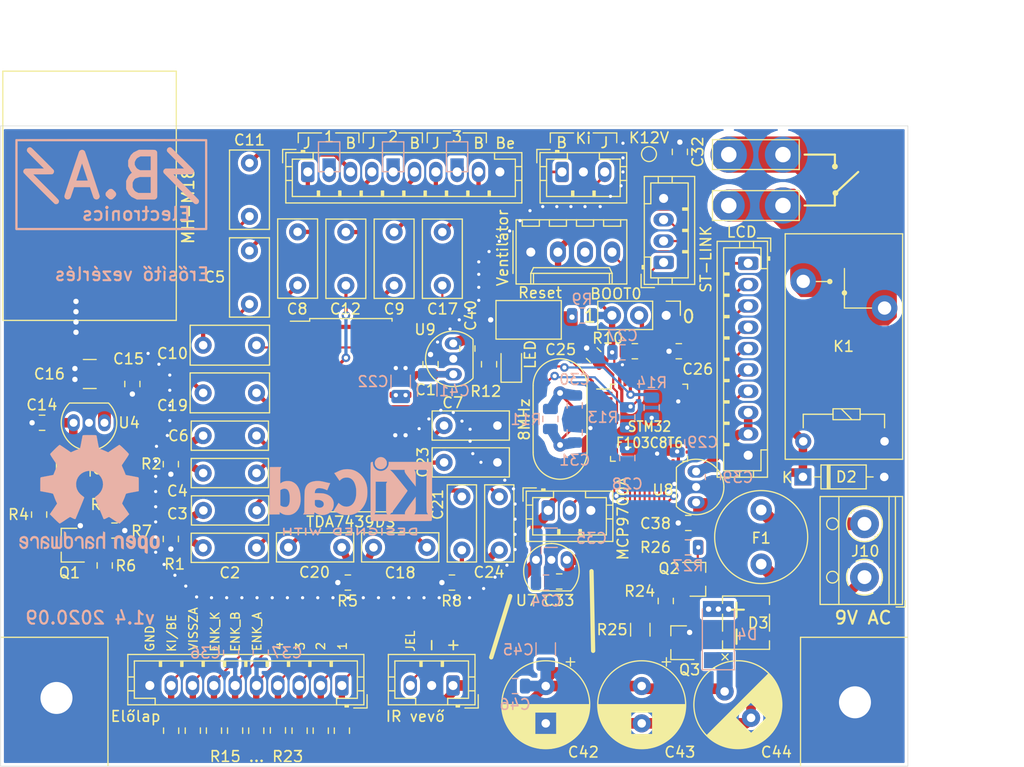
<source format=kicad_pcb>
(kicad_pcb (version 20171130) (host pcbnew "(5.1.6)-1")
  (layers (0 F.Cu signal) (31 B.Cu signal) (34 B.Paste user hide) (35 F.Paste user hide) (36 B.SilkS user) (37 F.SilkS user) (38 B.Mask user) (39 F.Mask user hide) (44 Edge.Cuts user))
  (net 0 "")
  (net 1 GND)
  (net 2 TDA_8V)
  (net 3 "Net-(C2-Pad1)")
  (net 4 "Net-(C2-Pad2)")
  (net 5 "Net-(C3-Pad2)")
  (net 6 "Net-(C15-Pad2)")
  (net 7 "Net-(C5-Pad2)")
  (net 8 "Net-(C5-Pad1)")
  (net 9 "Net-(C6-Pad2)")
  (net 10 "Net-(C8-Pad1)")
  (net 11 "Net-(C9-Pad1)")
  (net 12 "Net-(C9-Pad2)")
  (net 13 "Net-(C10-Pad2)")
  (net 14 "Net-(C10-Pad1)")
  (net 15 "Net-(C11-Pad2)")
  (net 16 "Net-(C11-Pad1)")
  (net 17 "Net-(C12-Pad1)")
  (net 18 "Net-(C12-Pad2)")
  (net 19 +12V)
  (net 20 "Net-(C17-Pad2)")
  (net 21 "Net-(C17-Pad1)")
  (net 22 "Net-(C18-Pad1)")
  (net 23 "Net-(C18-Pad2)")
  (net 24 "Net-(C19-Pad2)")
  (net 25 "Net-(C19-Pad1)")
  (net 26 "Net-(C20-Pad2)")
  (net 27 "Net-(C21-Pad1)")
  (net 28 "Net-(C21-Pad2)")
  (net 29 "Net-(C22-Pad2)")
  (net 30 "Net-(C23-Pad2)")
  (net 31 "Net-(C24-Pad2)")
  (net 32 "Net-(C25-Pad2)")
  (net 33 Hőszenzor)
  (net 34 +3V3)
  (net 35 "Net-(C31-Pad2)")
  (net 36 Kapcsolt_12V)
  (net 37 LCD_5V)
  (net 38 "Net-(D1-Pad1)")
  (net 39 "Net-(D3-Pad1)")
  (net 40 "Net-(D3-Pad3)")
  (net 41 "Net-(D3-Pad4)")
  (net 42 "Net-(F1-Pad2)")
  (net 43 "Net-(J1-Pad2)")
  (net 44 "Net-(J1-Pad5)")
  (net 45 "Net-(J1-Pad8)")
  (net 46 "Net-(J2-Pad1)")
  (net 47 "Net-(J2-Pad3)")
  (net 48 PWM)
  (net 49 IR_vevő)
  (net 50 /SWCLK)
  (net 51 /SWDIO)
  (net 52 1_gomb)
  (net 53 2_gomb)
  (net 54 3_gomb)
  (net 55 4_gomb)
  (net 56 Enkóder_A)
  (net 57 Enkóder_B)
  (net 58 Enkóder_K)
  (net 59 Vissza_gomb)
  (net 60 Ki_Be_gomb)
  (net 61 "Net-(J7-Pad1)")
  (net 62 LCD_RS)
  (net 63 LCD_EN)
  (net 64 LCD_D4)
  (net 65 LCD_D5)
  (net 66 LCD_D6)
  (net 67 LCD_D7)
  (net 68 LCD_Háttérfény)
  (net 69 "Net-(J9-Pad1)")
  (net 70 "Net-(JP4-Pad2)")
  (net 71 "Net-(Q1-Pad1)")
  (net 72 "Net-(Q2-Pad1)")
  (net 73 "Net-(Q3-Pad1)")
  (net 74 "Net-(Q3-Pad3)")
  (net 75 Bluetooth)
  (net 76 SCL)
  (net 77 SDA)
  (net 78 Perifériák)
  (net 79 "Net-(U1-Pad2)")
  (net 80 "Net-(U1-Pad1)")
  (net 81 "Net-(U2-Pad8)")
  (net 82 "Net-(U2-Pad9)")
  (net 83 "Net-(C4-Pad2)")
  (net 84 "Net-(C4-Pad1)")
  (net 85 "Net-(C7-Pad1)")
  (net 86 "Net-(C8-Pad2)")
  (net 87 "Net-(C30-Pad2)")
  (net 88 "Net-(J4-Pad3)")
  (net 89 "Net-(U6-Pad1)")
  (net 90 "Net-(U6-Pad3)")
  (net 91 "Net-(U6-Pad4)")
  (net 92 "Net-(U6-Pad26)")
  (net 93 "Net-(U6-Pad33)")
  (net 94 "Net-(U6-Pad40)")
  (net 95 "Net-(U6-Pad41)")
  (net 96 "Net-(U6-Pad42)")
  (net 97 "Net-(R10-Pad2)")
  (net 98 "Net-(R12-Pad2)")
  (net 99 "Net-(C14-Pad2)")
  (net 100 Mute)
  (net 101 "Net-(Q1-Pad3)")
  (net 102 "Net-(Q4-Pad1)")
  (module MountingHole:MountingHole_3mm (layer F.Cu) (at 249.8852 112.1664)
    (fp_text reference REF** hide)
    (fp_text value MountingHole_3mm)
    (pad 1 np_thru_hole circle (at 0 0) (size 3 3) (drill 3) (layers *.Cu *.Mask))
  )
  (module MountingHole:MountingHole_3mm (layer F.Cu) (at 175.0568 111.76)
    (fp_text reference REF** hide)
    (fp_text value MountingHole_3mm)
    (pad 1 np_thru_hole circle (at 0 0) (size 3 3) (drill 3) (layers *.Cu *.Mask))
  )
  (module KiCad-symbols-projektekhez-modok:Logom_4 (layer B.Cu) (at 180.1368 63.6524 180)
    (fp_text reference G*** hide)
    (fp_text value LOGO hide)
  )
  (module Symbol:KiCad-Logo2_6mm_SilkScreen (layer B.Cu) (at 202.5904 92.1512 180)
    (fp_text reference REF** hide)
    (fp_text value KiCad-Logo2_6mm_SilkScreen hide)
  )
  (module Symbol:OSHW-Logo2_14.6x12mm_SilkScreen (layer B.Cu) (at 178.1556 92.6592 180)
    (fp_text reference REF** hide)
    (fp_text value OSHW-Logo2_14.6x12mm_SilkScreen hide)
  )
  (module KiCad-footprints-modok:TO-92_Inline_mod (layer F.Cu) (at 179.3748 85.9536 180)
    (fp_text reference U4 (at -2.4892 0) (layer F.SilkS))
    (fp_text value L78L05_TO92)
    (pad 2 thru_hole oval (at 1.27 0 180) (size 1.15 1.6) (drill 0.75) (layers *.Cu *.Mask) (net 1 GND))
    (pad 3 thru_hole oval (at 2.7178 0 180) (size 1.15 1.6) (drill 0.75) (layers *.Cu *.Mask) (net 99 "Net-(C14-Pad2)"))
    (pad 1 thru_hole oval (at -0.1778 0 180) (size 1.15 1.6) (drill 0.75) (layers *.Cu *.Mask) (net 6 "Net-(C15-Pad2)"))
  )
  (module Capacitor_SMD:C_0805_2012Metric (layer F.Cu) (at 233.3752 79.248)
    (fp_text reference C26 (at 1.778 1.6764) (layer F.SilkS))
    (fp_text value 100n)
    (pad 2 smd roundrect (at 0.9375 0) (size 0.975 1.4) (layers F.Cu F.Paste F.Mask) (net 34 +3V3))
    (pad 1 smd roundrect (at -0.9375 0) (size 0.975 1.4) (layers F.Cu F.Paste F.Mask) (net 1 GND))
  )
  (module KiCad-footprints-modok:TO-92_Inline_mod (layer F.Cu) (at 220.1672 98.806)
    (fp_text reference U7 (at -1.0668 3.81) (layer F.SilkS))
    (fp_text value L78L33_TO92)
    (pad 2 thru_hole oval (at 1.27 0) (size 1.15 1.6) (drill 0.75) (layers *.Cu *.Mask) (net 1 GND))
    (pad 3 thru_hole oval (at 2.7178 0) (size 1.15 1.6) (drill 0.75) (layers *.Cu *.Mask) (net 19 +12V))
    (pad 1 thru_hole oval (at -0.1778 0) (size 1.15 1.6) (drill 0.75) (layers *.Cu *.Mask) (net 34 +3V3))
  )
  (module Resistor_SMD:R_1206_3216Metric (layer F.Cu) (at 229.7684 105.3592 90)
    (fp_text reference R25 (at 0 -2.6416 180) (layer F.SilkS))
    (fp_text value 15K)
    (pad 2 smd roundrect (at 1.4 0 90) (size 1.25 1.75) (layers F.Cu F.Paste F.Mask) (roundrect_rratio 0.2) (net 72 "Net-(Q2-Pad1)"))
    (pad 1 smd roundrect (at -1.4 0 90) (size 1.25 1.75) (layers F.Cu F.Paste F.Mask) (roundrect_rratio 0.2) (net 74 "Net-(Q3-Pad3)"))
  )
  (module Capacitor_SMD:C_1206_3216Metric (layer B.Cu) (at 221.3864 96.7359 180)
    (fp_text reference C35 (at -3.81 -0.0508) (layer B.SilkS) (effects (justify mirror)))
    (fp_text value 10u)
    (pad 2 smd roundrect (at 1.4 0 180) (size 1.25 1.75) (layers B.Cu B.Paste B.Mask) (roundrect_rratio 0.2) (net 34 +3V3))
    (pad 1 smd roundrect (at -1.4 0 180) (size 1.25 1.75) (layers B.Cu B.Paste B.Mask) (roundrect_rratio 0.2) (net 1 GND))
  )
  (module TestPoint:TestPoint_Pad_D1.0mm (layer F.Cu) (at 230.5812 60.7568)
    (fp_text reference TP1 hide)
    (fp_text value K12V (at 0 -1.524) (layer F.SilkS))
    (pad 1 smd circle (at 0 0) (size 1 1) (layers F.Cu F.Mask) (net 36 Kapcsolt_12V))
  )
  (module Diode_SMD:D_MELF (layer B.Cu) (at 237.0836 105.8164 90)
    (fp_text reference D4 (at 0 2.6924) (layer B.SilkS) (effects (justify mirror)))
    (fp_text value SM4007)
    (pad 2 smd rect (at 2.4 0 90) (size 1.5 2.9) (layers B.Cu B.Paste B.Mask) (net 39 "Net-(D3-Pad1)"))
    (pad 1 smd rect (at -2.4 0 90) (size 1.5 2.7) (layers B.Cu B.Paste B.Mask) (net 19 +12V))
  )
  (module Resistor_SMD:R_0805_2012Metric (layer B.Cu) (at 224.3097 75.8952)
    (fp_text reference R9 (at 0 -1.524) (layer B.SilkS) (effects (justify mirror)))
    (fp_text value 15K)
    (pad 1 smd roundrect (at -0.9375 0) (size 0.975 1.4) (layers B.Cu B.Paste B.Mask) (net 32 "Net-(C25-Pad2)"))
    (pad 2 smd roundrect (at 0.9375 0) (size 0.975 1.4) (layers B.Cu B.Paste B.Mask) (net 34 +3V3))
  )
  (module Capacitor_SMD:C_0805_2012Metric (layer B.Cu) (at 194.202 107.5205 270)
    (fp_text reference C37 (at 0 -2.4448 180) (layer B.SilkS) (effects (justify mirror)))
    (fp_text value 100n)
    (pad 2 smd roundrect (at 0.9375 0 270) (size 0.975 1.4) (layers B.Cu B.Paste B.Mask) (net 56 Enkóder_A))
    (pad 1 smd roundrect (at -0.9375 0 270) (size 0.975 1.4) (layers B.Cu B.Paste B.Mask) (net 1 GND))
  )
  (module Capacitor_SMD:C_0805_2012Metric (layer B.Cu) (at 191.4208 107.5436 270)
    (fp_text reference C36 (at 0 2.394 180) (layer B.SilkS) (effects (justify mirror)))
    (fp_text value 100n)
    (pad 2 smd roundrect (at 0.9375 0 270) (size 0.975 1.4) (layers B.Cu B.Paste B.Mask) (net 57 Enkóder_B))
    (pad 1 smd roundrect (at -0.9375 0 270) (size 0.975 1.4) (layers B.Cu B.Paste B.Mask) (net 1 GND))
  )
  (module Capacitor_SMD:C_0805_2012Metric (layer F.Cu) (at 173.7083 85.9536)
    (fp_text reference C14 (at -0.0231 -1.6764) (layer F.SilkS))
    (fp_text value 100n)
    (pad 2 smd roundrect (at 0.9375 0) (size 0.975 1.4) (layers F.Cu F.Paste F.Mask) (net 99 "Net-(C14-Pad2)"))
    (pad 1 smd roundrect (at -0.9375 0) (size 0.975 1.4) (layers F.Cu F.Paste F.Mask) (net 1 GND))
  )
  (module Capacitor_THT:C_Rect_L7.0mm_W2.5mm_P5.00mm (layer F.Cu) (at 216.5524 97.8916 90)
    (fp_text reference C24 (at -2.0828 -0.9572 180) (layer F.SilkS))
    (fp_text value 18n)
    (pad 2 thru_hole circle (at 5 0 90) (size 1.6 1.6) (drill 0.8) (layers *.Cu *.Mask) (net 31 "Net-(C24-Pad2)"))
    (pad 1 thru_hole circle (at 0 0 90) (size 1.6 1.6) (drill 0.8) (layers *.Cu *.Mask) (net 27 "Net-(C21-Pad1)"))
  )
  (module Capacitor_THT:C_Rect_L7.0mm_W2.5mm_P5.00mm (layer F.Cu) (at 216.3788 89.67 180)
    (fp_text reference C23 (at 6.9812 0.008 90) (layer F.SilkS))
    (fp_text value 1,5n)
    (pad 2 thru_hole circle (at 5 0 180) (size 1.6 1.6) (drill 0.8) (layers *.Cu *.Mask) (net 30 "Net-(C23-Pad2)"))
    (pad 1 thru_hole circle (at 0 0 180) (size 1.6 1.6) (drill 0.8) (layers *.Cu *.Mask) (net 1 GND))
  )
  (module Capacitor_THT:C_Rect_L7.0mm_W2.5mm_P5.00mm (layer F.Cu) (at 211.3788 86.2156)
    (fp_text reference C7 (at 0.8128 -2.1416) (layer F.SilkS))
    (fp_text value 1,5n)
    (pad 2 thru_hole circle (at 5 0) (size 1.6 1.6) (drill 0.8) (layers *.Cu *.Mask) (net 1 GND))
    (pad 1 thru_hole circle (at 0 0) (size 1.6 1.6) (drill 0.8) (layers *.Cu *.Mask) (net 85 "Net-(C7-Pad1)"))
  )
  (module Capacitor_THT:C_Rect_L7.0mm_W2.5mm_P5.00mm (layer F.Cu) (at 188.802 87.1648)
    (fp_text reference C6 (at -2.3152 0.008) (layer F.SilkS))
    (fp_text value 18n)
    (pad 2 thru_hole circle (at 5 0) (size 1.6 1.6) (drill 0.8) (layers *.Cu *.Mask) (net 9 "Net-(C6-Pad2)"))
    (pad 1 thru_hole circle (at 0 0) (size 1.6 1.6) (drill 0.8) (layers *.Cu *.Mask) (net 84 "Net-(C4-Pad1)"))
  )
  (module Capacitor_THT:C_Rect_L7.2mm_W3.5mm_P5.00mm_FKS2_FKP2_MKS2_MKP2 (layer F.Cu) (at 193.1416 66.5988 90)
    (fp_text reference C11 (at 7.1628 0 180) (layer F.SilkS))
    (fp_text value 470n)
    (pad 2 thru_hole circle (at 5 0 90) (size 1.6 1.6) (drill 0.8) (layers *.Cu *.Mask) (net 15 "Net-(C11-Pad2)"))
    (pad 1 thru_hole circle (at 0 0 90) (size 1.6 1.6) (drill 0.8) (layers *.Cu *.Mask) (net 16 "Net-(C11-Pad1)"))
  )
  (module KiCad-footprints-modok:SolderWirePad_1x02_P5.08mm_Drill1.5mm_saru (layer F.Cu) (at 238.0576 65.5828)
    (fp_text reference J7 hide)
    (fp_text value Erősítő)
    (pad 1 thru_hole circle (at 5.08 0) (size 3.4 3.4) (drill 1.45) (layers *.Cu *.Mask) (net 61 "Net-(J7-Pad1)") (clearance 0.5))
    (pad 1 thru_hole circle (at 0 0) (size 3 3) (drill 1.45) (layers *.Cu *.Mask) (net 61 "Net-(J7-Pad1)") (clearance 0.5))
  )
  (module KiCad-footprints-modok:SolderWirePad_1x02_P5.08mm_Drill1.5mm_saru (layer F.Cu) (at 238.0576 60.8076)
    (fp_text reference J9 hide)
    (fp_text value "Kapcsolt szekunder")
    (pad 1 thru_hole circle (at 5.08 0) (size 3.4 3.4) (drill 1.45) (layers *.Cu *.Mask) (net 69 "Net-(J9-Pad1)") (clearance 0.6))
    (pad 1 thru_hole circle (at 0 0) (size 3.4 3.4) (drill 1.45) (layers *.Cu *.Mask) (net 69 "Net-(J9-Pad1)") (clearance 0.6))
  )
  (module Diodes_SMD_uj:Diode_Bridge_TO-269AA (layer F.Cu) (at 239.6744 104.6988)
    (fp_text reference D3 (at 1.143 0.0254) (layer F.SilkS))
    (fp_text value S380)
    (pad 4 smd rect (at 3.075 -1.27) (size 1.2 0.9) (layers F.Cu F.Paste F.Mask) (net 41 "Net-(D3-Pad4)"))
    (pad 3 smd rect (at 3.075 1.27) (size 1.2 0.9) (layers F.Cu F.Paste F.Mask) (net 40 "Net-(D3-Pad3)"))
    (pad 2 smd rect (at -3.075 1.27) (size 1.2 0.9) (layers F.Cu F.Paste F.Mask) (net 1 GND))
    (pad 1 smd rect (at -3.075 -1.27) (size 1.2 0.9) (layers F.Cu F.Paste F.Mask) (net 39 "Net-(D3-Pad1)"))
  )
  (module Capacitor_SMD:C_0805_2012Metric (layer F.Cu) (at 210.1088 80.4672 270)
    (fp_text reference C1 (at 2.3876 0.4572 180) (layer F.SilkS))
    (fp_text value 100n)
    (pad 1 smd roundrect (at -0.9375 0 270) (size 0.975 1.4) (layers F.Cu F.Paste F.Mask) (net 1 GND))
    (pad 2 smd roundrect (at 0.9375 0 270) (size 0.975 1.4) (layers F.Cu F.Paste F.Mask) (net 2 TDA_8V))
  )
  (module Capacitor_THT:C_Rect_L7.0mm_W2.5mm_P5.00mm (layer F.Cu) (at 188.802 97.6804)
    (fp_text reference C2 (at 2.5 2.3448) (layer F.SilkS))
    (fp_text value 100n)
    (pad 1 thru_hole circle (at 0 0) (size 1.6 1.6) (drill 0.8) (layers *.Cu *.Mask) (net 3 "Net-(C2-Pad1)"))
    (pad 2 thru_hole circle (at 5 0) (size 1.6 1.6) (drill 0.8) (layers *.Cu *.Mask) (net 4 "Net-(C2-Pad2)"))
  )
  (module Capacitor_THT:C_Rect_L7.0mm_W2.5mm_P5.00mm (layer F.Cu) (at 188.8236 94.1752)
    (fp_text reference C3 (at -2.4384 0.3128) (layer F.SilkS))
    (fp_text value 100n)
    (pad 2 thru_hole circle (at 5 0) (size 1.6 1.6) (drill 0.8) (layers *.Cu *.Mask) (net 5 "Net-(C3-Pad2)"))
    (pad 1 thru_hole circle (at 0 0) (size 1.6 1.6) (drill 0.8) (layers *.Cu *.Mask) (net 3 "Net-(C2-Pad1)"))
  )
  (module Capacitor_THT:C_Rect_L7.0mm_W2.5mm_P5.00mm (layer F.Cu) (at 188.802 90.67)
    (fp_text reference C4 (at -2.4168 1.6844) (layer F.SilkS))
    (fp_text value 22n)
    (pad 2 thru_hole circle (at 5 0) (size 1.6 1.6) (drill 0.8) (layers *.Cu *.Mask) (net 83 "Net-(C4-Pad2)"))
    (pad 1 thru_hole circle (at 0 0) (size 1.6 1.6) (drill 0.8) (layers *.Cu *.Mask) (net 84 "Net-(C4-Pad1)"))
  )
  (module Capacitor_THT:C_Rect_L7.2mm_W3.5mm_P5.00mm_FKS2_FKP2_MKS2_MKP2 (layer F.Cu) (at 193.1416 74.8284 90)
    (fp_text reference C5 (at 2.54 -3.2512 180) (layer F.SilkS))
    (fp_text value 470n)
    (pad 1 thru_hole circle (at 0 0 90) (size 1.6 1.6) (drill 0.8) (layers *.Cu *.Mask) (net 8 "Net-(C5-Pad1)"))
    (pad 2 thru_hole circle (at 5 0 90) (size 1.6 1.6) (drill 0.8) (layers *.Cu *.Mask) (net 7 "Net-(C5-Pad2)"))
  )
  (module Capacitor_THT:C_Rect_L7.2mm_W3.5mm_P5.00mm_FKS2_FKP2_MKS2_MKP2 (layer F.Cu) (at 197.6548 73.056 90)
    (fp_text reference C8 (at -2.2296 -0.0428 180) (layer F.SilkS))
    (fp_text value 470n)
    (pad 1 thru_hole circle (at 0 0 90) (size 1.6 1.6) (drill 0.8) (layers *.Cu *.Mask) (net 10 "Net-(C8-Pad1)"))
    (pad 2 thru_hole circle (at 5 0 90) (size 1.6 1.6) (drill 0.8) (layers *.Cu *.Mask) (net 86 "Net-(C8-Pad2)"))
  )
  (module Capacitor_THT:C_Rect_L7.2mm_W3.5mm_P5.00mm_FKS2_FKP2_MKS2_MKP2 (layer F.Cu) (at 206.6972 73.072 90)
    (fp_text reference C9 (at -2.2136 0.008 180) (layer F.SilkS))
    (fp_text value 470n)
    (pad 2 thru_hole circle (at 5 0 90) (size 1.6 1.6) (drill 0.8) (layers *.Cu *.Mask) (net 12 "Net-(C9-Pad2)"))
    (pad 1 thru_hole circle (at 0 0 90) (size 1.6 1.6) (drill 0.8) (layers *.Cu *.Mask) (net 11 "Net-(C9-Pad1)"))
  )
  (module Capacitor_THT:C_Rect_L7.2mm_W3.5mm_P5.00mm_FKS2_FKP2_MKS2_MKP2 (layer F.Cu) (at 193.802 78.6812 180)
    (fp_text reference C10 (at 7.874 -0.77) (layer F.SilkS))
    (fp_text value 470n)
    (pad 2 thru_hole circle (at 5 0 180) (size 1.6 1.6) (drill 0.8) (layers *.Cu *.Mask) (net 13 "Net-(C10-Pad2)"))
    (pad 1 thru_hole circle (at 0 0 180) (size 1.6 1.6) (drill 0.8) (layers *.Cu *.Mask) (net 14 "Net-(C10-Pad1)"))
  )
  (module Capacitor_THT:C_Rect_L7.2mm_W3.5mm_P5.00mm_FKS2_FKP2_MKS2_MKP2 (layer F.Cu) (at 202.176 73.072 90)
    (fp_text reference C12 (at -2.2136 -0.0428 180) (layer F.SilkS))
    (fp_text value 470n)
    (pad 1 thru_hole circle (at 0 0 90) (size 1.6 1.6) (drill 0.8) (layers *.Cu *.Mask) (net 17 "Net-(C12-Pad1)"))
    (pad 2 thru_hole circle (at 5 0 90) (size 1.6 1.6) (drill 0.8) (layers *.Cu *.Mask) (net 18 "Net-(C12-Pad2)"))
  )
  (module Capacitor_SMD:C_0805_2012Metric (layer F.Cu) (at 182.1688 82.3191 90)
    (fp_text reference C15 (at 2.3599 -0.3556 180) (layer F.SilkS))
    (fp_text value 100n)
    (pad 1 smd roundrect (at -0.9375 0 90) (size 0.975 1.4) (layers F.Cu F.Paste F.Mask) (net 1 GND))
    (pad 2 smd roundrect (at 0.9375 0 90) (size 0.975 1.4) (layers F.Cu F.Paste F.Mask) (net 6 "Net-(C15-Pad2)"))
  )
  (module Capacitor_SMD:C_1210_3225Metric (layer F.Cu) (at 178.178 81.3816)
    (fp_text reference C16 (at -3.7816 0) (layer F.SilkS))
    (fp_text value 22u)
    (pad 2 smd roundrect (at 1.4 0) (size 1.25 2.65) (layers F.Cu F.Paste F.Mask) (roundrect_rratio 0.2) (net 6 "Net-(C15-Pad2)"))
    (pad 1 smd roundrect (at -1.4 0) (size 1.25 2.65) (layers F.Cu F.Paste F.Mask) (roundrect_rratio 0.2) (net 1 GND))
  )
  (module Capacitor_THT:C_Rect_L7.2mm_W3.5mm_P5.00mm_FKS2_FKP2_MKS2_MKP2 (layer F.Cu) (at 211.2184 73.072 90)
    (fp_text reference C17 (at -2.2136 0.008 180) (layer F.SilkS))
    (fp_text value 470n)
    (pad 2 thru_hole circle (at 5 0 90) (size 1.6 1.6) (drill 0.8) (layers *.Cu *.Mask) (net 20 "Net-(C17-Pad2)"))
    (pad 1 thru_hole circle (at 0 0 90) (size 1.6 1.6) (drill 0.8) (layers *.Cu *.Mask) (net 21 "Net-(C17-Pad1)"))
  )
  (module Capacitor_THT:C_Rect_L7.0mm_W2.5mm_P5.00mm (layer F.Cu) (at 204.7668 97.6376)
    (fp_text reference C18 (at 2.4972 2.3876) (layer F.SilkS))
    (fp_text value 100n)
    (pad 1 thru_hole circle (at 0 0) (size 1.6 1.6) (drill 0.8) (layers *.Cu *.Mask) (net 22 "Net-(C18-Pad1)"))
    (pad 2 thru_hole circle (at 5 0) (size 1.6 1.6) (drill 0.8) (layers *.Cu *.Mask) (net 23 "Net-(C18-Pad2)"))
  )
  (module Capacitor_THT:C_Rect_L7.2mm_W3.5mm_P5.00mm_FKS2_FKP2_MKS2_MKP2 (layer F.Cu) (at 193.802 83.1516 180)
    (fp_text reference C19 (at 7.874 -1.1764) (layer F.SilkS))
    (fp_text value 470n)
    (pad 2 thru_hole circle (at 5 0 180) (size 1.6 1.6) (drill 0.8) (layers *.Cu *.Mask) (net 24 "Net-(C19-Pad2)"))
    (pad 1 thru_hole circle (at 0 0 180) (size 1.6 1.6) (drill 0.8) (layers *.Cu *.Mask) (net 25 "Net-(C19-Pad1)"))
  )
  (module Capacitor_THT:C_Rect_L7.0mm_W2.5mm_P5.00mm (layer F.Cu) (at 201.7912 97.6376 180)
    (fp_text reference C20 (at 2.5536 -2.3368) (layer F.SilkS))
    (fp_text value 100n)
    (pad 2 thru_hole circle (at 5 0 180) (size 1.6 1.6) (drill 0.8) (layers *.Cu *.Mask) (net 26 "Net-(C20-Pad2)"))
    (pad 1 thru_hole circle (at 0 0 180) (size 1.6 1.6) (drill 0.8) (layers *.Cu *.Mask) (net 22 "Net-(C18-Pad1)"))
  )
  (module Capacitor_THT:C_Rect_L7.0mm_W2.5mm_P5.00mm (layer F.Cu) (at 213.0472 97.8916 90)
    (fp_text reference C21 (at 4.2672 -2.278 90) (layer F.SilkS))
    (fp_text value 22n)
    (pad 1 thru_hole circle (at 0 0 90) (size 1.6 1.6) (drill 0.8) (layers *.Cu *.Mask) (net 27 "Net-(C21-Pad1)"))
    (pad 2 thru_hole circle (at 5 0 90) (size 1.6 1.6) (drill 0.8) (layers *.Cu *.Mask) (net 28 "Net-(C21-Pad2)"))
  )
  (module Capacitor_SMD:C_1206_3216Metric (layer B.Cu) (at 207.3148 82.0928 270)
    (fp_text reference C22 (at 0 2.5908) (layer B.SilkS) (effects (justify mirror)))
    (fp_text value 10u)
    (pad 1 smd roundrect (at -1.4 0 270) (size 1.25 1.75) (layers B.Cu B.Paste B.Mask) (roundrect_rratio 0.2) (net 1 GND))
    (pad 2 smd roundrect (at 1.4 0 270) (size 1.25 1.75) (layers B.Cu B.Paste B.Mask) (roundrect_rratio 0.2) (net 29 "Net-(C22-Pad2)"))
  )
  (module Capacitor_SMD:C_0805_2012Metric (layer F.Cu) (at 225.3996 79.6036 315)
    (fp_text reference C25 (at -2.550393 1.831972) (layer F.SilkS))
    (fp_text value 1u)
    (pad 1 smd roundrect (at -0.9375 0 315) (size 0.975 1.4) (layers F.Cu F.Paste F.Mask) (net 1 GND))
    (pad 2 smd roundrect (at 0.9375 0 315) (size 0.975 1.4) (layers F.Cu F.Paste F.Mask) (net 32 "Net-(C25-Pad2)"))
  )
  (module Capacitor_SMD:C_0805_2012Metric (layer B.Cu) (at 228.092 79.3496 180)
    (fp_text reference C27 (at 0 1.5748) (layer B.SilkS) (effects (justify mirror)))
    (fp_text value 100n)
    (pad 1 smd roundrect (at -0.9375 0 180) (size 0.975 1.4) (layers B.Cu B.Paste B.Mask) (net 1 GND))
    (pad 2 smd roundrect (at 0.9375 0 180) (size 0.975 1.4) (layers B.Cu B.Paste B.Mask) (net 34 +3V3))
  )
  (module Capacitor_SMD:C_0805_2012Metric (layer B.Cu) (at 228.5492 89.2556 90)
    (fp_text reference C28 (at -2.4384 0 180) (layer B.SilkS) (effects (justify mirror)))
    (fp_text value 100n)
    (pad 2 smd roundrect (at 0.9375 0 90) (size 0.975 1.4) (layers B.Cu B.Paste B.Mask) (net 34 +3V3))
    (pad 1 smd roundrect (at -0.9375 0 90) (size 0.975 1.4) (layers B.Cu B.Paste B.Mask) (net 1 GND))
  )
  (module Capacitor_SMD:C_0805_2012Metric (layer B.Cu) (at 233.2228 87.7824 270)
    (fp_text reference C29 (at 0 -2.3876 180) (layer B.SilkS) (effects (justify mirror)))
    (fp_text value 100n)
    (pad 1 smd roundrect (at -0.9375 0 270) (size 0.975 1.4) (layers B.Cu B.Paste B.Mask) (net 1 GND))
    (pad 2 smd roundrect (at 0.9375 0 270) (size 0.975 1.4) (layers B.Cu B.Paste B.Mask) (net 34 +3V3))
  )
  (module Capacitor_SMD:C_0805_2012Metric (layer B.Cu) (at 223.6216 84.328 90)
    (fp_text reference C30 (at 2.4384 0 180) (layer B.SilkS) (effects (justify mirror)))
    (fp_text value 22p)
    (pad 1 smd roundrect (at -0.9375 0 90) (size 0.975 1.4) (layers B.Cu B.Paste B.Mask) (net 1 GND))
    (pad 2 smd roundrect (at 0.9375 0 90) (size 0.975 1.4) (layers B.Cu B.Paste B.Mask) (net 87 "Net-(C30-Pad2)"))
  )
  (module Capacitor_SMD:C_0805_2012Metric (layer B.Cu) (at 223.6216 86.868 270)
    (fp_text reference C31 (at 2.5908 0 180) (layer B.SilkS) (effects (justify mirror)))
    (fp_text value 22p)
    (pad 1 smd roundrect (at -0.9375 0 270) (size 0.975 1.4) (layers B.Cu B.Paste B.Mask) (net 1 GND))
    (pad 2 smd roundrect (at 0.9375 0 270) (size 0.975 1.4) (layers B.Cu B.Paste B.Mask) (net 35 "Net-(C31-Pad2)"))
  )
  (module Capacitor_SMD:C_0805_2012Metric (layer F.Cu) (at 233.4768 60.5536 270)
    (fp_text reference C32 (at 0 -1.6764 90) (layer F.SilkS))
    (fp_text value 100n)
    (pad 2 smd roundrect (at 0.9375 0 270) (size 0.975 1.4) (layers F.Cu F.Paste F.Mask) (net 36 Kapcsolt_12V))
    (pad 1 smd roundrect (at -0.9375 0 270) (size 0.975 1.4) (layers F.Cu F.Paste F.Mask) (net 1 GND))
  )
  (module Capacitor_SMD:C_0805_2012Metric (layer F.Cu) (at 222.1715 100.838)
    (fp_text reference C33 (at -0.0231 1.778) (layer F.SilkS))
    (fp_text value 100n)
    (pad 2 smd roundrect (at 0.9375 0) (size 0.975 1.4) (layers F.Cu F.Paste F.Mask) (net 19 +12V))
    (pad 1 smd roundrect (at -0.9375 0) (size 0.975 1.4) (layers F.Cu F.Paste F.Mask) (net 1 GND))
  )
  (module Capacitor_SMD:C_0805_2012Metric (layer B.Cu) (at 220.9292 100.9396 180)
    (fp_text reference C34 (at 0 -1.7272) (layer B.SilkS) (effects (justify mirror)))
    (fp_text value 100n)
    (pad 1 smd roundrect (at -0.9375 0 180) (size 0.975 1.4) (layers B.Cu B.Paste B.Mask) (net 1 GND))
    (pad 2 smd roundrect (at 0.9375 0 180) (size 0.975 1.4) (layers B.Cu B.Paste B.Mask) (net 34 +3V3))
  )
  (module Capacitor_SMD:C_0805_2012Metric (layer F.Cu) (at 234.2665 95.3516)
    (fp_text reference C38 (at -3.0757 0.0508) (layer F.SilkS))
    (fp_text value 100n)
    (pad 2 smd roundrect (at 0.9375 0) (size 0.975 1.4) (layers F.Cu F.Paste F.Mask) (net 36 Kapcsolt_12V))
    (pad 1 smd roundrect (at -0.9375 0) (size 0.975 1.4) (layers F.Cu F.Paste F.Mask) (net 1 GND))
  )
  (module Capacitor_SMD:C_0805_2012Metric (layer B.Cu) (at 236.5756 91.0336 90)
    (fp_text reference C39 (at -0.0508 2.3368) (layer B.SilkS) (effects (justify mirror)))
    (fp_text value 100n)
    (pad 2 smd roundrect (at 0.9375 0 90) (size 0.975 1.4) (layers B.Cu B.Paste B.Mask) (net 37 LCD_5V))
    (pad 1 smd roundrect (at -0.9375 0 90) (size 0.975 1.4) (layers B.Cu B.Paste B.Mask) (net 1 GND))
  )
  (module Capacitor_SMD:C_0805_2012Metric (layer F.Cu) (at 213.5632 78.994 90)
    (fp_text reference C40 (at 3.0988 0.3048 90) (layer F.SilkS))
    (fp_text value 100n)
    (pad 1 smd roundrect (at -0.9375 0 90) (size 0.975 1.4) (layers F.Cu F.Paste F.Mask) (net 1 GND))
    (pad 2 smd roundrect (at 0.9375 0 90) (size 0.975 1.4) (layers F.Cu F.Paste F.Mask) (net 36 Kapcsolt_12V))
  )
  (module Capacitor_SMD:C_1206_3216Metric (layer B.Cu) (at 209.804 82.8548 90)
    (fp_text reference C41 (at -0.1016 2.54) (layer B.SilkS) (effects (justify mirror)))
    (fp_text value 10u)
    (pad 1 smd roundrect (at -1.4 0 90) (size 1.25 1.75) (layers B.Cu B.Paste B.Mask) (roundrect_rratio 0.2) (net 1 GND))
    (pad 2 smd roundrect (at 1.4 0 90) (size 1.25 1.75) (layers B.Cu B.Paste B.Mask) (roundrect_rratio 0.2) (net 2 TDA_8V))
  )
  (module Capacitor_THT:CP_Radial_D8.0mm_P3.50mm (layer F.Cu) (at 220.9076 110.6424 270)
    (fp_text reference C42 (at 6.1976 -3.5268 180) (layer F.SilkS))
    (fp_text value 1000u)
    (pad 1 thru_hole circle (at 0 0 270) (size 1.7 1.7) (drill 0.8) (layers *.Cu *.Mask) (net 19 +12V))
    (pad 2 thru_hole circle (at 3.5 0 270) (size 1.7 1.7) (drill 0.8) (layers *.Cu *.Mask) (net 1 GND))
  )
  (module Capacitor_THT:CP_Radial_D8.0mm_P3.50mm (layer F.Cu) (at 229.8992 110.6424 270)
    (fp_text reference C43 (at 6.1976 -3.5776 180) (layer F.SilkS))
    (fp_text value 1000u)
    (pad 2 thru_hole circle (at 3.5 0 270) (size 1.7 1.7) (drill 0.8) (layers *.Cu *.Mask) (net 1 GND) (thermal_gap 0.3))
    (pad 1 thru_hole circle (at 0 0 270) (size 1.7 1.7) (drill 0.8) (layers *.Cu *.Mask) (net 19 +12V))
  )
  (module Capacitor_THT:CP_Radial_D8.0mm_P3.50mm (layer F.Cu) (at 237.6716 111.1504 315)
    (fp_text reference C44 (at 7.450926 0.595384) (layer F.SilkS))
    (fp_text value 1000u)
    (pad 1 thru_hole circle (at 0 0 315) (size 1.7 1.7) (drill 0.8) (layers *.Cu *.Mask) (net 19 +12V))
    (pad 2 thru_hole circle (at 3.5 0 315) (size 1.7 1.7) (drill 0.8) (layers *.Cu *.Mask) (net 1 GND) (thermal_gap 0.3))
  )
  (module Capacitor_SMD:C_1206_3216Metric (layer B.Cu) (at 220.9076 107.188 270)
    (fp_text reference C45 (at 0.0508 2.5692) (layer B.SilkS) (effects (justify mirror)))
    (fp_text value 10u)
    (pad 2 smd roundrect (at 1.4 0 270) (size 1.25 1.75) (layers B.Cu B.Paste B.Mask) (roundrect_rratio 0.2) (net 19 +12V))
    (pad 1 smd roundrect (at -1.4 0 270) (size 1.25 1.75) (layers B.Cu B.Paste B.Mask) (roundrect_rratio 0.2) (net 1 GND))
  )
  (module Capacitor_SMD:C_0805_2012Metric (layer B.Cu) (at 218.0336 110.6424)
    (fp_text reference C46 (at -0.0015 1.7272) (layer B.SilkS) (effects (justify mirror)))
    (fp_text value 100n)
    (pad 1 smd roundrect (at -0.9375 0) (size 0.975 1.4) (layers B.Cu B.Paste B.Mask) (net 1 GND))
    (pad 2 smd roundrect (at 0.9375 0) (size 0.975 1.4) (layers B.Cu B.Paste B.Mask) (net 19 +12V))
  )
  (module LED_SMD:LED_0805_2012Metric (layer F.Cu) (at 217.678 80.4672 90)
    (fp_text reference D1 hide)
    (fp_text value LED (at 0.9144 1.778 90) (layer F.SilkS))
    (pad 1 smd roundrect (at -0.9375 0 90) (size 0.975 1.4) (layers F.Cu F.Paste F.Mask) (net 38 "Net-(D1-Pad1)"))
    (pad 2 smd roundrect (at 0.9375 0 90) (size 0.975 1.4) (layers F.Cu F.Paste F.Mask) (net 34 +3V3))
  )
  (module Diode_THT:D_DO-35_SOD27_P7.62mm_Horizontal (layer F.Cu) (at 245.0084 91.0336)
    (fp_text reference D2 (at 4.064 0) (layer F.SilkS))
    (fp_text value 1N4148)
    (fp_text user K (at -1.4732 0.0508) (layer F.SilkS))
    (pad 1 thru_hole rect (at 0 0) (size 1.6 1.6) (drill 0.8) (layers *.Cu *.Mask) (net 36 Kapcsolt_12V))
    (pad 2 thru_hole oval (at 7.62 0) (size 1.6 1.6) (drill 0.8) (layers *.Cu *.Mask) (net 1 GND))
  )
  (module Fuse:Fuse_Littelfuse_372_D8.50mm (layer F.Cu) (at 241.0968 99.2124 90)
    (fp_text reference F1 (at 2.4384 0 180) (layer F.SilkS))
    (fp_text value "T 500mA")
    (pad 1 thru_hole circle (at 0 0 90) (size 2 2) (drill 1) (layers *.Cu *.Mask) (net 41 "Net-(D3-Pad4)"))
    (pad 2 thru_hole circle (at 5.08 0 90) (size 2 2) (drill 1) (layers *.Cu *.Mask) (net 42 "Net-(F1-Pad2)"))
  )
  (module Connector_JST:JST_PH_B10B-PH-K_1x10_P2.00mm_Vertical (layer F.Cu) (at 198.6092 62.4332)
    (fp_text reference J1 hide)
    (fp_text value Bemenetek hide)
    (pad 1 thru_hole roundrect (at 0 0) (size 1.25 1.9) (drill 0.85) (layers *.Cu *.Mask) (roundrect_rratio 0.208) (net 7 "Net-(C5-Pad2)"))
    (pad 2 thru_hole oval (at 2 0) (size 1.25 1.9) (drill 0.85) (layers *.Cu *.Mask) (net 43 "Net-(J1-Pad2)"))
    (pad 3 thru_hole oval (at 4 0) (size 1.25 1.9) (drill 0.85) (layers *.Cu *.Mask) (net 15 "Net-(C11-Pad2)"))
    (pad 4 thru_hole oval (at 6 0) (size 1.25 1.9) (drill 0.85) (layers *.Cu *.Mask) (net 86 "Net-(C8-Pad2)"))
    (pad 5 thru_hole oval (at 8 0) (size 1.25 1.9) (drill 0.85) (layers *.Cu *.Mask) (net 44 "Net-(J1-Pad5)"))
    (pad 6 thru_hole oval (at 10 0) (size 1.25 1.9) (drill 0.85) (layers *.Cu *.Mask) (net 18 "Net-(C12-Pad2)"))
    (pad 7 thru_hole oval (at 12 0) (size 1.25 1.9) (drill 0.85) (layers *.Cu *.Mask) (net 12 "Net-(C9-Pad2)"))
    (pad 8 thru_hole oval (at 14 0) (size 1.25 1.9) (drill 0.85) (layers *.Cu *.Mask) (net 45 "Net-(J1-Pad8)"))
    (pad 9 thru_hole oval (at 16 0) (size 1.25 1.9) (drill 0.85) (layers *.Cu *.Mask) (net 20 "Net-(C17-Pad2)"))
    (pad 10 thru_hole oval (at 18 0) (size 1.25 1.9) (drill 0.85) (layers *.Cu *.Mask) (net 1 GND))
  )
  (module Connector_JST:JST_PH_B3B-PH-K_1x03_P2.00mm_Vertical (layer F.Cu) (at 222.4344 62.4332)
    (fp_text reference J2 hide)
    (fp_text value Kimenet hide)
    (pad 3 thru_hole oval (at 4 0) (size 1.25 1.9) (drill 0.85) (layers *.Cu *.Mask) (net 47 "Net-(J2-Pad3)"))
    (pad 2 thru_hole oval (at 2 0) (size 1.25 1.9) (drill 0.85) (layers *.Cu *.Mask) (net 1 GND))
    (pad 1 thru_hole roundrect (at 0 0) (size 1.25 1.9) (drill 0.85) (layers *.Cu *.Mask) (roundrect_rratio 0.208) (net 46 "Net-(J2-Pad1)"))
  )
  (module Connector_Molex:Molex_KK-254_AE-6410-04A_1x04_P2.54mm_Vertical (layer F.Cu) (at 219.5068 69.9516)
    (fp_text reference J4 hide)
    (fp_text value Ventilátor (at -2.6416 -0.4064 90) (layer F.SilkS))
    (pad 1 thru_hole roundrect (at 0 0) (size 1.5 2) (drill 0.85) (layers *.Cu *.Mask) (roundrect_rratio 0.144) (net 1 GND))
    (pad 2 thru_hole oval (at 2.54 0) (size 1.5 2) (drill 0.85) (layers *.Cu *.Mask) (net 36 Kapcsolt_12V))
    (pad 3 thru_hole oval (at 5.08 0) (size 1.5 2) (drill 0.85) (layers *.Cu *.Mask) (net 88 "Net-(J4-Pad3)"))
    (pad 4 thru_hole oval (at 7.62 0) (size 1.5 2) (drill 0.85) (layers *.Cu *.Mask) (net 48 PWM))
  )
  (module Connector_JST:JST_PH_B3B-PH-K_1x03_P2.00mm_Vertical (layer F.Cu) (at 212.2184 110.5916 180)
    (fp_text reference J3 hide)
    (fp_text value "IR vevő" (at 3.532 -2.8956) (layer F.SilkS))
    (pad 3 thru_hole oval (at 4 0 180) (size 1.25 1.9) (drill 0.85) (layers *.Cu *.Mask) (net 49 IR_vevő))
    (pad 2 thru_hole oval (at 2 0 180) (size 1.25 1.9) (drill 0.85) (layers *.Cu *.Mask) (net 1 GND))
    (pad 1 thru_hole roundrect (at 0 0 180) (size 1.25 1.9) (drill 0.85) (layers *.Cu *.Mask) (roundrect_rratio 0.208) (net 34 +3V3))
  )
  (module Connector_JST:JST_PH_B4B-PH-K_1x04_P2.00mm_Vertical (layer F.Cu) (at 231.9528 70.9168 90)
    (fp_text reference J5 hide)
    (fp_text value ST-LINK (at 0.3048 3.9624 90) (layer F.SilkS))
    (pad 1 thru_hole roundrect (at 0 0 90) (size 1.25 1.9) (drill 0.85) (layers *.Cu *.Mask) (roundrect_rratio 0.208) (net 100 Mute))
    (pad 2 thru_hole oval (at 2 0 90) (size 1.25 1.9) (drill 0.85) (layers *.Cu *.Mask) (net 50 /SWCLK))
    (pad 3 thru_hole oval (at 4 0 90) (size 1.25 1.9) (drill 0.85) (layers *.Cu *.Mask) (net 51 /SWDIO))
    (pad 4 thru_hole oval (at 6 0 90) (size 1.25 1.9) (drill 0.85) (layers *.Cu *.Mask) (net 1 GND))
  )
  (module Connector_JST:JST_PH_B10B-PH-K_1x10_P2.00mm_Vertical (layer F.Cu) (at 201.8044 110.5916 180)
    (fp_text reference J6 hide)
    (fp_text value Előlap (at 19.3308 -2.8956) (layer F.SilkS))
    (pad 1 thru_hole roundrect (at 0 0 180) (size 1.25 1.9) (drill 0.85) (layers *.Cu *.Mask) (roundrect_rratio 0.208) (net 52 1_gomb))
    (pad 2 thru_hole oval (at 2 0 180) (size 1.25 1.9) (drill 0.85) (layers *.Cu *.Mask) (net 53 2_gomb))
    (pad 3 thru_hole oval (at 4 0 180) (size 1.25 1.9) (drill 0.85) (layers *.Cu *.Mask) (net 54 3_gomb))
    (pad 4 thru_hole oval (at 6 0 180) (size 1.25 1.9) (drill 0.85) (layers *.Cu *.Mask) (net 55 4_gomb))
    (pad 5 thru_hole oval (at 8 0 180) (size 1.25 1.9) (drill 0.85) (layers *.Cu *.Mask) (net 56 Enkóder_A))
    (pad 6 thru_hole oval (at 10 0 180) (size 1.25 1.9) (drill 0.85) (layers *.Cu *.Mask) (net 57 Enkóder_B))
    (pad 7 thru_hole oval (at 12 0 180) (size 1.25 1.9) (drill 0.85) (layers *.Cu *.Mask) (net 58 Enkóder_K))
    (pad 8 thru_hole oval (at 14 0 180) (size 1.25 1.9) (drill 0.85) (layers *.Cu *.Mask) (net 59 Vissza_gomb))
    (pad 9 thru_hole oval (at 16 0 180) (size 1.25 1.9) (drill 0.85) (layers *.Cu *.Mask) (net 60 Ki_Be_gomb))
    (pad 10 thru_hole oval (at 18 0 180) (size 1.25 1.9) (drill 0.85) (layers *.Cu *.Mask) (net 1 GND))
  )
  (module Connector_JST:JST_PH_B10B-PH-K_1x10_P2.00mm_Vertical (layer F.Cu) (at 239.8776 70.9996 270)
    (fp_text reference J8 hide)
    (fp_text value LCD (at -2.9276 0.6096 180) (layer F.SilkS))
    (pad 10 thru_hole oval (at 18 0 270) (size 1.25 1.9) (drill 0.85) (layers *.Cu *.Mask) (net 1 GND))
    (pad 9 thru_hole oval (at 16 0 270) (size 1.25 1.9) (drill 0.85) (layers *.Cu *.Mask) (net 37 LCD_5V))
    (pad 8 thru_hole oval (at 14 0 270) (size 1.25 1.9) (drill 0.85) (layers *.Cu *.Mask) (net 37 LCD_5V))
    (pad 7 thru_hole oval (at 12 0 270) (size 1.25 1.9) (drill 0.85) (layers *.Cu *.Mask) (net 62 LCD_RS))
    (pad 6 thru_hole oval (at 10 0 270) (size 1.25 1.9) (drill 0.85) (layers *.Cu *.Mask) (net 63 LCD_EN))
    (pad 5 thru_hole oval (at 8 0 270) (size 1.25 1.9) (drill 0.85) (layers *.Cu *.Mask) (net 64 LCD_D4))
    (pad 4 thru_hole oval (at 6 0 270) (size 1.25 1.9) (drill 0.85) (layers *.Cu *.Mask) (net 65 LCD_D5))
    (pad 3 thru_hole oval (at 4 0 270) (size 1.25 1.9) (drill 0.85) (layers *.Cu *.Mask) (net 66 LCD_D6))
    (pad 2 thru_hole oval (at 2 0 270) (size 1.25 1.9) (drill 0.85) (layers *.Cu *.Mask) (net 67 LCD_D7))
    (pad 1 thru_hole roundrect (at 0 0 270) (size 1.25 1.9) (drill 0.85) (layers *.Cu *.Mask) (roundrect_rratio 0.208) (net 68 LCD_Háttérfény))
  )
  (module TerminalBlock_RND:TerminalBlock_RND_205-00012_1x02_P5.00mm_Horizontal (layer F.Cu) (at 250.778 100.4316 90)
    (fp_text reference J10 (at 2.4384 0.0724 180) (layer F.SilkS))
    (fp_text value "9V AC")
    (pad 1 thru_hole circle (at 0 0 90) (size 2.7 2.7) (drill 1.3) (layers *.Cu *.Mask) (net 40 "Net-(D3-Pad3)"))
    (pad 2 thru_hole circle (at 5 0 90) (size 2.7 2.7) (drill 1.3) (layers *.Cu *.Mask) (net 42 "Net-(F1-Pad2)"))
  )
  (module Jumper:SolderJumper-2_P1.3mm_Open_Pad1.0x1.5mm (layer B.Cu) (at 200.6092 61.0108 90)
    (fp_text reference JP1 hide)
    (fp_text value Jumper_1_GND)
    (pad 1 smd rect (at -0.65 0 90) (size 1 1.25) (layers B.Cu B.Mask) (net 43 "Net-(J1-Pad2)"))
    (pad 2 smd rect (at 0.65 0 90) (size 1 1.25) (layers B.Cu B.Mask) (net 1 GND))
  )
  (module Jumper:SolderJumper-2_P1.3mm_Open_Pad1.0x1.5mm (layer B.Cu) (at 206.6036 61.0108 90)
    (fp_text reference JP2 hide)
    (fp_text value Jumper_2_GND)
    (pad 2 smd rect (at 0.65 0 90) (size 1 1.25) (layers B.Cu B.Mask) (net 1 GND))
    (pad 1 smd rect (at -0.65 0 90) (size 1 1.25) (layers B.Cu B.Mask) (net 44 "Net-(J1-Pad5)"))
  )
  (module Jumper:SolderJumper-2_P1.3mm_Open_Pad1.0x1.5mm (layer B.Cu) (at 212.598 61.0108 90)
    (fp_text reference JP3 hide)
    (fp_text value Jumper_3_GND)
    (pad 2 smd rect (at 0.65 0 90) (size 1 1.25) (layers B.Cu B.Mask) (net 1 GND))
    (pad 1 smd rect (at -0.65 0 90) (size 1 1.25) (layers B.Cu B.Mask) (net 45 "Net-(J1-Pad8)"))
  )
  (module Connector_PinHeader_2.54mm:PinHeader_1x03_P2.54mm_Vertical (layer F.Cu) (at 232.194 75.8824 270)
    (fp_text reference JP4 hide)
    (fp_text value BOOT0 (at -2.0192 4.7116) (layer F.SilkS))
    (pad 1 thru_hole rect (at 0 0 270) (size 1.7 1.7) (drill 0.85) (layers *.Cu *.Mask) (net 1 GND))
    (pad 2 thru_hole oval (at 0 2.54 270) (size 1.7 1.7) (drill 0.85) (layers *.Cu *.Mask) (net 70 "Net-(JP4-Pad2)"))
    (pad 3 thru_hole oval (at 0 5.08 270) (size 1.7 1.7) (drill 0.85) (layers *.Cu *.Mask) (net 34 +3V3))
  )
  (module Relay_THT:GOODSKY_GQ-SH-112LM1 (layer F.Cu) (at 252.6576 87.6948 90)
    (fp_text reference K1 (at 8.904 -3.8392) (layer F.SilkS))
    (fp_text value GOODSKY_GQ-SH-112LM1)
    (pad 2 thru_hole circle (at 0 -7.62 270) (size 1.5 1.5) (drill 0.8) (layers *.Cu *.Mask) (net 36 Kapcsolt_12V))
    (pad 4 thru_hole circle (at 15 -7.62 270) (size 2.4 2.4) (drill 1.25) (layers *.Cu *.Mask) (net 61 "Net-(J7-Pad1)") (clearance 0.5))
    (pad 3 thru_hole circle (at 12.5 0 270) (size 2.4 2.4) (drill 1.25) (layers *.Cu *.Mask) (net 69 "Net-(J9-Pad1)") (clearance 0.5))
    (pad 1 thru_hole circle (at 0 0 270) (size 1.5 1.5) (drill 0.8) (layers *.Cu *.Mask) (net 1 GND))
  )
  (module Package_TO_SOT_SMD:SOT-23 (layer F.Cu) (at 176.26 97.4344 180)
    (fp_text reference Q1 (at -0.016 -2.5908) (layer F.SilkS))
    (fp_text value AO3400)
    (pad 3 smd rect (at 1 0 180) (size 0.9 0.8) (layers F.Cu F.Paste F.Mask) (net 101 "Net-(Q1-Pad3)"))
    (pad 2 smd rect (at -1 0.95 180) (size 0.9 0.8) (layers F.Cu F.Paste F.Mask) (net 1 GND))
    (pad 1 smd rect (at -1 -0.95 180) (size 0.9 0.8) (layers F.Cu F.Paste F.Mask) (net 71 "Net-(Q1-Pad1)"))
  )
  (module Package_TO_SOT_SMD:SOT-23 (layer F.Cu) (at 235.1372 100.6348)
    (fp_text reference Q2 (at -2.6764 -1.016) (layer F.SilkS))
    (fp_text value AO3401)
    (pad 1 smd rect (at -1 -0.95) (size 0.9 0.8) (layers F.Cu F.Paste F.Mask) (net 72 "Net-(Q2-Pad1)"))
    (pad 2 smd rect (at -1 0.95) (size 0.9 0.8) (layers F.Cu F.Paste F.Mask) (net 19 +12V))
    (pad 3 smd rect (at 1 0) (size 0.9 0.8) (layers F.Cu F.Paste F.Mask) (net 36 Kapcsolt_12V))
  )
  (module Package_TO_SOT_SMD:SOT-23 (layer F.Cu) (at 233.3912 106.5784 180)
    (fp_text reference Q3 (at -1 -2.54) (layer F.SilkS))
    (fp_text value AO3400)
    (pad 1 smd rect (at -1 -0.95 180) (size 0.9 0.8) (layers F.Cu F.Paste F.Mask) (net 73 "Net-(Q3-Pad1)"))
    (pad 2 smd circle (at -1 0.95 180) (size 1.1 1.1) (layers F.Cu F.Paste F.Mask) (net 1 GND))
    (pad 3 smd rect (at 1 0 180) (size 0.9 0.8) (layers F.Cu F.Paste F.Mask) (net 74 "Net-(Q3-Pad3)"))
  )
  (module Resistor_SMD:R_0805_2012Metric (layer F.Cu) (at 185.7756 96.8479 90)
    (fp_text reference R1 (at -2.3645 0.3556 180) (layer F.SilkS))
    (fp_text value 10K)
    (pad 1 smd roundrect (at -0.9375 0 90) (size 0.975 1.4) (layers F.Cu F.Paste F.Mask) (net 1 GND))
    (pad 2 smd roundrect (at 0.9375 0 90) (size 0.975 1.4) (layers F.Cu F.Paste F.Mask) (net 3 "Net-(C2-Pad1)"))
  )
  (module Resistor_SMD:R_0805_2012Metric (layer F.Cu) (at 185.7756 89.8375 90)
    (fp_text reference R2 (at 0.0231 -1.8288 180) (layer F.SilkS))
    (fp_text value 2,7K)
    (pad 2 smd roundrect (at 0.9375 0 90) (size 0.975 1.4) (layers F.Cu F.Paste F.Mask) (net 84 "Net-(C4-Pad1)"))
    (pad 1 smd roundrect (at -0.9375 0 90) (size 0.975 1.4) (layers F.Cu F.Paste F.Mask) (net 1 GND))
  )
  (module Resistor_SMD:R_0805_2012Metric (layer F.Cu) (at 202.3641 100.9396)
    (fp_text reference R5 (at -0.0277 1.7272) (layer F.SilkS))
    (fp_text value 10K)
    (pad 1 smd roundrect (at -0.9375 0) (size 0.975 1.4) (layers F.Cu F.Paste F.Mask) (net 1 GND))
    (pad 2 smd roundrect (at 0.9375 0) (size 0.975 1.4) (layers F.Cu F.Paste F.Mask) (net 22 "Net-(C18-Pad1)"))
  )
  (module Resistor_SMD:R_0805_2012Metric (layer F.Cu) (at 179.578 99.3371 270)
    (fp_text reference R6 (at 0.0277 -1.9812 180) (layer F.SilkS))
    (fp_text value 12R)
    (pad 2 smd roundrect (at 0.9375 0 270) (size 0.975 1.4) (layers F.Cu F.Paste F.Mask) (net 75 Bluetooth))
    (pad 1 smd roundrect (at -0.9375 0 270) (size 0.975 1.4) (layers F.Cu F.Paste F.Mask) (net 71 "Net-(Q1-Pad1)"))
  )
  (module Resistor_SMD:R_0805_2012Metric (layer F.Cu) (at 180.4924 96.0628 180)
    (fp_text reference R7 (at -2.54 -0.0508) (layer F.SilkS))
    (fp_text value 22K)
    (pad 1 smd roundrect (at -0.9375 0 180) (size 0.975 1.4) (layers F.Cu F.Paste F.Mask) (net 1 GND))
    (pad 2 smd roundrect (at 0.9375 0 180) (size 0.975 1.4) (layers F.Cu F.Paste F.Mask) (net 71 "Net-(Q1-Pad1)"))
  )
  (module Resistor_SMD:R_0805_2012Metric (layer F.Cu) (at 212.1177 100.9396)
    (fp_text reference R8 (at -0.0277 1.7272) (layer F.SilkS))
    (fp_text value 2,7K)
    (pad 2 smd roundrect (at 0.9375 0) (size 0.975 1.4) (layers F.Cu F.Paste F.Mask) (net 27 "Net-(C21-Pad1)"))
    (pad 1 smd roundrect (at -0.9375 0) (size 0.975 1.4) (layers F.Cu F.Paste F.Mask) (net 1 GND))
  )
  (module Resistor_SMD:R_0805_2012Metric (layer F.Cu) (at 229.2604 79.248 180)
    (fp_text reference R10 (at 2.54 1.2192) (layer F.SilkS))
    (fp_text value 22K)
    (pad 2 smd roundrect (at 0.9375 0 180) (size 0.975 1.4) (layers F.Cu F.Paste F.Mask) (net 97 "Net-(R10-Pad2)"))
    (pad 1 smd roundrect (at -0.9375 0 180) (size 0.975 1.4) (layers F.Cu F.Paste F.Mask) (net 70 "Net-(JP4-Pad2)"))
  )
  (module Resistor_SMD:R_0805_2012Metric (layer B.Cu) (at 221.3436 85.598 90)
    (fp_text reference R11 (at -0.0508 -2.294) (layer B.SilkS) (effects (justify mirror)))
    (fp_text value 1M)
    (pad 2 smd roundrect (at 0.9375 0 90) (size 0.975 1.4) (layers B.Cu B.Paste B.Mask) (net 87 "Net-(C30-Pad2)"))
    (pad 1 smd roundrect (at -0.9375 0 90) (size 0.975 1.4) (layers B.Cu B.Paste B.Mask) (net 35 "Net-(C31-Pad2)"))
  )
  (module Resistor_SMD:R_0805_2012Metric (layer F.Cu) (at 215.5952 80.4672 270)
    (fp_text reference R12 (at 2.54 0.3048 180) (layer F.SilkS))
    (fp_text value 510R)
    (pad 1 smd roundrect (at -0.9375 0 270) (size 0.975 1.4) (layers F.Cu F.Paste F.Mask) (net 38 "Net-(D1-Pad1)"))
    (pad 2 smd roundrect (at 0.9375 0 270) (size 0.975 1.4) (layers F.Cu F.Paste F.Mask) (net 98 "Net-(R12-Pad2)"))
  )
  (module Resistor_SMD:R_0805_2012Metric (layer B.Cu) (at 228.5492 85.4456 270)
    (fp_text reference R13 (at 0 2.286 180) (layer B.SilkS) (effects (justify mirror)))
    (fp_text value 2,7K)
    (pad 1 smd roundrect (at -0.9375 0 270) (size 0.975 1.4) (layers B.Cu B.Paste B.Mask) (net 76 SCL))
    (pad 2 smd roundrect (at 0.9375 0 270) (size 0.975 1.4) (layers B.Cu B.Paste B.Mask) (net 34 +3V3))
  )
  (module Resistor_SMD:R_0805_2012Metric (layer B.Cu) (at 230.8352 84.5312 270)
    (fp_text reference R14 (at -2.3368 0 180) (layer B.SilkS) (effects (justify mirror)))
    (fp_text value 2,7K)
    (pad 1 smd roundrect (at -0.9375 0 270) (size 0.975 1.4) (layers B.Cu B.Paste B.Mask) (net 77 SDA))
    (pad 2 smd roundrect (at 0.9375 0 270) (size 0.975 1.4) (layers B.Cu B.Paste B.Mask) (net 34 +3V3))
  )
  (module Resistor_SMD:R_0805_2012Metric (layer F.Cu) (at 185.8024 114.8277 270)
    (fp_text reference R15 hide)
    (fp_text value 500R)
    (pad 1 smd roundrect (at -0.9375 0 270) (size 0.975 1.4) (layers F.Cu F.Paste F.Mask) (net 60 Ki_Be_gomb))
    (pad 2 smd roundrect (at 0.9375 0 270) (size 0.975 1.4) (layers F.Cu F.Paste F.Mask) (net 34 +3V3))
  )
  (module Resistor_SMD:R_0805_2012Metric (layer F.Cu) (at 187.8344 114.8231 270)
    (fp_text reference R16 hide)
    (fp_text value 1K)
    (pad 2 smd roundrect (at 0.9375 0 270) (size 0.975 1.4) (layers F.Cu F.Paste F.Mask) (net 34 +3V3))
    (pad 1 smd roundrect (at -0.9375 0 270) (size 0.975 1.4) (layers F.Cu F.Paste F.Mask) (net 59 Vissza_gomb))
  )
  (module Resistor_SMD:R_0805_2012Metric (layer F.Cu) (at 189.8156 114.8231 270)
    (fp_text reference R17 hide)
    (fp_text value 1K)
    (pad 1 smd roundrect (at -0.9375 0 270) (size 0.975 1.4) (layers F.Cu F.Paste F.Mask) (net 58 Enkóder_K))
    (pad 2 smd roundrect (at 0.9375 0 270) (size 0.975 1.4) (layers F.Cu F.Paste F.Mask) (net 34 +3V3))
  )
  (module Resistor_SMD:R_0805_2012Metric (layer F.Cu) (at 191.7968 114.8231 270)
    (fp_text reference R18 hide)
    (fp_text value 1K)
    (pad 1 smd roundrect (at -0.9375 0 270) (size 0.975 1.4) (layers F.Cu F.Paste F.Mask) (net 57 Enkóder_B))
    (pad 2 smd roundrect (at 0.9375 0 270) (size 0.975 1.4) (layers F.Cu F.Paste F.Mask) (net 34 +3V3))
  )
  (module Resistor_SMD:R_0805_2012Metric (layer F.Cu) (at 193.778 114.8277 270)
    (fp_text reference R19 hide)
    (fp_text value 1K)
    (pad 2 smd roundrect (at 0.9375 0 270) (size 0.975 1.4) (layers F.Cu F.Paste F.Mask) (net 34 +3V3))
    (pad 1 smd roundrect (at -0.9375 0 270) (size 0.975 1.4) (layers F.Cu F.Paste F.Mask) (net 56 Enkóder_A))
  )
  (module Resistor_SMD:R_0805_2012Metric (layer F.Cu) (at 195.81 114.8 270)
    (fp_text reference R20 hide)
    (fp_text value 1K)
    (pad 1 smd roundrect (at -0.9375 0 270) (size 0.975 1.4) (layers F.Cu F.Paste F.Mask) (net 55 4_gomb))
    (pad 2 smd roundrect (at 0.9375 0 270) (size 0.975 1.4) (layers F.Cu F.Paste F.Mask) (net 34 +3V3))
  )
  (module Resistor_SMD:R_0805_2012Metric (layer F.Cu) (at 197.842 114.8277 270)
    (fp_text reference R21 hide)
    (fp_text value 1K)
    (pad 2 smd roundrect (at 0.9375 0 270) (size 0.975 1.4) (layers F.Cu F.Paste F.Mask) (net 34 +3V3))
    (pad 1 smd roundrect (at -0.9375 0 270) (size 0.975 1.4) (layers F.Cu F.Paste F.Mask) (net 54 3_gomb))
  )
  (module Resistor_SMD:R_0805_2012Metric (layer F.Cu) (at 199.8232 114.8277 270)
    (fp_text reference R22 hide)
    (fp_text value 1K)
    (pad 1 smd roundrect (at -0.9375 0 270) (size 0.975 1.4) (layers F.Cu F.Paste F.Mask) (net 53 2_gomb))
    (pad 2 smd roundrect (at 0.9375 0 270) (size 0.975 1.4) (layers F.Cu F.Paste F.Mask) (net 34 +3V3))
  )
  (module Resistor_SMD:R_0805_2012Metric (layer F.Cu) (at 201.8044 114.8277 270)
    (fp_text reference R23 hide)
    (fp_text value 1K)
    (pad 2 smd roundrect (at 0.9375 0 270) (size 0.975 1.4) (layers F.Cu F.Paste F.Mask) (net 34 +3V3))
    (pad 1 smd roundrect (at -0.9375 0 270) (size 0.975 1.4) (layers F.Cu F.Paste F.Mask) (net 52 1_gomb))
  )
  (module Resistor_SMD:R_0805_2012Metric (layer F.Cu) (at 232.156 102.6668 90)
    (fp_text reference R24 (at 0.9144 -2.4384 180) (layer F.SilkS))
    (fp_text value 22K)
    (pad 2 smd roundrect (at 0.9375 0 90) (size 0.975 1.4) (layers F.Cu F.Paste F.Mask) (net 72 "Net-(Q2-Pad1)"))
    (pad 1 smd roundrect (at -0.9375 0 90) (size 0.975 1.4) (layers F.Cu F.Paste F.Mask) (net 19 +12V))
  )
  (module Resistor_SMD:R_0805_2012Metric (layer F.Cu) (at 234.2619 97.6376 180)
    (fp_text reference R26 (at 3.0711 0) (layer F.SilkS))
    (fp_text value 12R)
    (pad 2 smd roundrect (at 0.9375 0 180) (size 0.975 1.4) (layers F.Cu F.Paste F.Mask) (net 78 Perifériák))
    (pad 1 smd roundrect (at -0.9375 0 180) (size 0.975 1.4) (layers F.Cu F.Paste F.Mask) (net 73 "Net-(Q3-Pad1)"))
  )
  (module Resistor_SMD:R_0805_2012Metric (layer B.Cu) (at 234.2388 97.6376)
    (fp_text reference R27 (at 0 1.7272) (layer B.SilkS) (effects (justify mirror)))
    (fp_text value 22K)
    (pad 1 smd roundrect (at -0.9375 0) (size 0.975 1.4) (layers B.Cu B.Paste B.Mask) (net 1 GND))
    (pad 2 smd roundrect (at 0.9375 0) (size 0.975 1.4) (layers B.Cu B.Paste B.Mask) (net 73 "Net-(Q3-Pad1)"))
  )
  (module Button_Switch_SMD:SW_SPST_FSMSM (layer F.Cu) (at 219.3036 76.3016)
    (fp_text reference SW1 hide)
    (fp_text value Reset (at 1.0668 -2.54) (layer F.SilkS))
    (pad 1 smd rect (at -4.59 0) (size 2 1.6) (drill (offset 1 0)) (layers F.Cu F.Paste F.Mask) (net 1 GND))
    (pad 2 smd rect (at 4.59 0) (size 2 1.6) (drill (offset -1 0)) (layers F.Cu F.Paste F.Mask) (net 32 "Net-(C25-Pad2)"))
  )
  (module KiCad-symbols-projektekhez-modok:MH-M18_Bluetooth_Audio (layer F.Cu) (at 171.8056 74.5744 90)
    (fp_text reference U1 hide)
    (fp_text value MH-M18)
    (fp_text user MH-M18 (at 8.9408 15.5956 90) (layer F.SilkS) (effects (font (size 1.1 1.1) (thickness 0.17))))
    (pad 4 smd rect (at -1.4256 5.08 90) (size 4.5 1.6) (layers F.Cu F.Paste F.Mask) (net 1 GND))
    (pad 3 smd rect (at -1.4256 7.62 90) (size 4.5 1.6) (layers F.Cu F.Paste F.Mask) (net 6 "Net-(C15-Pad2)"))
    (pad 2 smd rect (at -1.4256 10.16 90) (size 4.5 1.6) (layers F.Cu F.Paste F.Mask) (net 79 "Net-(U1-Pad2)"))
    (pad 1 smd rect (at -1.4256 12.7 90) (size 4.5 1.6) (layers F.Cu F.Paste F.Mask) (net 80 "Net-(U1-Pad1)"))
    (pad 6 smd rect (at -1.4256 0 90) (size 4.5 1.6) (layers F.Cu F.Paste F.Mask) (net 13 "Net-(C10-Pad2)"))
    (pad 5 smd rect (at -1.4256 2.54 90) (size 4.5 1.6) (layers F.Cu F.Paste F.Mask) (net 24 "Net-(C19-Pad2)"))
  )
  (module Package_SO:SOIC-28W_7.5x17.9mm_P1.27mm (layer F.Cu) (at 202.6444 85.2438)
    (fp_text reference U2 hide)
    (fp_text value TDA7439DS (at -0.0032 10.0062) (layer F.SilkS))
    (pad 1 smd roundrect (at -4.65 -8.255) (size 2.05 0.6) (layers F.Cu F.Paste F.Mask) (net 11 "Net-(C9-Pad1)"))
    (pad 2 smd roundrect (at -4.65 -6.985) (size 2.05 0.6) (layers F.Cu F.Paste F.Mask) (net 10 "Net-(C8-Pad1)"))
    (pad 3 smd roundrect (at -4.65 -5.715) (size 2.05 0.6) (layers F.Cu F.Paste F.Mask) (net 8 "Net-(C5-Pad1)"))
    (pad 4 smd roundrect (at -4.65 -4.445) (size 2.05 0.6) (layers F.Cu F.Paste F.Mask) (net 16 "Net-(C11-Pad1)"))
    (pad 5 smd roundrect (at -4.65 -3.175) (size 2.05 0.6) (layers F.Cu F.Paste F.Mask) (net 17 "Net-(C12-Pad1)"))
    (pad 6 smd roundrect (at -4.65 -1.905) (size 2.05 0.6) (layers F.Cu F.Paste F.Mask) (net 21 "Net-(C17-Pad1)"))
    (pad 7 smd roundrect (at -4.65 -0.635) (size 2.05 0.6) (layers F.Cu F.Paste F.Mask) (net 25 "Net-(C19-Pad1)"))
    (pad 8 smd roundrect (at -4.65 0.635) (size 2.05 0.6) (layers F.Cu F.Paste F.Mask) (net 81 "Net-(U2-Pad8)"))
    (pad 9 smd roundrect (at -4.65 1.905) (size 2.05 0.6) (layers F.Cu F.Paste F.Mask) (net 82 "Net-(U2-Pad9)"))
    (pad 10 smd roundrect (at -4.65 3.175) (size 2.05 0.6) (layers F.Cu F.Paste F.Mask) (net 9 "Net-(C6-Pad2)"))
    (pad 11 smd roundrect (at -4.65 4.445) (size 2.05 0.6) (layers F.Cu F.Paste F.Mask) (net 83 "Net-(C4-Pad2)"))
    (pad 12 smd roundrect (at -4.65 5.715) (size 2.05 0.6) (layers F.Cu F.Paste F.Mask) (net 5 "Net-(C3-Pad2)"))
    (pad 13 smd roundrect (at -4.65 6.985) (size 2.05 0.6) (layers F.Cu F.Paste F.Mask) (net 4 "Net-(C2-Pad2)"))
    (pad 14 smd roundrect (at -4.65 8.255) (size 2.05 0.6) (layers F.Cu F.Paste F.Mask) (net 26 "Net-(C20-Pad2)"))
    (pad 15 smd roundrect (at 4.65 8.255) (size 2.05 0.6) (layers F.Cu F.Paste F.Mask) (net 23 "Net-(C18-Pad2)"))
    (pad 16 smd roundrect (at 4.65 6.985) (size 2.05 0.6) (layers F.Cu F.Paste F.Mask) (net 28 "Net-(C21-Pad2)"))
    (pad 17 smd roundrect (at 4.65 5.715) (size 2.05 0.6) (layers F.Cu F.Paste F.Mask) (net 31 "Net-(C24-Pad2)"))
    (pad 18 smd roundrect (at 4.65 4.445) (size 2.05 0.6) (layers F.Cu F.Paste F.Mask) (net 30 "Net-(C23-Pad2)"))
    (pad 19 smd roundrect (at 4.65 3.175) (size 2.05 0.6) (layers F.Cu F.Paste F.Mask) (net 85 "Net-(C7-Pad1)"))
    (pad 20 smd roundrect (at 4.65 1.905) (size 2.05 0.6) (layers F.Cu F.Paste F.Mask) (net 1 GND))
    (pad 21 smd roundrect (at 4.65 0.635) (size 2.05 0.6) (layers F.Cu F.Paste F.Mask) (net 76 SCL))
    (pad 22 smd roundrect (at 4.65 -0.635) (size 2.05 0.6) (layers F.Cu F.Paste F.Mask) (net 77 SDA))
    (pad 23 smd roundrect (at 4.65 -1.905) (size 2.05 0.6) (layers F.Cu F.Paste F.Mask) (net 29 "Net-(C22-Pad2)"))
    (pad 24 smd roundrect (at 4.65 -3.175) (size 2.05 0.6) (layers F.Cu F.Paste F.Mask) (net 2 TDA_8V))
    (pad 25 smd roundrect (at 4.65 -4.445) (size 2.05 0.6) (layers F.Cu F.Paste F.Mask) (net 1 GND))
    (pad 26 smd roundrect (at 4.65 -5.715) (size 2.05 0.6) (layers F.Cu F.Paste F.Mask) (net 47 "Net-(J2-Pad3)"))
    (pad 27 smd roundrect (at 4.65 -6.985) (size 2.05 0.6) (layers F.Cu F.Paste F.Mask) (net 46 "Net-(J2-Pad1)"))
    (pad 28 smd roundrect (at 4.65 -8.255) (size 2.05 0.6) (layers F.Cu F.Paste F.Mask) (net 14 "Net-(C10-Pad1)"))
  )
  (module Connector_JST:JST_PH_B3B-PH-K_1x03_P2.00mm_Vertical (layer F.Cu) (at 221.136 94.1736)
    (fp_text reference U5 hide)
    (fp_text value MCP9700A (at 7.0068 0.7716 270) (layer F.SilkS))
    (pad 1 thru_hole roundrect (at 0 0) (size 1.25 1.9) (drill 0.85) (layers *.Cu *.Mask) (roundrect_rratio 0.208) (net 34 +3V3))
    (pad 2 thru_hole oval (at 2 0) (size 1.25 1.9) (drill 0.85) (layers *.Cu *.Mask) (net 33 Hőszenzor))
    (pad 3 thru_hole oval (at 4 0) (size 1.25 1.9) (drill 0.85) (layers *.Cu *.Mask) (net 1 GND))
  )
  (module Package_QFP:LQFP-48_7x7mm_P0.5mm (layer F.Cu) (at 230.5876 85.9505)
    (fp_text reference U6 hide)
    (fp_text value STM32F103C8T6)
    (pad 1 smd roundrect (at -4.1625 -2.75) (size 1.475 0.3) (layers F.Cu F.Paste F.Mask) (net 89 "Net-(U6-Pad1)"))
    (pad 2 smd roundrect (at -4.1625 -2.25) (size 1.475 0.3) (layers F.Cu F.Paste F.Mask) (net 98 "Net-(R12-Pad2)"))
    (pad 3 smd roundrect (at -4.1625 -1.75) (size 1.475 0.3) (layers F.Cu F.Paste F.Mask) (net 90 "Net-(U6-Pad3)"))
    (pad 4 smd roundrect (at -4.1625 -1.25) (size 1.475 0.3) (layers F.Cu F.Paste F.Mask) (net 91 "Net-(U6-Pad4)"))
    (pad 5 smd roundrect (at -4.1625 -0.75) (size 1.475 0.3) (layers F.Cu F.Paste F.Mask) (net 87 "Net-(C30-Pad2)"))
    (pad 6 smd roundrect (at -4.1625 -0.25) (size 1.475 0.3) (layers F.Cu F.Paste F.Mask) (net 35 "Net-(C31-Pad2)"))
    (pad 7 smd roundrect (at -4.1625 0.25) (size 1.475 0.3) (layers F.Cu F.Paste F.Mask) (net 32 "Net-(C25-Pad2)"))
    (pad 8 smd roundrect (at -4.1625 0.75) (size 1.475 0.3) (layers F.Cu F.Paste F.Mask) (net 1 GND))
    (pad 9 smd roundrect (at -4.1625 1.25) (size 1.475 0.3) (layers F.Cu F.Paste F.Mask) (net 34 +3V3))
    (pad 10 smd roundrect (at -4.1625 1.75) (size 1.475 0.3) (layers F.Cu F.Paste F.Mask) (net 33 Hőszenzor))
    (pad 11 smd roundrect (at -4.1625 2.25) (size 1.475 0.3) (layers F.Cu F.Paste F.Mask) (net 78 Perifériák))
    (pad 12 smd roundrect (at -4.1625 2.75) (size 1.475 0.3) (layers F.Cu F.Paste F.Mask) (net 75 Bluetooth))
    (pad 13 smd roundrect (at -2.75 4.1625) (size 0.3 1.475) (layers F.Cu F.Paste F.Mask) (net 60 Ki_Be_gomb))
    (pad 14 smd roundrect (at -2.25 4.1625) (size 0.3 1.475) (layers F.Cu F.Paste F.Mask) (net 59 Vissza_gomb))
    (pad 15 smd roundrect (at -1.75 4.1625) (size 0.3 1.475) (layers F.Cu F.Paste F.Mask) (net 58 Enkóder_K))
    (pad 16 smd roundrect (at -1.25 4.1625) (size 0.3 1.475) (layers F.Cu F.Paste F.Mask) (net 57 Enkóder_B))
    (pad 17 smd roundrect (at -0.75 4.1625) (size 0.3 1.475) (layers F.Cu F.Paste F.Mask) (net 56 Enkóder_A))
    (pad 18 smd roundrect (at -0.25 4.1625) (size 0.3 1.475) (layers F.Cu F.Paste F.Mask) (net 55 4_gomb))
    (pad 19 smd roundrect (at 0.25 4.1625) (size 0.3 1.475) (layers F.Cu F.Paste F.Mask) (net 54 3_gomb))
    (pad 20 smd roundrect (at 0.75 4.1625) (size 0.3 1.475) (layers F.Cu F.Paste F.Mask) (net 1 GND))
    (pad 21 smd roundrect (at 1.25 4.1625) (size 0.3 1.475) (layers F.Cu F.Paste F.Mask) (net 53 2_gomb))
    (pad 22 smd roundrect (at 1.75 4.1625) (size 0.3 1.475) (layers F.Cu F.Paste F.Mask) (net 52 1_gomb))
    (pad 23 smd roundrect (at 2.25 4.1625) (size 0.3 1.475) (layers F.Cu F.Paste F.Mask) (net 1 GND))
    (pad 24 smd roundrect (at 2.75 4.1625) (size 0.3 1.475) (layers F.Cu F.Paste F.Mask) (net 34 +3V3))
    (pad 25 smd roundrect (at 4.1625 2.75) (size 1.475 0.3) (layers F.Cu F.Paste F.Mask) (net 49 IR_vevő))
    (pad 26 smd roundrect (at 4.1625 2.25) (size 1.475 0.3) (layers F.Cu F.Paste F.Mask) (net 92 "Net-(U6-Pad26)"))
    (pad 27 smd roundrect (at 4.1625 1.75) (size 1.475 0.3) (layers F.Cu F.Paste F.Mask) (net 62 LCD_RS))
    (pad 28 smd roundrect (at 4.1625 1.25) (size 1.475 0.3) (layers F.Cu F.Paste F.Mask) (net 63 LCD_EN))
    (pad 29 smd roundrect (at 4.1625 0.75) (size 1.475 0.3) (layers F.Cu F.Paste F.Mask) (net 64 LCD_D4))
    (pad 30 smd roundrect (at 4.1625 0.25) (size 1.475 0.3) (layers F.Cu F.Paste F.Mask) (net 65 LCD_D5))
    (pad 31 smd roundrect (at 4.1625 -0.25) (size 1.475 0.3) (layers F.Cu F.Paste F.Mask) (net 66 LCD_D6))
    (pad 32 smd roundrect (at 4.1625 -0.75) (size 1.475 0.3) (layers F.Cu F.Paste F.Mask) (net 67 LCD_D7))
    (pad 33 smd roundrect (at 4.1625 -1.25) (size 1.475 0.3) (layers F.Cu F.Paste F.Mask) (net 93 "Net-(U6-Pad33)"))
    (pad 34 smd roundrect (at 4.1625 -1.75) (size 1.475 0.3) (layers F.Cu F.Paste F.Mask) (net 51 /SWDIO))
    (pad 35 smd roundrect (at 4.1625 -2.25) (size 1.475 0.3) (layers F.Cu F.Paste F.Mask) (net 1 GND))
    (pad 36 smd roundrect (at 4.1625 -2.75) (size 1.475 0.3) (layers F.Cu F.Paste F.Mask) (net 34 +3V3))
    (pad 37 smd roundrect (at 2.75 -4.1625) (size 0.3 1.475) (layers F.Cu F.Paste F.Mask) (net 50 /SWCLK))
    (pad 38 smd roundrect (at 2.25 -4.1625) (size 0.3 1.475) (layers F.Cu F.Paste F.Mask) (net 68 LCD_Háttérfény))
    (pad 39 smd roundrect (at 1.75 -4.1625) (size 0.3 1.475) (layers F.Cu F.Paste F.Mask) (net 100 Mute))
    (pad 40 smd roundrect (at 1.25 -4.1625) (size 0.3 1.475) (layers F.Cu F.Paste F.Mask) (net 94 "Net-(U6-Pad40)"))
    (pad 41 smd roundrect (at 0.75 -4.1625) (size 0.3 1.475) (layers F.Cu F.Paste F.Mask) (net 95 "Net-(U6-Pad41)"))
    (pad 42 smd roundrect (at 0.25 -4.1625) (size 0.3 1.475) (layers F.Cu F.Paste F.Mask) (net 96 "Net-(U6-Pad42)"))
    (pad 43 smd roundrect (at -0.25 -4.1625) (size 0.3 1.475) (layers F.Cu F.Paste F.Mask) (net 48 PWM))
    (pad 44 smd roundrect (at -0.75 -4.1625) (size 0.3 1.475) (layers F.Cu F.Paste F.Mask) (net 97 "Net-(R10-Pad2)"))
    (pad 45 smd roundrect (at -1.25 -4.1625) (size 0.3 1.475) (layers F.Cu F.Paste F.Mask) (net 76 SCL))
    (pad 46 smd roundrect (at -1.75 -4.1625) (size 0.3 1.475) (layers F.Cu F.Paste F.Mask) (net 77 SDA))
    (pad 47 smd roundrect (at -2.25 -4.1625) (size 0.3 1.475) (layers F.Cu F.Paste F.Mask) (net 1 GND))
    (pad 48 smd roundrect (at -2.75 -4.1625) (size 0.3 1.475) (layers F.Cu F.Paste F.Mask) (net 34 +3V3))
  )
  (module KiCad-footprints-modok:TO-92_Inline_mod (layer F.Cu) (at 235.0008 90.7034 270)
    (fp_text reference U8 (at 1.5494 3.0988 180) (layer F.SilkS))
    (fp_text value L78L05_TO92)
    (pad 1 thru_hole oval (at -0.1778 0 270) (size 1.15 1.6) (drill 0.75) (layers *.Cu *.Mask) (net 37 LCD_5V))
    (pad 3 thru_hole oval (at 2.7178 0 270) (size 1.15 1.6) (drill 0.75) (layers *.Cu *.Mask) (net 36 Kapcsolt_12V))
    (pad 2 thru_hole oval (at 1.27 0 270) (size 1.15 1.6) (drill 0.75) (layers *.Cu *.Mask) (net 1 GND))
  )
  (module KiCad-footprints-modok:TO-92_Inline_mod (layer F.Cu) (at 212.2424 81.2292 90)
    (fp_text reference U9 (at 4.0132 -2.6416 180) (layer F.SilkS))
    (fp_text value L78L08_TO92)
    (pad 1 thru_hole oval (at -0.1778 0 90) (size 1.15 1.6) (drill 0.75) (layers *.Cu *.Mask) (net 2 TDA_8V))
    (pad 3 thru_hole oval (at 2.7178 0 90) (size 1.15 1.6) (drill 0.75) (layers *.Cu *.Mask) (net 36 Kapcsolt_12V))
    (pad 2 thru_hole oval (at 1.27 0 90) (size 1.15 1.6) (drill 0.75) (layers *.Cu *.Mask) (net 1 GND))
  )
  (module Crystal:Crystal_HC49-U_Vertical (layer F.Cu) (at 222.25 83.1596 270)
    (fp_text reference Y1 hide)
    (fp_text value 8MHz (at 2.4892 3.3528 90) (layer F.SilkS))
    (pad 2 thru_hole circle (at 4.88 0 270) (size 1.25 1.25) (drill 0.55) (layers *.Cu *.Mask) (net 35 "Net-(C31-Pad2)"))
    (pad 1 thru_hole circle (at 0 0 270) (size 1.25 1.25) (drill 0.55) (layers *.Cu *.Mask) (net 87 "Net-(C30-Pad2)"))
  )
  (module Package_TO_SOT_SMD:SOT-23 (layer F.Cu) (at 176.6316 90.2556 90)
    (fp_text reference Q4 (at -0.016 2.794 180) (layer F.SilkS))
    (fp_text value AO3401)
    (pad 1 smd rect (at -1 -0.95 90) (size 0.9 0.8) (layers F.Cu F.Paste F.Mask) (net 102 "Net-(Q4-Pad1)"))
    (pad 2 smd rect (at -1 0.95 90) (size 0.9 0.8) (layers F.Cu F.Paste F.Mask) (net 19 +12V))
    (pad 3 smd rect (at 1 0 90) (size 0.9 0.8) (layers F.Cu F.Paste F.Mask) (net 99 "Net-(C14-Pad2)"))
  )
  (module Resistor_SMD:R_0805_2012Metric (layer F.Cu) (at 176.6039 93.6244 180)
    (fp_text reference R3 (at -2.6185 0) (layer F.SilkS))
    (fp_text value 22K)
    (pad 1 smd roundrect (at -0.9375 0 180) (size 0.975 1.4) (layers F.Cu F.Paste F.Mask) (net 19 +12V))
    (pad 2 smd roundrect (at 0.9375 0 180) (size 0.975 1.4) (layers F.Cu F.Paste F.Mask) (net 102 "Net-(Q4-Pad1)"))
  )
  (module Resistor_SMD:R_0805_2012Metric (layer F.Cu) (at 173.4312 94.5619 90)
    (fp_text reference R4 (at 0 -1.9304 180) (layer F.SilkS))
    (fp_text value 15K)
    (pad 1 smd roundrect (at -0.9375 0 90) (size 0.975 1.4) (layers F.Cu F.Paste F.Mask) (net 101 "Net-(Q1-Pad3)"))
    (pad 2 smd roundrect (at 0.9375 0 90) (size 0.975 1.4) (layers F.Cu F.Paste F.Mask) (net 102 "Net-(Q4-Pad1)"))
  )
  (gr_text "9V AC" (at 250.6472 104.2416) (layer F.SilkS) (effects (font (size 1.2 1.2) (thickness 0.2))))
  (gr_text "v1.4 2020.09" (at 184.404 104.2416) (layer B.SilkS) (effects (font (size 1.2 1.2) (thickness 0.2)) (justify left mirror)))
  (gr_text "Erősítő vezérlés" (at 189.484 72.0344) (layer B.SilkS) (effects (font (size 1.2 1.2) (thickness 0.2)) (justify left mirror)))
  (gr_line (start 221.3356 58.7756) (end 221.3356 59.69) (layer F.SilkS) (width 0.12))
  (gr_line (start 221.3356 58.7756) (end 223.52 58.7756) (layer F.SilkS) (width 0.12))
  (gr_line (start 225.3488 58.7756) (end 227.5604 58.7756) (layer F.SilkS) (width 0.12))
  (gr_line (start 227.5604 58.7756) (end 227.5604 59.69) (layer F.SilkS) (width 0.12))
  (gr_text J (at 226.4156 59.69) (layer F.SilkS) (effects (font (size 1 1))))
  (gr_text B (at 222.4024 59.69) (layer F.SilkS) (effects (font (size 1 1))))
  (gr_text Be (at 217.1192 59.7408) (layer F.SilkS) (effects (font (size 1 1))))
  (gr_text Ki (at 224.4344 59.2836) (layer F.SilkS) (effects (font (size 1 1))))
  (gr_text - (at 210.1342 106.807 90) (layer F.SilkS) (effects (font (size 1.1 1.1))))
  (gr_text + (at 212.1662 106.807 90) (layer F.SilkS) (effects (font (size 1.1 1.1))))
  (gr_text JEL (at 208.2292 106.426 90) (layer F.SilkS) (effects (font (size 0.8 0.8) (thickness 0.13))))
  (gr_text 1 (at 201.8522 106.896 90) (layer F.SilkS) (effects (font (size 0.8 0.8) (thickness 0.13))))
  (gr_text 2 (at 199.8202 106.896 90) (layer F.SilkS) (effects (font (size 0.8 0.8) (thickness 0.13))))
  (gr_text 3 (at 197.9152 106.896 90) (layer F.SilkS) (effects (font (size 0.8 0.8) (thickness 0.13))))
  (gr_text 4 (at 195.8832 106.896 90) (layer F.SilkS) (effects (font (size 0.8 0.8) (thickness 0.13))))
  (gr_text ENK_A (at 193.8512 105.537 90) (layer F.SilkS) (effects (font (size 0.8 0.8) (thickness 0.13))))
  (gr_text ENK_B (at 191.8192 105.537 90) (layer F.SilkS) (effects (font (size 0.8 0.8) (thickness 0.13))))
  (gr_text ENK_K (at 189.9142 105.537 90) (layer F.SilkS) (effects (font (size 0.8 0.8) (thickness 0.13))))
  (gr_text "GND\n" (at 183.8182 106.172 90) (layer F.SilkS) (effects (font (size 0.8 0.8) (thickness 0.13))))
  (gr_text KI/BE (at 185.8502 105.664 90) (layer F.SilkS) (effects (font (size 0.8 0.8) (thickness 0.13))))
  (gr_text VISSZA (at 187.8822 105.283 90) (layer F.SilkS) (effects (font (size 0.8 0.8) (thickness 0.13))))
  (gr_line (start 209.804 58.7756) (end 211.9884 58.7756) (layer F.SilkS) (width 0.12))
  (gr_line (start 209.804 58.7756) (end 209.804 59.69) (layer F.SilkS) (width 0.12))
  (gr_line (start 203.8096 58.7756) (end 205.994 58.7756) (layer F.SilkS) (width 0.12))
  (gr_line (start 203.8096 58.7756) (end 203.8096 59.69) (layer F.SilkS) (width 0.12))
  (gr_line (start 215.3412 58.7756) (end 215.3412 59.69) (layer F.SilkS) (width 0.12))
  (gr_line (start 213.1568 58.7756) (end 215.3412 58.7756) (layer F.SilkS) (width 0.12))
  (gr_line (start 209.3468 58.7756) (end 209.3468 59.69) (layer F.SilkS) (width 0.12))
  (gr_line (start 207.1624 58.7756) (end 209.3468 58.7756) (layer F.SilkS) (width 0.12))
  (gr_line (start 197.7136 58.7756) (end 197.7136 59.69) (layer F.SilkS) (width 0.12))
  (gr_line (start 197.7136 58.7756) (end 199.898 58.7756) (layer F.SilkS) (width 0.12))
  (gr_line (start 203.4032 58.7756) (end 203.4032 59.69) (layer F.SilkS) (width 0.12))
  (gr_line (start 201.2188 58.7756) (end 203.4032 58.7756) (layer F.SilkS) (width 0.12))
  (gr_text B (at 214.63 59.744) (layer F.SilkS) (effects (font (size 1 1))))
  (gr_text B (at 208.6356 59.744) (layer F.SilkS) (effects (font (size 1 1))))
  (gr_text B (at 202.6412 59.744) (layer F.SilkS) (effects (font (size 1 1))))
  (gr_text J (at 210.6168 59.744) (layer F.SilkS) (effects (font (size 1 1))))
  (gr_text J (at 204.6224 59.744) (layer F.SilkS) (effects (font (size 1 1))))
  (gr_text J (at 198.5264 59.7408) (layer F.SilkS) (effects (font (size 1 1))))
  (gr_text 3 (at 212.598 59.144) (layer F.SilkS) (effects (font (size 1 1))))
  (gr_text 2 (at 206.6036 59.144) (layer F.SilkS) (effects (font (size 1 1))))
  (gr_text 1 (at 200.6092 59.144) (layer F.SilkS) (effects (font (size 1 1))))
  (gr_text "STM32\nF103C8T6" (at 230.632 87.0712) (layer F.SilkS) (effects (font (size 0.95 0.85))))
  (gr_text 1 (at 225.044 75.946) (layer F.SilkS) (effects (font (size 1.2 1.2) (thickness 0.18))))
  (gr_text 0 (at 234.2896 75.9968) (layer F.SilkS) (effects (font (size 1.2 1.2) (thickness 0.18))))
  (gr_circle (center 248.0056 61.9252) (end 248.158 61.9252) (layer F.SilkS) (width 0.24))
  (gr_circle (center 248.0564 64.4144) (end 248.2088 64.4144) (layer F.SilkS) (width 0.24))
  (gr_line (start 248 64.4708) (end 250.19 62.4332) (layer F.SilkS) (width 0.2))
  (gr_line (start 248 65.5828) (end 248 64.4708) (layer F.SilkS) (width 0.2))
  (gr_line (start 248.0056 61.9252) (end 248.0056 60.8132) (layer F.SilkS) (width 0.2))
  (gr_line (start 245.1608 65.5828) (end 248 65.5828) (layer F.SilkS) (width 0.2))
  (gr_line (start 245.1608 60.8076) (end 248 60.8076) (layer F.SilkS) (width 0.2))
  (gr_text "R15 ... R23" (at 193.802 117.2464) (layer F.SilkS) (effects (font (size 1 1))))
  (gr_line (start 217.5764 102.2096) (end 215.7984 107.95) (layer F.SilkS) (width 0.4))
  (gr_line (start 225.1964 99.8728) (end 225.3488 107.3404) (layer F.SilkS) (width 0.4))
  (gr_line (start 254.7912 106.0704) (end 244.7836 106.0704) (layer F.SilkS) (width 0.12))
  (gr_line (start 244.7836 106.0704) (end 244.7836 118.11) (layer F.SilkS) (width 0.12))
  (gr_line (start 179.8828 106.0704) (end 169.8752 106.0704) (layer F.SilkS) (width 0.12))
  (gr_line (start 179.8828 106.0704) (end 179.8828 118.11) (layer F.SilkS) (width 0.12))
  (gr_line (start 254.842 58.1152) (end 169.8244 58.1152) (layer Edge.Cuts) (width 0.05))
  (gr_line (start 169.8244 118.1608) (end 169.8244 58.1152) (layer Edge.Cuts) (width 0.05))
  (gr_line (start 254.842 118.1608) (end 169.8244 118.1608) (layer Edge.Cuts) (width 0.05))
  (gr_line (start 254.842 58.1152) (end 254.842 118.1608) (layer Edge.Cuts) (width 0.05))
  (via (at 177.292 95.6056) (size 1) (drill 0.5) (layers F.Cu B.Cu) (net 1))
  (via (at 176.784 81.8896) (size 1) (drill 0.5) (layers F.Cu B.Cu) (net 1))
  (via (at 176.784 80.8736) (size 1) (drill 0.5) (layers F.Cu B.Cu) (net 1))
  (via (at 182.1688 83.2612) (size 1) (drill 0.5) (layers F.Cu B.Cu) (net 1))
  (via (at 172.7708 85.9536) (size 1) (drill 0.5) (layers F.Cu B.Cu) (net 1))
  (via (at 228.092 80.518) (size 0.7) (drill 0.3) (layers F.Cu B.Cu) (net 1))
  (segment (start 228.3376 81.5932) (end 228.3376 80.5688) (width 0.3) (layer F.Cu) (net 1))
  (via (at 176.8856 74.5744) (size 1) (drill 0.5) (layers F.Cu B.Cu) (net 1))
  (via (at 234.3912 105.6132) (size 1.1) (drill 0.5) (layers F.Cu B.Cu) (net 1))
  (via (at 233.3244 95.3516) (size 1) (drill 0.5) (layers F.Cu B.Cu) (net 1))
  (via (at 224.7392 78.9432) (size 1) (drill 0.5) (layers F.Cu B.Cu) (net 1))
  (via (at 233.4768 59.6392) (size 1) (drill 0.5) (layers F.Cu B.Cu) (net 1))
  (via (at 215.7476 76.3016) (size 1) (drill 0.5) (layers F.Cu B.Cu) (net 1))
  (via (at 232.4608 79.248) (size 1) (drill 0.5) (layers F.Cu B.Cu) (net 1))
  (via (at 185.7756 97.79) (size 1) (drill 0.5) (layers F.Cu B.Cu) (net 1))
  (via (at 185.7756 90.7796) (size 1) (drill 0.5) (layers F.Cu B.Cu) (net 1))
  (via (at 201.422 100.9396) (size 1) (drill 0.5) (layers F.Cu B.Cu) (net 1))
  (via (at 211.1756 100.9396) (size 1) (drill 0.5) (layers F.Cu B.Cu) (net 1))
  (via (at 210.1088 79.5528) (size 1) (drill 0.5) (layers F.Cu B.Cu) (net 1))
  (via (at 207.772 87.122) (size 0.8) (drill 0.4) (layers F.Cu B.Cu) (net 1))
  (via (at 206.8068 87.122) (size 0.8) (drill 0.4) (layers F.Cu B.Cu) (net 1))
  (via (at 207.772 80.8228) (size 0.8) (drill 0.4) (layers F.Cu B.Cu) (net 1))
  (via (at 206.8576 80.8228) (size 0.8) (drill 0.4) (layers F.Cu B.Cu) (net 1))
  (segment (start 176.8856 76) (end 176.8856 76.8604) (width 0.8) (layer F.Cu) (net 1))
  (segment (start 220.9076 114.1424) (end 229.8992 114.1424) (width 1) (layer F.Cu) (net 1))
  (segment (start 239.629348 114.1424) (end 240.146474 113.625274) (width 1) (layer F.Cu) (net 1))
  (segment (start 229.8992 114.1424) (end 239.629348 114.1424) (width 1) (layer F.Cu) (net 1))
  (segment (start 238.0994 105.9688) (end 240.146474 108.015874) (width 0.9) (layer F.Cu) (net 1))
  (segment (start 240.146474 112.423193) (end 240.146474 113.625274) (width 0.9) (layer F.Cu) (net 1))
  (segment (start 240.146474 108.015874) (end 240.146474 112.423193) (width 0.9) (layer F.Cu) (net 1))
  (segment (start 236.5994 105.9688) (end 238.0994 105.9688) (width 0.9) (layer F.Cu) (net 1))
  (segment (start 223.6216 85.2655) (end 223.6216 85.9305) (width 0.9) (layer B.Cu) (net 1))
  (segment (start 239.9818 88.8954) (end 239.8776 88.9996) (width 1) (layer B.Cu) (net 1))
  (segment (start 236.5756 91.9711) (end 235.0031 91.9711) (width 1) (layer B.Cu) (net 1))
  (segment (start 213.5632 79.9315) (end 212.2701 79.9315) (width 1) (layer F.Cu) (net 1))
  (segment (start 235.0031 91.9711) (end 235.0008 91.9734) (width 1) (layer B.Cu) (net 1))
  (segment (start 221.234 99.0092) (end 221.4372 98.806) (width 0.8) (layer F.Cu) (net 1))
  (segment (start 221.234 100.838) (end 221.234 99.0092) (width 0.8) (layer F.Cu) (net 1))
  (segment (start 232.8376 90.113) (end 232.8376 91.5628) (width 0.3) (layer F.Cu) (net 1))
  (via (at 232.9688 91.694) (size 0.8) (drill 0.4) (layers F.Cu B.Cu) (net 1))
  (segment (start 232.8376 91.5628) (end 232.9688 91.694) (width 0.3) (layer F.Cu) (net 1))
  (segment (start 231.3376 90.113) (end 231.3376 88.8548) (width 0.3) (layer F.Cu) (net 1))
  (via (at 231.3432 88.8492) (size 0.8) (drill 0.4) (layers F.Cu B.Cu) (net 1))
  (segment (start 231.3376 88.8548) (end 231.3432 88.8492) (width 0.3) (layer F.Cu) (net 1))
  (via (at 225.0948 86.4505) (size 0.8) (drill 0.4) (layers F.Cu B.Cu) (net 1))
  (segment (start 225.3845 86.7005) (end 225.1456 86.4616) (width 0.3) (layer F.Cu) (net 1))
  (segment (start 225.0948 86.692248) (end 225.0948 86.4505) (width 0.3) (layer F.Cu) (net 1))
  (segment (start 225.103052 86.7005) (end 225.0948 86.692248) (width 0.3) (layer F.Cu) (net 1))
  (segment (start 225.6179 86.7005) (end 225.103052 86.7005) (width 0.3) (layer F.Cu) (net 1))
  (segment (start 225.6179 86.7005) (end 225.3845 86.7005) (width 0.3) (layer F.Cu) (net 1))
  (segment (start 226.4251 86.7005) (end 225.6179 86.7005) (width 0.3) (layer F.Cu) (net 1))
  (via (at 233.3244 83.9505) (size 0.8) (drill 0.4) (layers F.Cu B.Cu) (net 1))
  (via (at 176.8856 77.47) (size 1) (drill 0.5) (layers F.Cu B.Cu) (net 1))
  (segment (start 176.8856 76.8604) (end 176.8856 77.8256) (width 0.8) (layer F.Cu) (net 1))
  (via (at 176.8856 76.5048) (size 1) (drill 0.5) (layers F.Cu B.Cu) (net 1))
  (via (at 176.8856 75.5396) (size 1) (drill 0.5) (layers F.Cu B.Cu) (net 1))
  (segment (start 210.7692 84.7852) (end 209.9564 85.598) (width 0.7) (layer F.Cu) (net 1))
  (via (at 209.9564 85.598) (size 0.7) (drill 0.3) (layers F.Cu B.Cu) (net 1))
  (segment (start 209.9564 85.598) (end 209.042 86.5124) (width 0.7) (layer F.Cu) (net 1))
  (via (at 209.042 86.5124) (size 0.7) (drill 0.3) (layers F.Cu B.Cu) (net 1))
  (via (at 211.074 84.7852) (size 0.7) (drill 0.3) (layers F.Cu B.Cu) (net 1))
  (segment (start 211.0232 84.7852) (end 210.7692 84.7852) (width 0.7) (layer F.Cu) (net 1))
  (via (at 212.2424 84.9884) (size 0.7) (drill 0.3) (layers F.Cu B.Cu) (net 1))
  (via (at 213.8172 86.5632) (size 0.7) (drill 0.3) (layers F.Cu B.Cu) (net 1))
  (via (at 213.0552 85.8012) (size 0.7) (drill 0.3) (layers F.Cu B.Cu) (net 1))
  (segment (start 212.0392 84.7852) (end 211.0232 84.7852) (width 0.7) (layer F.Cu) (net 1))
  (segment (start 212.0392 84.7852) (end 212.0392 84.7852) (width 0.7) (layer F.Cu) (net 1))
  (segment (start 216.3788 86.2156) (end 216.3708 86.2076) (width 0.7) (layer F.Cu) (net 1))
  (segment (start 185.674 81.4832) (end 185.166 80.9752) (width 0.7) (layer F.Cu) (net 1))
  (segment (start 184.658 80.4672) (end 183.388 79.1972) (width 0.7) (layer F.Cu) (net 1))
  (segment (start 183.388 79.1972) (end 183.642 79.4512) (width 0.7) (layer F.Cu) (net 1))
  (segment (start 185.166 80.9752) (end 184.658 80.4672) (width 0.7) (layer F.Cu) (net 1))
  (via (at 184.658 80.4672) (size 0.7) (drill 0.3) (layers F.Cu B.Cu) (net 1))
  (via (at 183.642 79.4512) (size 0.7) (drill 0.3) (layers F.Cu B.Cu) (net 1))
  (segment (start 183.642 79.4512) (end 183.642 79.4512) (width 0.7) (layer F.Cu) (net 1))
  (via (at 185.674 81.4832) (size 0.7) (drill 0.3) (layers F.Cu B.Cu) (net 1))
  (segment (start 184.3532 88.2396) (end 184.4294 88.1634) (width 0.7) (layer F.Cu) (net 1))
  (segment (start 185.674 86.9188) (end 185.674 86.4616) (width 0.7) (layer F.Cu) (net 1))
  (segment (start 184.3532 98.4504) (end 184.3532 98.0948) (width 0.7) (layer F.Cu) (net 1))
  (segment (start 214.2236 102.362) (end 213.7664 102.362) (width 0.7) (layer F.Cu) (net 1))
  (segment (start 188.2648 102.362) (end 188.1886 102.2858) (width 0.7) (layer F.Cu) (net 1))
  (segment (start 218.0336 92.3036) (end 218.0336 92.8624) (width 0.7) (layer F.Cu) (net 1))
  (segment (start 218.0336 98.552) (end 218.0082 98.5774) (width 0.7) (layer F.Cu) (net 1))
  (segment (start 185.674 82.1944) (end 185.674 81.4832) (width 0.7) (layer F.Cu) (net 1))
  (segment (start 185.674 82.9056) (end 185.674 82.1944) (width 0.7) (layer F.Cu) (net 1))
  (via (at 185.674 82.9056) (size 0.7) (drill 0.3) (layers F.Cu B.Cu) (net 1))
  (segment (start 185.674 83.6168) (end 185.674 82.9056) (width 0.7) (layer F.Cu) (net 1))
  (segment (start 185.674 84.328) (end 185.674 83.6168) (width 0.7) (layer F.Cu) (net 1))
  (via (at 185.674 84.328) (size 0.7) (drill 0.3) (layers F.Cu B.Cu) (net 1))
  (segment (start 185.674 85.0392) (end 185.674 84.328) (width 0.7) (layer F.Cu) (net 1))
  (segment (start 185.674 85.7504) (end 185.674 85.0392) (width 0.7) (layer F.Cu) (net 1))
  (via (at 185.674 85.7504) (size 0.7) (drill 0.3) (layers F.Cu B.Cu) (net 1))
  (segment (start 185.674 86.4616) (end 185.674 85.7504) (width 0.7) (layer F.Cu) (net 1))
  (segment (start 185.4454 87.1474) (end 185.674 86.9188) (width 0.7) (layer F.Cu) (net 1))
  (via (at 185.4454 87.1474) (size 0.7) (drill 0.3) (layers F.Cu B.Cu) (net 1))
  (segment (start 184.9374 87.6554) (end 185.4454 87.1474) (width 0.7) (layer F.Cu) (net 1))
  (segment (start 184.4294 88.1634) (end 184.9374 87.6554) (width 0.7) (layer F.Cu) (net 1))
  (via (at 184.4294 88.1634) (size 0.7) (drill 0.3) (layers F.Cu B.Cu) (net 1))
  (segment (start 184.3532 88.8492) (end 184.3532 88.2396) (width 0.7) (layer F.Cu) (net 1))
  (segment (start 184.3532 89.5604) (end 184.3532 88.8492) (width 0.7) (layer F.Cu) (net 1))
  (via (at 184.3532 89.5604) (size 0.7) (drill 0.3) (layers F.Cu B.Cu) (net 1))
  (segment (start 184.3532 90.2716) (end 184.3532 89.5604) (width 0.7) (layer F.Cu) (net 1))
  (segment (start 184.3532 90.9828) (end 184.3532 90.2716) (width 0.7) (layer F.Cu) (net 1))
  (via (at 184.3532 90.9828) (size 0.7) (drill 0.3) (layers F.Cu B.Cu) (net 1))
  (segment (start 184.3532 91.694) (end 184.3532 90.9828) (width 0.7) (layer F.Cu) (net 1))
  (segment (start 184.3532 92.4052) (end 184.3532 91.694) (width 0.7) (layer F.Cu) (net 1))
  (via (at 184.3532 92.4052) (size 0.7) (drill 0.3) (layers F.Cu B.Cu) (net 1))
  (segment (start 184.3532 93.1164) (end 184.3532 92.4052) (width 0.7) (layer F.Cu) (net 1))
  (segment (start 184.3532 93.8276) (end 184.3532 93.1164) (width 0.7) (layer F.Cu) (net 1))
  (via (at 184.3532 93.8276) (size 0.7) (drill 0.3) (layers F.Cu B.Cu) (net 1))
  (segment (start 184.3532 94.5388) (end 184.3532 93.8276) (width 0.7) (layer F.Cu) (net 1))
  (segment (start 184.3532 95.25) (end 184.3532 94.5388) (width 0.7) (layer F.Cu) (net 1))
  (via (at 184.3532 95.25) (size 0.7) (drill 0.3) (layers F.Cu B.Cu) (net 1))
  (segment (start 184.3532 95.9612) (end 184.3532 95.25) (width 0.7) (layer F.Cu) (net 1))
  (segment (start 184.3532 96.6724) (end 184.3532 95.9612) (width 0.7) (layer F.Cu) (net 1))
  (via (at 184.3532 96.6724) (size 0.7) (drill 0.3) (layers F.Cu B.Cu) (net 1))
  (segment (start 184.3532 97.3836) (end 184.3532 96.6724) (width 0.7) (layer F.Cu) (net 1))
  (segment (start 184.3532 98.0948) (end 184.3532 97.3836) (width 0.7) (layer F.Cu) (net 1))
  (via (at 184.3532 98.0948) (size 0.7) (drill 0.3) (layers F.Cu B.Cu) (net 1))
  (segment (start 184.6326 98.7298) (end 184.3532 98.4504) (width 0.7) (layer F.Cu) (net 1))
  (segment (start 185.1406 99.2378) (end 184.6326 98.7298) (width 0.7) (layer F.Cu) (net 1))
  (via (at 185.1406 99.2378) (size 0.7) (drill 0.3) (layers F.Cu B.Cu) (net 1))
  (segment (start 185.6486 99.7458) (end 185.1406 99.2378) (width 0.7) (layer F.Cu) (net 1))
  (segment (start 186.1566 100.2538) (end 185.6486 99.7458) (width 0.7) (layer F.Cu) (net 1))
  (via (at 186.1566 100.2538) (size 0.7) (drill 0.3) (layers F.Cu B.Cu) (net 1))
  (segment (start 186.6646 100.7618) (end 186.1566 100.2538) (width 0.7) (layer F.Cu) (net 1))
  (segment (start 187.1726 101.2698) (end 186.6646 100.7618) (width 0.7) (layer F.Cu) (net 1))
  (via (at 187.1726 101.2698) (size 0.7) (drill 0.3) (layers F.Cu B.Cu) (net 1))
  (segment (start 187.6806 101.7778) (end 187.1726 101.2698) (width 0.7) (layer F.Cu) (net 1))
  (segment (start 188.1886 102.2858) (end 187.6806 101.7778) (width 0.7) (layer F.Cu) (net 1))
  (via (at 188.1886 102.2858) (size 0.7) (drill 0.3) (layers F.Cu B.Cu) (net 1))
  (segment (start 188.8744 102.362) (end 188.2648 102.362) (width 0.7) (layer F.Cu) (net 1))
  (segment (start 189.5856 102.362) (end 188.8744 102.362) (width 0.7) (layer F.Cu) (net 1))
  (via (at 189.5856 102.362) (size 0.7) (drill 0.3) (layers F.Cu B.Cu) (net 1))
  (segment (start 190.2968 102.362) (end 189.5856 102.362) (width 0.7) (layer F.Cu) (net 1))
  (segment (start 191.008 102.362) (end 190.2968 102.362) (width 0.7) (layer F.Cu) (net 1))
  (via (at 191.008 102.362) (size 0.7) (drill 0.3) (layers F.Cu B.Cu) (net 1))
  (segment (start 191.7192 102.362) (end 191.008 102.362) (width 0.7) (layer F.Cu) (net 1))
  (segment (start 192.4304 102.362) (end 191.7192 102.362) (width 0.7) (layer F.Cu) (net 1))
  (via (at 192.4304 102.362) (size 0.7) (drill 0.3) (layers F.Cu B.Cu) (net 1))
  (segment (start 193.1416 102.362) (end 192.4304 102.362) (width 0.7) (layer F.Cu) (net 1))
  (segment (start 193.8528 102.362) (end 193.1416 102.362) (width 0.7) (layer F.Cu) (net 1))
  (via (at 193.8528 102.362) (size 0.7) (drill 0.3) (layers F.Cu B.Cu) (net 1))
  (segment (start 194.564 102.362) (end 193.8528 102.362) (width 0.7) (layer F.Cu) (net 1))
  (segment (start 195.2752 102.362) (end 194.564 102.362) (width 0.7) (layer F.Cu) (net 1))
  (via (at 195.2752 102.362) (size 0.7) (drill 0.3) (layers F.Cu B.Cu) (net 1))
  (segment (start 195.9864 102.362) (end 195.2752 102.362) (width 0.7) (layer F.Cu) (net 1))
  (segment (start 196.6976 102.362) (end 195.9864 102.362) (width 0.7) (layer F.Cu) (net 1))
  (via (at 196.6976 102.362) (size 0.7) (drill 0.3) (layers F.Cu B.Cu) (net 1))
  (segment (start 197.4088 102.362) (end 196.6976 102.362) (width 0.7) (layer F.Cu) (net 1))
  (segment (start 198.12 102.362) (end 197.4088 102.362) (width 0.7) (layer F.Cu) (net 1))
  (via (at 198.12 102.362) (size 0.7) (drill 0.3) (layers F.Cu B.Cu) (net 1))
  (segment (start 198.8312 102.362) (end 198.12 102.362) (width 0.7) (layer F.Cu) (net 1))
  (segment (start 199.5424 102.362) (end 198.8312 102.362) (width 0.7) (layer F.Cu) (net 1))
  (via (at 199.5424 102.362) (size 0.7) (drill 0.3) (layers F.Cu B.Cu) (net 1))
  (segment (start 200.2536 102.362) (end 199.5424 102.362) (width 0.7) (layer F.Cu) (net 1))
  (segment (start 200.9648 102.362) (end 200.2536 102.362) (width 0.7) (layer F.Cu) (net 1))
  (via (at 200.9648 102.362) (size 0.7) (drill 0.3) (layers F.Cu B.Cu) (net 1))
  (segment (start 201.676 102.362) (end 200.9648 102.362) (width 0.7) (layer F.Cu) (net 1))
  (segment (start 202.3872 102.362) (end 201.676 102.362) (width 0.7) (layer F.Cu) (net 1))
  (via (at 202.3872 102.362) (size 0.7) (drill 0.3) (layers F.Cu B.Cu) (net 1))
  (segment (start 203.0984 102.362) (end 202.3872 102.362) (width 0.7) (layer F.Cu) (net 1))
  (segment (start 203.8096 102.362) (end 203.0984 102.362) (width 0.7) (layer F.Cu) (net 1))
  (via (at 203.8096 102.362) (size 0.7) (drill 0.3) (layers F.Cu B.Cu) (net 1))
  (segment (start 204.5208 102.362) (end 203.8096 102.362) (width 0.7) (layer F.Cu) (net 1))
  (segment (start 205.232 102.362) (end 204.5208 102.362) (width 0.7) (layer F.Cu) (net 1))
  (via (at 205.232 102.362) (size 0.7) (drill 0.3) (layers F.Cu B.Cu) (net 1))
  (segment (start 205.9432 102.362) (end 205.232 102.362) (width 0.7) (layer F.Cu) (net 1))
  (segment (start 206.6544 102.362) (end 205.9432 102.362) (width 0.7) (layer F.Cu) (net 1))
  (via (at 206.6544 102.362) (size 0.7) (drill 0.3) (layers F.Cu B.Cu) (net 1))
  (segment (start 207.3656 102.362) (end 206.6544 102.362) (width 0.7) (layer F.Cu) (net 1))
  (segment (start 208.0768 102.362) (end 207.3656 102.362) (width 0.7) (layer F.Cu) (net 1))
  (via (at 208.0768 102.362) (size 0.7) (drill 0.3) (layers F.Cu B.Cu) (net 1))
  (segment (start 208.788 102.362) (end 208.0768 102.362) (width 0.7) (layer F.Cu) (net 1))
  (segment (start 209.4992 102.362) (end 208.788 102.362) (width 0.7) (layer F.Cu) (net 1))
  (via (at 209.4992 102.362) (size 0.7) (drill 0.3) (layers F.Cu B.Cu) (net 1))
  (segment (start 210.2104 102.362) (end 209.4992 102.362) (width 0.7) (layer F.Cu) (net 1))
  (segment (start 210.9216 102.362) (end 210.2104 102.362) (width 0.7) (layer F.Cu) (net 1))
  (via (at 210.9216 102.362) (size 0.7) (drill 0.3) (layers F.Cu B.Cu) (net 1))
  (segment (start 211.6328 102.362) (end 210.9216 102.362) (width 0.7) (layer F.Cu) (net 1))
  (segment (start 212.344 102.362) (end 211.6328 102.362) (width 0.7) (layer F.Cu) (net 1))
  (via (at 212.344 102.362) (size 0.7) (drill 0.3) (layers F.Cu B.Cu) (net 1))
  (segment (start 213.0552 102.362) (end 212.344 102.362) (width 0.7) (layer F.Cu) (net 1))
  (segment (start 213.7664 102.362) (end 213.0552 102.362) (width 0.7) (layer F.Cu) (net 1))
  (via (at 213.7664 102.362) (size 0.7) (drill 0.3) (layers F.Cu B.Cu) (net 1))
  (segment (start 214.4522 102.1334) (end 214.2236 102.362) (width 0.7) (layer F.Cu) (net 1))
  (segment (start 214.9602 101.6254) (end 214.4522 102.1334) (width 0.7) (layer F.Cu) (net 1))
  (via (at 215.0872 101.4984) (size 0.7) (drill 0.3) (layers F.Cu B.Cu) (net 1))
  (segment (start 215.4682 101.1174) (end 214.9602 101.6254) (width 0.7) (layer F.Cu) (net 1))
  (segment (start 215.9762 100.6094) (end 215.4682 101.1174) (width 0.7) (layer F.Cu) (net 1))
  (via (at 216.154 100.4316) (size 0.7) (drill 0.3) (layers F.Cu B.Cu) (net 1))
  (segment (start 216.4842 100.1014) (end 215.9762 100.6094) (width 0.7) (layer F.Cu) (net 1))
  (segment (start 216.9922 99.5934) (end 216.4842 100.1014) (width 0.7) (layer F.Cu) (net 1))
  (segment (start 218.0082 98.5774) (end 216.9922 99.5934) (width 0.7) (layer F.Cu) (net 1))
  (segment (start 218.0336 97.8408) (end 218.0336 98.552) (width 0.7) (layer F.Cu) (net 1))
  (via (at 218.0336 97.8408) (size 0.7) (drill 0.3) (layers F.Cu B.Cu) (net 1))
  (segment (start 218.0336 97.1296) (end 218.0336 97.8408) (width 0.7) (layer F.Cu) (net 1))
  (segment (start 218.0336 96.4184) (end 218.0336 97.1296) (width 0.7) (layer F.Cu) (net 1))
  (via (at 218.0336 96.4184) (size 0.7) (drill 0.3) (layers F.Cu B.Cu) (net 1))
  (segment (start 218.0336 95.7072) (end 218.0336 96.4184) (width 0.7) (layer F.Cu) (net 1))
  (segment (start 218.0336 94.996) (end 218.0336 95.7072) (width 0.7) (layer F.Cu) (net 1))
  (via (at 218.0336 94.996) (size 0.7) (drill 0.3) (layers F.Cu B.Cu) (net 1))
  (segment (start 218.0336 94.2848) (end 218.0336 94.996) (width 0.7) (layer F.Cu) (net 1))
  (segment (start 218.0336 93.5736) (end 218.0336 94.2848) (width 0.7) (layer F.Cu) (net 1))
  (via (at 218.0336 93.5736) (size 0.7) (drill 0.3) (layers F.Cu B.Cu) (net 1))
  (segment (start 218.0336 92.8624) (end 218.0336 93.5736) (width 0.7) (layer F.Cu) (net 1))
  (segment (start 217.8812 92.1512) (end 218.0336 92.3036) (width 0.7) (layer F.Cu) (net 1))
  (via (at 217.8812 92.1512) (size 0.7) (drill 0.3) (layers F.Cu B.Cu) (net 1))
  (via (at 217.0684 91.3384) (size 0.7) (drill 0.3) (layers F.Cu B.Cu) (net 1))
  (segment (start 185.674 81.4832) (end 185.674 81.4832) (width 0.7) (layer F.Cu) (net 1))
  (via (at 217.2716 99.314) (size 0.7) (drill 0.3) (layers F.Cu B.Cu) (net 1))
  (segment (start 213.4616 86.2076) (end 213.4616 86.2076) (width 0.7) (layer F.Cu) (net 1))
  (segment (start 209.042 86.5124) (end 209.042 86.5124) (width 0.7) (layer F.Cu) (net 1))
  (via (at 210.7692 78.3844) (size 0.7) (drill 0.3) (layers F.Cu B.Cu) (net 1))
  (segment (start 211.9376 77.1652) (end 212.4456 76.6572) (width 0.7) (layer F.Cu) (net 1))
  (via (at 212.8012 76.3016) (size 0.7) (drill 0.3) (layers F.Cu B.Cu) (net 1))
  (via (at 211.9376 77.1652) (size 0.7) (drill 0.3) (layers F.Cu B.Cu) (net 1))
  (segment (start 212.4456 76.6572) (end 212.9536 76.1492) (width 0.7) (layer F.Cu) (net 1))
  (segment (start 212.9536 76.1492) (end 213.4616 75.6412) (width 0.7) (layer F.Cu) (net 1))
  (segment (start 213.4616 75.6412) (end 213.9696 75.1332) (width 0.7) (layer F.Cu) (net 1))
  (segment (start 213.9696 75.1332) (end 214.63 74.4728) (width 0.7) (layer F.Cu) (net 1))
  (via (at 214.63 74.4728) (size 0.7) (drill 0.3) (layers F.Cu B.Cu) (net 1))
  (via (at 214.63 73.2536) (size 0.7) (drill 0.3) (layers F.Cu B.Cu) (net 1))
  (segment (start 214.63 73.152) (end 214.63 72.0344) (width 0.7) (layer F.Cu) (net 1))
  (via (at 214.63 72.0344) (size 0.7) (drill 0.3) (layers F.Cu B.Cu) (net 1))
  (segment (start 214.63 72.0344) (end 214.63 70.866) (width 0.7) (layer F.Cu) (net 1))
  (segment (start 214.63 74.4728) (end 214.63 73.152) (width 0.7) (layer F.Cu) (net 1))
  (via (at 214.63 70.866) (size 0.7) (drill 0.3) (layers F.Cu B.Cu) (net 1))
  (via (at 213.7156 75.3872) (size 0.7) (drill 0.3) (layers F.Cu B.Cu) (net 1))
  (segment (start 228.1428 63.5508) (end 228.1428 63.0936) (width 0.7) (layer F.Cu) (net 1))
  (via (at 228.1428 59.7408) (size 0.7) (drill 0.3) (layers F.Cu B.Cu) (net 1))
  (segment (start 228.1428 59.7408) (end 228.1428 59.5376) (width 0.7) (layer F.Cu) (net 1))
  (segment (start 228.1428 60.452) (end 228.1428 59.7408) (width 0.7) (layer F.Cu) (net 1))
  (via (at 228.1428 61.1124) (size 0.7) (drill 0.3) (layers F.Cu B.Cu) (net 1))
  (segment (start 228.1428 61.1124) (end 228.1428 60.452) (width 0.7) (layer F.Cu) (net 1))
  (segment (start 228.1428 61.7728) (end 228.1428 61.1124) (width 0.7) (layer F.Cu) (net 1))
  (via (at 228.1428 62.4332) (size 0.7) (drill 0.3) (layers F.Cu B.Cu) (net 1))
  (segment (start 228.1428 62.4332) (end 228.1428 61.7728) (width 0.7) (layer F.Cu) (net 1))
  (segment (start 228.1428 63.0936) (end 228.1428 62.4332) (width 0.7) (layer F.Cu) (net 1))
  (via (at 227.965 63.7286) (size 0.7) (drill 0.3) (layers F.Cu B.Cu) (net 1))
  (segment (start 227.965 63.7286) (end 228.1428 63.5508) (width 0.7) (layer F.Cu) (net 1))
  (segment (start 227.457 64.2366) (end 227.965 63.7286) (width 0.7) (layer F.Cu) (net 1))
  (via (at 226.9744 64.7192) (size 0.7) (drill 0.3) (layers F.Cu B.Cu) (net 1))
  (segment (start 226.9744 64.7192) (end 227.457 64.2366) (width 0.7) (layer F.Cu) (net 1))
  (segment (start 226.4918 65.2018) (end 226.9744 64.7192) (width 0.7) (layer F.Cu) (net 1))
  (segment (start 226.0092 65.6844) (end 226.4918 65.2018) (width 0.7) (layer F.Cu) (net 1))
  (via (at 226.0092 65.6844) (size 0.7) (drill 0.3) (layers F.Cu B.Cu) (net 1))
  (segment (start 214.63 70.866) (end 215.1126 70.3834) (width 0.7) (layer F.Cu) (net 1))
  (segment (start 219.8116 65.6844) (end 219.964 65.6844) (width 0.7) (layer F.Cu) (net 1))
  (segment (start 215.1126 70.3834) (end 215.5952 69.9008) (width 0.7) (layer F.Cu) (net 1))
  (segment (start 215.5952 69.9008) (end 216.0778 69.4182) (width 0.7) (layer F.Cu) (net 1))
  (via (at 215.5952 69.9008) (size 0.7) (drill 0.3) (layers F.Cu B.Cu) (net 1))
  (segment (start 216.0778 69.4182) (end 216.5604 68.9356) (width 0.7) (layer F.Cu) (net 1))
  (segment (start 216.5604 68.9356) (end 217.043 68.453) (width 0.7) (layer F.Cu) (net 1))
  (via (at 216.5604 68.9356) (size 0.7) (drill 0.3) (layers F.Cu B.Cu) (net 1))
  (segment (start 217.043 68.453) (end 217.5256 67.9704) (width 0.7) (layer F.Cu) (net 1))
  (segment (start 217.5256 67.9704) (end 218.0082 67.4878) (width 0.7) (layer F.Cu) (net 1))
  (via (at 217.5256 67.9704) (size 0.7) (drill 0.3) (layers F.Cu B.Cu) (net 1))
  (segment (start 218.0082 67.4878) (end 218.4908 67.0052) (width 0.7) (layer F.Cu) (net 1))
  (segment (start 218.4908 67.0052) (end 218.9734 66.5226) (width 0.7) (layer F.Cu) (net 1))
  (via (at 218.4908 67.0052) (size 0.7) (drill 0.3) (layers F.Cu B.Cu) (net 1))
  (segment (start 218.9734 66.5226) (end 219.4306 66.0654) (width 0.7) (layer F.Cu) (net 1))
  (segment (start 219.4306 66.0654) (end 219.8116 65.6844) (width 0.7) (layer F.Cu) (net 1))
  (via (at 219.4306 66.0654) (size 0.7) (drill 0.3) (layers F.Cu B.Cu) (net 1))
  (segment (start 219.964 65.6844) (end 220.6244 65.6844) (width 0.7) (layer F.Cu) (net 1))
  (segment (start 220.6244 65.6844) (end 221.2848 65.6844) (width 0.7) (layer F.Cu) (net 1))
  (via (at 220.6244 65.6844) (size 0.7) (drill 0.3) (layers F.Cu B.Cu) (net 1))
  (segment (start 221.2848 65.6844) (end 221.9452 65.6844) (width 0.7) (layer F.Cu) (net 1))
  (segment (start 221.9452 65.6844) (end 222.6056 65.6844) (width 0.7) (layer F.Cu) (net 1))
  (via (at 221.9452 65.6844) (size 0.7) (drill 0.3) (layers F.Cu B.Cu) (net 1))
  (segment (start 222.6056 65.6844) (end 223.266 65.6844) (width 0.7) (layer F.Cu) (net 1))
  (segment (start 223.266 65.6844) (end 223.9264 65.6844) (width 0.7) (layer F.Cu) (net 1))
  (via (at 223.266 65.6844) (size 0.7) (drill 0.3) (layers F.Cu B.Cu) (net 1))
  (segment (start 223.9264 65.6844) (end 224.5868 65.6844) (width 0.7) (layer F.Cu) (net 1))
  (segment (start 224.5868 65.6844) (end 225.2472 65.6844) (width 0.7) (layer F.Cu) (net 1))
  (via (at 224.5868 65.6844) (size 0.7) (drill 0.3) (layers F.Cu B.Cu) (net 1))
  (segment (start 225.2472 65.6844) (end 226.0092 65.6844) (width 0.7) (layer F.Cu) (net 1))
  (segment (start 214.63 74.4728) (end 214.63 74.4728) (width 0.7) (layer F.Cu) (net 1))
  (segment (start 226.0092 65.6844) (end 226.0092 65.6844) (width 0.7) (layer F.Cu) (net 1))
  (segment (start 214.63 70.866) (end 214.63 70.866) (width 0.7) (layer F.Cu) (net 1))
  (segment (start 211.836 77.1652) (end 211.9376 77.1652) (width 0.4) (layer F.Cu) (net 1))
  (segment (start 210.7692 78.3844) (end 210.7692 78.232) (width 0.4) (layer F.Cu) (net 1))
  (segment (start 210.7692 78.232) (end 211.836 77.1652) (width 0.4) (layer F.Cu) (net 1))
  (segment (start 213.811599 88.589599) (end 213.811599 88.589599) (width 0.7) (layer F.Cu) (net 1))
  (via (at 214.0712 88.8492) (size 0.7) (drill 0.3) (layers F.Cu B.Cu) (net 1))
  (via (at 213.8172 87.6808) (size 0.7) (drill 0.3) (layers F.Cu B.Cu) (net 1))
  (segment (start 217.2462 91.5162) (end 217.8812 92.1512) (width 0.7) (layer F.Cu) (net 1))
  (segment (start 216.8144 91.0844) (end 217.2462 91.5162) (width 0.7) (layer F.Cu) (net 1))
  (segment (start 212.7504 85.4964) (end 212.0392 84.7852) (width 0.7) (layer F.Cu) (net 1))
  (segment (start 213.811599 86.557599) (end 212.7504 85.4964) (width 0.7) (layer F.Cu) (net 1))
  (segment (start 213.811599 88.589599) (end 213.811599 86.557599) (width 0.7) (layer F.Cu) (net 1))
  (via (at 214.8332 89.662) (size 0.7) (drill 0.3) (layers F.Cu B.Cu) (net 1))
  (segment (start 214.8332 89.662) (end 213.811599 88.589599) (width 0.7) (layer F.Cu) (net 1))
  (segment (start 234.7501 83.7005) (end 233.5744 83.7005) (width 0.3) (layer F.Cu) (net 1))
  (segment (start 233.3423 83.7005) (end 233.5744 83.7005) (width 0.3) (layer F.Cu) (net 1))
  (segment (start 233.3244 83.7184) (end 233.3423 83.7005) (width 0.3) (layer F.Cu) (net 1))
  (segment (start 233.3244 83.9505) (end 233.3244 83.7184) (width 0.3) (layer F.Cu) (net 1))
  (via (at 181.4576 96.0628) (size 1) (drill 0.5) (layers F.Cu B.Cu) (net 1))
  (segment (start 177.292 96.4524) (end 177.26 96.4844) (width 0.8) (layer F.Cu) (net 1))
  (segment (start 177.292 95.6056) (end 177.292 96.4524) (width 0.8) (layer F.Cu) (net 1))
  (segment (start 207.2944 82.0688) (end 207.4228 81.9404) (width 0.3) (layer F.Cu) (net 2))
  (segment (start 212.2401 81.4047) (end 212.2424 81.407) (width 0.6) (layer F.Cu) (net 2))
  (segment (start 210.1088 81.4047) (end 212.2401 81.4047) (width 0.6) (layer F.Cu) (net 2))
  (segment (start 209.8518 81.407) (end 209.804 81.4548) (width 0.6) (layer B.Cu) (net 2))
  (segment (start 212.2424 81.407) (end 209.8518 81.407) (width 0.6) (layer B.Cu) (net 2))
  (segment (start 208.8157 81.4047) (end 210.1088 81.4047) (width 0.6) (layer F.Cu) (net 2))
  (segment (start 207.2944 82.0688) (end 208.1516 82.0688) (width 0.6) (layer F.Cu) (net 2))
  (segment (start 208.1516 82.0688) (end 208.8157 81.4047) (width 0.6) (layer F.Cu) (net 2))
  (segment (start 188.8236 94.1752) (end 185.7756 95.9104) (width 0.7) (layer F.Cu) (net 3))
  (segment (start 188.802 97.6804) (end 185.7756 95.9104) (width 0.7) (layer F.Cu) (net 3))
  (segment (start 194.601999 96.880401) (end 193.802 97.6804) (width 0.4) (layer F.Cu) (net 4))
  (segment (start 195.834 95.6484) (end 194.601999 96.880401) (width 0.4) (layer F.Cu) (net 4))
  (segment (start 195.834 93.0656) (end 195.834 95.6484) (width 0.4) (layer F.Cu) (net 4))
  (segment (start 197.9944 92.2288) (end 196.6708 92.2288) (width 0.4) (layer F.Cu) (net 4))
  (segment (start 196.6708 92.2288) (end 195.834 93.0656) (width 0.4) (layer F.Cu) (net 4))
  (segment (start 196.4168 90.9588) (end 197.9944 90.9588) (width 0.4) (layer F.Cu) (net 5))
  (segment (start 193.8236 94.1752) (end 193.8236 93.552) (width 0.4) (layer F.Cu) (net 5))
  (segment (start 193.8236 93.552) (end 196.4168 90.9588) (width 0.4) (layer F.Cu) (net 5))
  (segment (start 179.5526 81.407) (end 179.578 81.3816) (width 1.2) (layer F.Cu) (net 6))
  (segment (start 179.5526 85.9536) (end 179.5526 81.407) (width 1.2) (layer F.Cu) (net 6))
  (segment (start 179.578 76.1524) (end 179.4256 76) (width 1.2) (layer F.Cu) (net 6))
  (segment (start 179.578 81.3816) (end 179.578 76.1524) (width 1.2) (layer F.Cu) (net 6))
  (segment (start 182.1688 81.3816) (end 179.578 81.3816) (width 0.9) (layer F.Cu) (net 6))
  (segment (start 198.6092 64.23) (end 198.6092 62.4332) (width 0.4) (layer F.Cu) (net 7))
  (segment (start 193.1416 69.8284) (end 193.1416 69.6976) (width 0.4) (layer F.Cu) (net 7))
  (segment (start 193.1416 69.6976) (end 198.6092 64.23) (width 0.4) (layer F.Cu) (net 7))
  (segment (start 196.4676 79.5288) (end 195.9356 80.0608) (width 0.3) (layer F.Cu) (net 8))
  (segment (start 197.9944 79.5288) (end 196.4676 79.5288) (width 0.3) (layer F.Cu) (net 8))
  (segment (start 193.1924 80.0608) (end 192.3796 79.248) (width 0.3) (layer F.Cu) (net 8))
  (segment (start 192.3796 75.5904) (end 193.1416 74.8284) (width 0.3) (layer F.Cu) (net 8))
  (segment (start 195.9356 80.0608) (end 193.1924 80.0608) (width 0.3) (layer F.Cu) (net 8))
  (segment (start 192.3796 79.248) (end 192.3796 75.5904) (width 0.3) (layer F.Cu) (net 8))
  (segment (start 195.056 88.4188) (end 197.9944 88.4188) (width 0.4) (layer F.Cu) (net 9))
  (segment (start 193.802 87.1648) (end 195.056 88.4188) (width 0.4) (layer F.Cu) (net 9))
  (segment (start 196.854801 73.855999) (end 197.6548 73.056) (width 0.4) (layer F.Cu) (net 10))
  (segment (start 196.1388 74.572) (end 196.854801 73.855999) (width 0.4) (layer F.Cu) (net 10))
  (segment (start 197.9676 78.232) (end 196.4944 78.232) (width 0.4) (layer F.Cu) (net 10))
  (segment (start 197.9944 78.2588) (end 197.9676 78.232) (width 0.4) (layer F.Cu) (net 10))
  (segment (start 196.1388 77.8764) (end 196.1388 74.572) (width 0.4) (layer F.Cu) (net 10))
  (segment (start 196.4944 78.232) (end 196.1388 77.8764) (width 0.4) (layer F.Cu) (net 10))
  (segment (start 202.8072 76.962) (end 205.897201 73.871999) (width 0.4) (layer F.Cu) (net 11))
  (segment (start 197.9944 76.9888) (end 198.0212 76.962) (width 0.4) (layer F.Cu) (net 11))
  (segment (start 198.0212 76.962) (end 202.8072 76.962) (width 0.4) (layer F.Cu) (net 11))
  (segment (start 205.897201 73.871999) (end 206.6972 73.072) (width 0.4) (layer F.Cu) (net 11))
  (segment (start 210.6092 64.16) (end 210.6092 62.4332) (width 0.4) (layer F.Cu) (net 12))
  (segment (start 206.6972 68.072) (end 210.6092 64.16) (width 0.4) (layer F.Cu) (net 12))
  (segment (start 186.0296 71.9836) (end 174.1424 71.9836) (width 0.4) (layer F.Cu) (net 13))
  (segment (start 171.8056 74.3204) (end 171.8056 76) (width 0.4) (layer F.Cu) (net 13))
  (segment (start 188.802 78.6812) (end 188.802 74.756) (width 0.4) (layer F.Cu) (net 13))
  (segment (start 174.1424 71.9836) (end 171.8056 74.3204) (width 0.4) (layer F.Cu) (net 13))
  (segment (start 188.802 74.756) (end 186.0296 71.9836) (width 0.4) (layer F.Cu) (net 13))
  (segment (start 205.3576 76.9888) (end 207.2944 76.9888) (width 0.2) (layer F.Cu) (net 14))
  (segment (start 203.454 78.8924) (end 205.3576 76.9888) (width 0.2) (layer F.Cu) (net 14))
  (segment (start 193.802 78.6812) (end 194.0132 78.8924) (width 0.2) (layer F.Cu) (net 14))
  (segment (start 194.0132 78.8924) (end 203.454 78.8924) (width 0.2) (layer F.Cu) (net 14))
  (segment (start 202.6092 62.2488) (end 202.6092 62.4332) (width 0.4) (layer F.Cu) (net 15))
  (segment (start 201.159201 60.798801) (end 202.6092 62.2488) (width 0.4) (layer F.Cu) (net 15))
  (segment (start 193.1416 61.5988) (end 193.941599 60.798801) (width 0.4) (layer F.Cu) (net 15))
  (segment (start 193.941599 60.798801) (end 201.159201 60.798801) (width 0.4) (layer F.Cu) (net 15))
  (segment (start 192.341601 67.398799) (end 193.1416 66.5988) (width 0.3) (layer F.Cu) (net 16))
  (segment (start 197.9704 80.8228) (end 192.8368 80.8228) (width 0.3) (layer F.Cu) (net 16))
  (segment (start 191.6176 68.1228) (end 192.341601 67.398799) (width 0.3) (layer F.Cu) (net 16))
  (segment (start 197.9944 80.7988) (end 197.9704 80.8228) (width 0.3) (layer F.Cu) (net 16))
  (segment (start 192.8368 80.8228) (end 191.6176 79.6036) (width 0.3) (layer F.Cu) (net 16))
  (segment (start 191.6176 79.6036) (end 191.6176 68.1228) (width 0.3) (layer F.Cu) (net 16))
  (via (at 202.184 79.8576) (size 0.8) (drill 0.4) (layers F.Cu B.Cu) (net 17))
  (segment (start 197.9944 82.0688) (end 199.9728 82.0688) (width 0.3) (layer F.Cu) (net 17))
  (segment (start 199.9728 82.0688) (end 202.184 79.8576) (width 0.3) (layer F.Cu) (net 17))
  (via (at 202.184 75.8952) (size 0.8) (drill 0.4) (layers F.Cu B.Cu) (net 17))
  (segment (start 202.184 79.8576) (end 202.184 75.8952) (width 0.3) (layer B.Cu) (net 17))
  (segment (start 202.184 73.08) (end 202.176 73.072) (width 0.3) (layer F.Cu) (net 17))
  (segment (start 202.184 75.8952) (end 202.184 73.08) (width 0.3) (layer F.Cu) (net 17))
  (segment (start 208.6092 63.0184) (end 208.6092 62.4332) (width 0.4) (layer F.Cu) (net 18))
  (segment (start 202.176 68.072) (end 203.5556 68.072) (width 0.4) (layer F.Cu) (net 18))
  (segment (start 203.5556 68.072) (end 208.6092 63.0184) (width 0.4) (layer F.Cu) (net 18))
  (segment (start 220.9076 108.4864) (end 220.9076 110.6424) (width 1) (layer B.Cu) (net 19))
  (segment (start 229.8992 110.6424) (end 220.9076 110.6424) (width 1) (layer F.Cu) (net 19))
  (segment (start 237.6716 110.9764) (end 237.6716 111.1504) (width 1) (layer F.Cu) (net 19))
  (segment (start 230.1532 110.8964) (end 229.8992 110.6424) (width 1) (layer F.Cu) (net 19))
  (segment (start 237.6716 111.1504) (end 237.4176 110.8964) (width 1) (layer F.Cu) (net 19))
  (segment (start 237.4176 110.8964) (end 230.1532 110.8964) (width 1) (layer F.Cu) (net 19))
  (segment (start 237.6716 108.8044) (end 237.0836 108.2164) (width 1.5) (layer B.Cu) (net 19))
  (segment (start 237.6716 111.1504) (end 237.6716 108.8044) (width 1.5) (layer B.Cu) (net 19))
  (segment (start 232.156 103.6043) (end 232.5393 103.6043) (width 0.9) (layer F.Cu) (net 19))
  (segment (start 232.5393 103.6043) (end 234.1372 102.0064) (width 0.9) (layer F.Cu) (net 19))
  (segment (start 220.9076 110.156) (end 221.7928 109.2708) (width 0.8) (layer F.Cu) (net 19))
  (segment (start 220.9076 110.6424) (end 220.9076 110.156) (width 0.8) (layer F.Cu) (net 19))
  (segment (start 221.7928 109.2708) (end 224.4852 109.2708) (width 0.8) (layer F.Cu) (net 19))
  (segment (start 232.156 104.5464) (end 232.156 103.6043) (width 0.8) (layer F.Cu) (net 19))
  (segment (start 224.4852 109.2708) (end 228.3968 105.3592) (width 0.8) (layer F.Cu) (net 19))
  (segment (start 231.3432 105.3592) (end 232.156 104.5464) (width 0.8) (layer F.Cu) (net 19))
  (segment (start 228.3968 105.3592) (end 231.3432 105.3592) (width 0.8) (layer F.Cu) (net 19))
  (segment (start 225.1964 98.806) (end 222.885 98.806) (width 1) (layer F.Cu) (net 19))
  (segment (start 223.109 99.03) (end 222.885 98.806) (width 0.9) (layer F.Cu) (net 19))
  (segment (start 223.109 100.838) (end 223.109 99.03) (width 0.9) (layer F.Cu) (net 19))
  (segment (start 220.9076 110.6424) (end 219.0496 110.6424) (width 1) (layer B.Cu) (net 19))
  (segment (start 220.9076 110.6424) (end 214.5068 117.0432) (width 0.8) (layer F.Cu) (net 19))
  (segment (start 184.912 117.0432) (end 171.958 104.0892) (width 0.8) (layer F.Cu) (net 19))
  (segment (start 214.5068 117.0432) (end 184.912 117.0432) (width 0.8) (layer F.Cu) (net 19))
  (segment (start 177.5816 93.5842) (end 177.5414 93.6244) (width 0.8) (layer F.Cu) (net 19))
  (segment (start 177.5816 92.3392) (end 177.5816 93.5842) (width 0.8) (layer F.Cu) (net 19))
  (segment (start 177.5816 91.2556) (end 177.5816 92.3392) (width 0.8) (layer F.Cu) (net 19))
  (segment (start 177.5816 91.2556) (end 176.5976 90.2716) (width 0.5) (layer F.Cu) (net 19))
  (segment (start 176.5976 90.2716) (end 174.0408 90.2716) (width 0.5) (layer F.Cu) (net 19))
  (segment (start 171.5008 92.964) (end 174.0408 90.424) (width 0.8) (layer F.Cu) (net 19))
  (segment (start 171.5008 103.632) (end 171.5008 92.964) (width 0.8) (layer F.Cu) (net 19))
  (segment (start 171.958 104.0892) (end 171.5008 103.632) (width 0.8) (layer F.Cu) (net 19))
  (segment (start 214.6092 64.6812) (end 211.2184 68.072) (width 0.4) (layer F.Cu) (net 20))
  (segment (start 214.6092 62.4332) (end 214.6092 64.6812) (width 0.4) (layer F.Cu) (net 20))
  (segment (start 211.2184 74.20337) (end 211.2184 73.072) (width 0.2) (layer F.Cu) (net 21))
  (segment (start 211.2184 74.786988) (end 211.2184 74.20337) (width 0.2) (layer F.Cu) (net 21))
  (segment (start 198.0212 83.312) (end 200.460423 83.312) (width 0.2) (layer F.Cu) (net 21))
  (segment (start 206.150023 77.6224) (end 208.382988 77.6224) (width 0.2) (layer F.Cu) (net 21))
  (segment (start 200.460423 83.312) (end 206.150023 77.6224) (width 0.2) (layer F.Cu) (net 21))
  (segment (start 197.9944 83.3388) (end 198.0212 83.312) (width 0.2) (layer F.Cu) (net 21))
  (segment (start 208.382988 77.6224) (end 211.2184 74.786988) (width 0.2) (layer F.Cu) (net 21))
  (segment (start 203.3016 100.6856) (end 203.3016 100.9396) (width 0.4) (layer F.Cu) (net 22))
  (segment (start 204.7668 97.6376) (end 203.3016 100.9396) (width 0.7) (layer F.Cu) (net 22))
  (segment (start 201.7912 97.6376) (end 203.3016 100.9396) (width 0.7) (layer F.Cu) (net 22))
  (segment (start 207.2944 95.1652) (end 207.2944 93.4988) (width 0.4) (layer F.Cu) (net 23))
  (segment (start 209.7668 97.6376) (end 207.2944 95.1652) (width 0.4) (layer F.Cu) (net 23))
  (segment (start 174.3456 74.3336) (end 174.3456 76) (width 0.4) (layer F.Cu) (net 24))
  (segment (start 185.5724 72.9488) (end 175.7304 72.9488) (width 0.4) (layer F.Cu) (net 24))
  (segment (start 188.802 83.1516) (end 186.1312 80.4808) (width 0.4) (layer F.Cu) (net 24))
  (segment (start 186.1312 80.4808) (end 186.1312 73.5076) (width 0.4) (layer F.Cu) (net 24))
  (segment (start 175.7304 72.9488) (end 174.3456 74.3336) (width 0.4) (layer F.Cu) (net 24))
  (segment (start 186.1312 73.5076) (end 185.5724 72.9488) (width 0.4) (layer F.Cu) (net 24))
  (segment (start 195.2592 84.6088) (end 193.802 83.1516) (width 0.4) (layer F.Cu) (net 25))
  (segment (start 197.9944 84.6088) (end 195.2592 84.6088) (width 0.4) (layer F.Cu) (net 25))
  (segment (start 197.9944 96.4344) (end 196.7912 97.6376) (width 0.4) (layer F.Cu) (net 26))
  (segment (start 197.9944 93.4988) (end 197.9944 96.4344) (width 0.4) (layer F.Cu) (net 26))
  (segment (start 213.0472 100.9316) (end 213.0552 100.9396) (width 0.4) (layer F.Cu) (net 27))
  (segment (start 213.0472 97.8916) (end 213.0472 100.9316) (width 0.4) (layer F.Cu) (net 27))
  (segment (start 213.356 100.9396) (end 213.0552 100.9396) (width 0.4) (layer F.Cu) (net 27))
  (segment (start 216.5524 97.8916) (end 216.404 97.8916) (width 0.4) (layer F.Cu) (net 27))
  (segment (start 216.3191 97.9805) (end 213.2711 101.0285) (width 0.7) (layer F.Cu) (net 27))
  (segment (start 213.0472 92.3036) (end 213.0472 92.8916) (width 0.4) (layer F.Cu) (net 28))
  (segment (start 207.2944 92.2288) (end 207.3692 92.3036) (width 0.4) (layer F.Cu) (net 28))
  (segment (start 207.3692 92.3036) (end 213.0472 92.3036) (width 0.4) (layer F.Cu) (net 28))
  (via (at 207.772 83.3628) (size 0.8) (drill 0.4) (layers F.Cu B.Cu) (net 29))
  (via (at 206.8576 83.3628) (size 0.8) (drill 0.4) (layers F.Cu B.Cu) (net 29))
  (segment (start 211.36 89.6888) (end 211.3788 89.67) (width 0.4) (layer F.Cu) (net 30))
  (segment (start 207.2944 89.6888) (end 211.36 89.6888) (width 0.4) (layer F.Cu) (net 30))
  (segment (start 207.42 91.0844) (end 207.2944 90.9588) (width 0.3) (layer F.Cu) (net 31))
  (segment (start 216.5524 92.8916) (end 214.7452 91.0844) (width 0.3) (layer F.Cu) (net 31))
  (segment (start 214.7452 91.0844) (end 207.42 91.0844) (width 0.3) (layer F.Cu) (net 31))
  (segment (start 223.774 76.962) (end 223.2332 76.962) (width 0.2) (layer F.Cu) (net 32))
  (segment (start 223.3168 76.703906) (end 223.3168 75.9968) (width 0.25) (layer F.Cu) (net 32))
  (segment (start 223.3168 79.248) (end 223.3168 76.703906) (width 0.25) (layer F.Cu) (net 32))
  (segment (start 227.2284 82.7024) (end 227.584 83.058) (width 0.2) (layer F.Cu) (net 32))
  (segment (start 227.584 85.979) (end 227.3625 86.2005) (width 0.2) (layer F.Cu) (net 32))
  (segment (start 227.3625 86.2005) (end 226.4251 86.2005) (width 0.2) (layer F.Cu) (net 32))
  (segment (start 227.2284 81.4324) (end 227.2284 82.7024) (width 0.2) (layer F.Cu) (net 32))
  (segment (start 226.062513 80.266513) (end 227.2284 81.4324) (width 0.2) (layer F.Cu) (net 32))
  (segment (start 227.584 83.058) (end 227.584 85.979) (width 0.2) (layer F.Cu) (net 32))
  (segment (start 226.06 80.264) (end 224.3328 80.264) (width 0.25) (layer F.Cu) (net 32))
  (segment (start 226.062513 80.266513) (end 226.06 80.264) (width 0.25) (layer F.Cu) (net 32))
  (segment (start 224.3328 80.264) (end 223.3168 79.248) (width 0.25) (layer F.Cu) (net 32))
  (segment (start 223.3168 75.9968) (end 223.3168 75.9968) (width 0.25) (layer F.Cu) (net 32))
  (via (at 223.3676 76.0476) (size 1) (drill 0.5) (layers F.Cu B.Cu) (net 32))
  (segment (start 225.6876 87.7005) (end 226.4251 87.7005) (width 0.25) (layer F.Cu) (net 33))
  (segment (start 223.136 93.856) (end 225.298 91.694) (width 0.25) (layer F.Cu) (net 33))
  (segment (start 225.5323 87.7005) (end 225.6876 87.7005) (width 0.25) (layer F.Cu) (net 33))
  (segment (start 225.298 87.9348) (end 225.5323 87.7005) (width 0.25) (layer F.Cu) (net 33))
  (segment (start 223.136 94.1736) (end 223.136 93.856) (width 0.25) (layer F.Cu) (net 33))
  (segment (start 225.298 91.694) (end 225.298 87.9348) (width 0.25) (layer F.Cu) (net 33))
  (via (at 230.8352 85.4964) (size 0.8) (drill 0.4) (layers F.Cu B.Cu) (net 34))
  (via (at 227.1268 79.3496) (size 0.8) (drill 0.4) (layers F.Cu B.Cu) (net 34))
  (via (at 228.5492 88.3412) (size 0.8) (drill 0.4) (layers F.Cu B.Cu) (net 34))
  (via (at 228.5492 86.4108) (size 0.8) (drill 0.4) (layers F.Cu B.Cu) (net 34))
  (segment (start 234.188 79.3727) (end 234.3127 79.248) (width 0.3) (layer F.Cu) (net 34))
  (segment (start 234.7501 83.2005) (end 234.188 83.2005) (width 0.3) (layer F.Cu) (net 34))
  (segment (start 227.1626 87.2005) (end 226.4251 87.2005) (width 0.3) (layer F.Cu) (net 34))
  (segment (start 228.03401 86.72279) (end 227.5563 87.2005) (width 0.3) (layer F.Cu) (net 34))
  (segment (start 227.5563 87.2005) (end 227.1626 87.2005) (width 0.3) (layer F.Cu) (net 34))
  (segment (start 227.8376 81.788) (end 227.8376 82.67519) (width 0.3) (layer F.Cu) (net 34))
  (segment (start 227.8376 82.67519) (end 228.03401 82.8716) (width 0.3) (layer F.Cu) (net 34))
  (segment (start 228.03401 82.8716) (end 228.03401 86.72279) (width 0.3) (layer F.Cu) (net 34))
  (segment (start 234.0126 83.2005) (end 234.7501 83.2005) (width 0.3) (layer F.Cu) (net 34))
  (segment (start 231.560975 83.2005) (end 234.0126 83.2005) (width 0.3) (layer F.Cu) (net 34))
  (segment (start 228.03401 86.72279) (end 228.038685 86.72279) (width 0.3) (layer F.Cu) (net 34))
  (segment (start 228.038685 86.72279) (end 231.560975 83.2005) (width 0.3) (layer F.Cu) (net 34))
  (segment (start 227.1012 75.8952) (end 227.114 75.8824) (width 0.4) (layer B.Cu) (net 34))
  (segment (start 225.2472 75.8952) (end 227.1012 75.8952) (width 0.7) (layer B.Cu) (net 34))
  (segment (start 225.5012 74.2696) (end 222.3516 74.2696) (width 0.3) (layer F.Cu) (net 34))
  (segment (start 227.114 75.8824) (end 225.5012 74.2696) (width 0.3) (layer F.Cu) (net 34))
  (segment (start 222.3516 74.2696) (end 217.678 78.9432) (width 0.3) (layer F.Cu) (net 34))
  (segment (start 217.678 78.9432) (end 217.678 79.5297) (width 0.3) (layer F.Cu) (net 34))
  (segment (start 219.9864 98.803) (end 219.9894 98.806) (width 0.9) (layer B.Cu) (net 34))
  (segment (start 219.9864 96.5708) (end 219.9864 98.803) (width 0.9) (layer B.Cu) (net 34))
  (segment (start 221.136 94.4336) (end 221.136 94.1736) (width 1) (layer F.Cu) (net 34))
  (segment (start 219.9894 95.5802) (end 221.136 94.4336) (width 1) (layer F.Cu) (net 34))
  (segment (start 219.9894 98.806) (end 219.9894 95.5802) (width 1) (layer F.Cu) (net 34))
  (via (at 233.2228 88.646) (size 0.8) (drill 0.4) (layers F.Cu B.Cu) (net 34))
  (segment (start 226.4251 87.2005) (end 224.8131 87.2005) (width 0.3) (layer F.Cu) (net 34))
  (segment (start 224.59835 87.56765) (end 224.82465 87.34135) (width 0.6) (layer F.Cu) (net 34))
  (segment (start 221.136 94.1736) (end 221.136 93.7224) (width 0.6) (layer F.Cu) (net 34))
  (segment (start 224.5868 90.2716) (end 221.136 93.7224) (width 0.6) (layer F.Cu) (net 34))
  (segment (start 224.5868 87.5792) (end 224.5868 90.2716) (width 0.6) (layer F.Cu) (net 34))
  (segment (start 219.9917 98.8083) (end 219.9894 98.806) (width 0.9) (layer B.Cu) (net 34))
  (segment (start 219.9917 100.9396) (end 219.9917 98.8083) (width 0.9) (layer B.Cu) (net 34))
  (segment (start 201.8044 115.7652) (end 185.8024 115.7652) (width 0.8) (layer F.Cu) (net 34))
  (segment (start 233.33761 90.11299) (end 233.3376 90.113) (width 0.3) (layer F.Cu) (net 34))
  (segment (start 233.33761 88.2396) (end 233.33761 90.11299) (width 0.3) (layer F.Cu) (net 34))
  (segment (start 232.8672 88.5952) (end 233.33761 88.2396) (width 0.3) (layer F.Cu) (net 34))
  (segment (start 227.5563 87.2005) (end 231.4725 87.2005) (width 0.3) (layer F.Cu) (net 34))
  (segment (start 231.4725 87.2005) (end 232.8672 88.5952) (width 0.3) (layer F.Cu) (net 34))
  (segment (start 227.8376 81.2288) (end 227.33 80.7212) (width 0.2) (layer F.Cu) (net 34))
  (segment (start 227.8376 81.788) (end 227.8376 81.2288) (width 0.2) (layer F.Cu) (net 34))
  (segment (start 227.1268 75.8952) (end 227.114 75.8824) (width 0.2) (layer F.Cu) (net 34))
  (segment (start 227.1268 79.3496) (end 227.1268 75.8952) (width 0.6) (layer F.Cu) (net 34))
  (segment (start 227.33 80.7212) (end 227.33 79.5528) (width 0.2) (layer F.Cu) (net 34))
  (segment (start 227.33 79.5528) (end 227.1268 79.3496) (width 0.2) (layer F.Cu) (net 34))
  (segment (start 234.3127 79.248) (end 234.2896 82.8548) (width 0.7) (layer F.Cu) (net 34))
  (segment (start 219.9894 99.1362) (end 219.9894 98.806) (width 1) (layer F.Cu) (net 34))
  (segment (start 219.9894 99.0854) (end 217.8812 101.1936) (width 1) (layer F.Cu) (net 34))
  (segment (start 219.9894 98.806) (end 219.9894 99.0854) (width 1) (layer F.Cu) (net 34))
  (segment (start 202.5044 115.7652) (end 201.8044 115.7652) (width 0.8) (layer F.Cu) (net 34))
  (segment (start 212.1916 111.252) (end 207.6784 115.7652) (width 0.8) (layer F.Cu) (net 34))
  (segment (start 207.6784 115.7652) (end 202.5044 115.7652) (width 0.8) (layer F.Cu) (net 34))
  (segment (start 212.2184 110.5916) (end 212.1916 110.6184) (width 0.8) (layer F.Cu) (net 34))
  (segment (start 212.1916 110.6184) (end 212.1916 111.252) (width 0.8) (layer F.Cu) (net 34))
  (segment (start 215.4936 108.966) (end 213.868 110.5916) (width 1) (layer F.Cu) (net 34))
  (segment (start 213.868 110.5916) (end 212.2184 110.5916) (width 1) (layer F.Cu) (net 34))
  (segment (start 222.2468 87.8618) (end 222.2468 88.0396) (width 0.3) (layer F.Cu) (net 35))
  (segment (start 223.6216 87.8055) (end 222.25 88.0396) (width 1) (layer B.Cu) (net 35))
  (segment (start 221.3436 86.5355) (end 222.25 88.0396) (width 0.9) (layer B.Cu) (net 35))
  (segment (start 222.25 87.63) (end 222.25 88.0396) (width 0.25) (layer F.Cu) (net 35))
  (segment (start 224.1795 85.7005) (end 222.25 87.63) (width 0.25) (layer F.Cu) (net 35))
  (segment (start 226.4251 85.7005) (end 224.1795 85.7005) (width 0.25) (layer F.Cu) (net 35))
  (segment (start 245.0084 87.724) (end 245.0376 87.6948) (width 0.4) (layer F.Cu) (net 36))
  (segment (start 245.0084 91.0336) (end 245.0084 87.724) (width 0.8) (layer F.Cu) (net 36))
  (segment (start 222.0604 69.938) (end 222.0604 69.7348) (width 0.4) (layer F.Cu) (net 36))
  (segment (start 235.0008 93.4212) (end 235.2548 93.1672) (width 0.6) (layer F.Cu) (net 36))
  (segment (start 241.554 84.2112) (end 241.554 75.8952) (width 0.8) (layer F.Cu) (net 36))
  (segment (start 245.0376 87.6948) (end 241.554 84.2112) (width 0.8) (layer F.Cu) (net 36))
  (segment (start 241.808 75.7936) (end 241.3508 74.7268) (width 0.25) (layer F.Cu) (net 36))
  (segment (start 222.0604 71.538) (end 222.0604 69.938) (width 0.6) (layer F.Cu) (net 36))
  (segment (start 213.5632 78.0565) (end 217.0407 78.0565) (width 0.6) (layer F.Cu) (net 36))
  (segment (start 222.0604 73.0368) (end 222.0604 71.538) (width 0.6) (layer F.Cu) (net 36))
  (segment (start 217.0407 78.0565) (end 222.0604 73.0368) (width 0.6) (layer F.Cu) (net 36))
  (segment (start 235.1255 93.5459) (end 235.0008 93.4212) (width 0.8) (layer F.Cu) (net 36))
  (segment (start 235.1255 95.5548) (end 235.1255 93.5459) (width 0.8) (layer F.Cu) (net 36))
  (segment (start 244.602 90.6272) (end 245.0084 91.0336) (width 0.8) (layer F.Cu) (net 36))
  (segment (start 239.014 90.6272) (end 244.602 90.6272) (width 0.8) (layer F.Cu) (net 36))
  (segment (start 235.0008 93.4212) (end 236.22 93.4212) (width 0.8) (layer F.Cu) (net 36))
  (segment (start 236.22 93.4212) (end 239.014 90.6272) (width 0.8) (layer F.Cu) (net 36))
  (segment (start 236.5756 100.6348) (end 236.5756 96.7232) (width 0.8) (layer F.Cu) (net 36))
  (segment (start 236.1372 100.6348) (end 236.5756 100.6348) (width 0.8) (layer F.Cu) (net 36))
  (segment (start 236.5756 96.7232) (end 235.689527 95.837127) (width 0.8) (layer F.Cu) (net 36))
  (segment (start 235.689527 95.837127) (end 235.204 95.3516) (width 0.8) (layer F.Cu) (net 36))
  (segment (start 240.8936 69.85) (end 241.3508 70.3072) (width 0.4) (layer F.Cu) (net 36))
  (segment (start 237.6932 69.85) (end 240.8936 69.85) (width 0.4) (layer F.Cu) (net 36))
  (segment (start 233.4768 61.4911) (end 233.4768 65.6336) (width 0.4) (layer F.Cu) (net 36))
  (segment (start 241.3508 70.3072) (end 241.3508 75.946) (width 0.4) (layer F.Cu) (net 36))
  (segment (start 233.4768 65.6336) (end 237.6932 69.85) (width 0.4) (layer F.Cu) (net 36))
  (segment (start 233.1997 61.4911) (end 233.4768 61.4911) (width 0.6) (layer F.Cu) (net 36))
  (segment (start 226.4664 68.2244) (end 233.1997 61.4911) (width 0.6) (layer F.Cu) (net 36))
  (segment (start 222.0604 69.7348) (end 223.5708 68.2244) (width 0.6) (layer F.Cu) (net 36))
  (segment (start 223.5708 68.2244) (end 226.4664 68.2244) (width 0.6) (layer F.Cu) (net 36))
  (segment (start 232.2576 62.4332) (end 233.1997 61.4911) (width 0.6) (layer F.Cu) (net 36))
  (segment (start 230.5812 60.7568) (end 232.2576 62.4332) (width 0.6) (layer F.Cu) (net 36))
  (segment (start 213.5632 78.0565) (end 212.2424 78.5114) (width 1) (layer F.Cu) (net 36))
  (segment (start 235.1255 94.4649) (end 235.204 95.3516) (width 0.8) (layer F.Cu) (net 36))
  (segment (start 236.22 93.4212) (end 235.1255 94.4649) (width 0.8) (layer F.Cu) (net 36))
  (segment (start 239.8984 87.0204) (end 239.8776 86.9996) (width 1) (layer B.Cu) (net 37))
  (segment (start 235.0008 90.5256) (end 236.22 90.1192) (width 1) (layer B.Cu) (net 37))
  (segment (start 239.1336 87.0024) (end 239.8428 87.0024) (width 0.4) (layer F.Cu) (net 37))
  (segment (start 235.0008 90.5256) (end 235.6104 90.5256) (width 0.4) (layer F.Cu) (net 37))
  (segment (start 235.458 90.5256) (end 235.0008 90.5256) (width 0.8) (layer F.Cu) (net 37))
  (segment (start 239.8776 86.9996) (end 238.984 86.9996) (width 0.8) (layer F.Cu) (net 37))
  (segment (start 238.984 86.9996) (end 235.458 90.5256) (width 0.8) (layer F.Cu) (net 37))
  (segment (start 239.8776 84.9996) (end 239.8776 86.9996) (width 0.8) (layer F.Cu) (net 37))
  (segment (start 217.5995 81.4047) (end 217.678 81.4047) (width 0.4) (layer F.Cu) (net 38))
  (segment (start 215.5952 79.5297) (end 215.7245 79.5297) (width 0.4) (layer F.Cu) (net 38))
  (segment (start 215.7245 79.5297) (end 217.5995 81.4047) (width 0.4) (layer F.Cu) (net 38))
  (via (at 238.0488 103.4288) (size 1) (drill 0.5) (layers F.Cu B.Cu) (net 39))
  (via (at 237.0836 103.4288) (size 1) (drill 0.5) (layers F.Cu B.Cu) (net 39))
  (via (at 236.1692 103.4288) (size 1) (drill 0.5) (layers F.Cu B.Cu) (net 39))
  (segment (start 238.0488 103.4288) (end 237.0836 103.4288) (width 1) (layer F.Cu) (net 39))
  (segment (start 237.0836 103.4288) (end 236.1692 103.4288) (width 1) (layer F.Cu) (net 39))
  (segment (start 245.2408 105.9688) (end 250.778 100.4316) (width 0.9) (layer F.Cu) (net 40))
  (segment (start 242.7494 105.9688) (end 245.2408 105.9688) (width 0.9) (layer F.Cu) (net 40))
  (segment (start 242.7494 100.865) (end 241.0968 99.2124) (width 1.2) (layer F.Cu) (net 41))
  (segment (start 242.7494 102.9716) (end 242.7494 100.865) (width 1.2) (layer F.Cu) (net 41))
  (segment (start 242.396 95.4316) (end 241.0968 94.1324) (width 1.2) (layer F.Cu) (net 42))
  (segment (start 250.778 95.4316) (end 242.396 95.4316) (width 1.2) (layer F.Cu) (net 42))
  (segment (start 219.5576 62.4332) (end 222.4344 62.4332) (width 0.25) (layer F.Cu) (net 46))
  (segment (start 212.6488 74.2188) (end 212.6488 69.342) (width 0.25) (layer F.Cu) (net 46))
  (segment (start 212.6488 69.342) (end 219.5576 62.4332) (width 0.25) (layer F.Cu) (net 46))
  (segment (start 207.2944 78.2588) (end 208.6088 78.2588) (width 0.25) (layer F.Cu) (net 46))
  (segment (start 208.6088 78.2588) (end 212.6488 74.2188) (width 0.25) (layer F.Cu) (net 46))
  (segment (start 226.4344 62.77) (end 226.4344 62.4332) (width 0.25) (layer F.Cu) (net 47))
  (segment (start 208.2532 79.5288) (end 213.4616 74.3204) (width 0.25) (layer F.Cu) (net 47))
  (segment (start 207.2944 79.5288) (end 208.2532 79.5288) (width 0.25) (layer F.Cu) (net 47))
  (segment (start 224.7392 64.4652) (end 226.4344 62.77) (width 0.25) (layer F.Cu) (net 47))
  (segment (start 213.4616 74.3204) (end 213.4616 70.3072) (width 0.25) (layer F.Cu) (net 47))
  (segment (start 213.4616 70.3072) (end 219.3036 64.4652) (width 0.25) (layer F.Cu) (net 47))
  (segment (start 219.3036 64.4652) (end 224.7392 64.4652) (width 0.25) (layer F.Cu) (net 47))
  (segment (start 228.3968 76.543001) (end 228.3968 71.4248) (width 0.2) (layer F.Cu) (net 48))
  (segment (start 229.3112 77.457401) (end 228.3968 76.543001) (width 0.2) (layer F.Cu) (net 48))
  (segment (start 230.3376 80.77895) (end 229.87345 80.3148) (width 0.2) (layer F.Cu) (net 48))
  (segment (start 227.1404 70.1684) (end 227.1404 69.938) (width 0.2) (layer F.Cu) (net 48))
  (segment (start 229.616 80.3148) (end 229.3112 80.01) (width 0.2) (layer F.Cu) (net 48))
  (segment (start 228.3968 71.4248) (end 227.1404 70.1684) (width 0.2) (layer F.Cu) (net 48))
  (segment (start 230.3376 81.788) (end 230.3376 80.77895) (width 0.2) (layer F.Cu) (net 48))
  (segment (start 229.87345 80.3148) (end 229.616 80.3148) (width 0.2) (layer F.Cu) (net 48))
  (segment (start 229.3112 80.01) (end 229.3112 77.457401) (width 0.2) (layer F.Cu) (net 48))
  (segment (start 208.2184 110.2468) (end 208.2184 110.5916) (width 0.2) (layer F.Cu) (net 49))
  (segment (start 234.2388 94.4372) (end 234.2388 98.380599) (width 0.2) (layer F.Cu) (net 49))
  (segment (start 234.6452 89.154) (end 233.8324 89.9668) (width 0.2) (layer F.Cu) (net 49))
  (segment (start 234.7501 88.7005) (end 234.6452 88.8054) (width 0.2) (layer F.Cu) (net 49))
  (segment (start 233.8324 94.0308) (end 234.2388 94.4372) (width 0.2) (layer F.Cu) (net 49))
  (segment (start 234.2388 98.380599) (end 233.864199 98.7552) (width 0.2) (layer F.Cu) (net 49))
  (segment (start 211.1756 107.2896) (end 208.2184 110.2468) (width 0.2) (layer F.Cu) (net 49))
  (segment (start 233.8324 89.9668) (end 233.8324 94.0308) (width 0.2) (layer F.Cu) (net 49))
  (segment (start 234.6452 88.8054) (end 234.6452 89.154) (width 0.2) (layer F.Cu) (net 49))
  (segment (start 233.864199 98.7552) (end 232.918 98.7552) (width 0.2) (layer F.Cu) (net 49))
  (segment (start 224.3836 107.2896) (end 211.1756 107.2896) (width 0.2) (layer F.Cu) (net 49))
  (segment (start 232.918 98.7552) (end 224.3836 107.2896) (width 0.2) (layer F.Cu) (net 49))
  (segment (start 233.204 68.9168) (end 231.9528 68.9168) (width 0.2) (layer F.Cu) (net 50))
  (segment (start 233.3244 81.788) (end 233.3752 81.7372) (width 0.2) (layer F.Cu) (net 50))
  (segment (start 234.696 70.4088) (end 233.204 68.9168) (width 0.2) (layer F.Cu) (net 50))
  (segment (start 233.3376 81.788) (end 233.3244 81.788) (width 0.2) (layer F.Cu) (net 50))
  (segment (start 233.3752 81.7372) (end 233.3752 78.4352) (width 0.2) (layer F.Cu) (net 50))
  (segment (start 233.3752 78.4352) (end 234.696 77.1144) (width 0.2) (layer F.Cu) (net 50))
  (segment (start 234.696 77.1144) (end 234.696 70.4088) (width 0.2) (layer F.Cu) (net 50))
  (segment (start 232.3724 66.9168) (end 231.9528 66.9168) (width 0.2) (layer F.Cu) (net 51))
  (segment (start 235.78761 70.33201) (end 232.3724 66.9168) (width 0.2) (layer F.Cu) (net 51))
  (segment (start 235.78761 84.015413) (end 235.78761 70.33201) (width 0.2) (layer F.Cu) (net 51))
  (segment (start 234.7501 84.2005) (end 235.602523 84.2005) (width 0.2) (layer F.Cu) (net 51))
  (segment (start 235.602523 84.2005) (end 235.78761 84.015413) (width 0.2) (layer F.Cu) (net 51))
  (segment (start 201.8044 113.8902) (end 201.8044 110.4392) (width 0.6) (layer F.Cu) (net 52))
  (segment (start 232.3376 90.113) (end 232.28761 90.16299) (width 0.2) (layer F.Cu) (net 52))
  (segment (start 205.174811 106.889589) (end 201.8044 110.26) (width 0.2) (layer F.Cu) (net 52))
  (segment (start 224.217911 106.889589) (end 205.174811 106.889589) (width 0.2) (layer F.Cu) (net 52))
  (segment (start 232.3376 90.113) (end 232.3376 91.1568) (width 0.2) (layer F.Cu) (net 52))
  (segment (start 232.0036 99.1039) (end 224.217911 106.889589) (width 0.2) (layer F.Cu) (net 52))
  (segment (start 201.8044 110.26) (end 201.8044 110.5916) (width 0.2) (layer F.Cu) (net 52))
  (segment (start 232.3376 91.1568) (end 232.0036 91.4908) (width 0.2) (layer F.Cu) (net 52))
  (segment (start 232.0036 91.4908) (end 232.0036 99.1039) (width 0.2) (layer F.Cu) (net 52))
  (segment (start 199.8232 110.6104) (end 199.8044 110.5916) (width 0.6) (layer F.Cu) (net 53))
  (segment (start 199.8232 113.8902) (end 199.8232 110.458) (width 0.6) (layer F.Cu) (net 53))
  (segment (start 199.8044 110.3296) (end 199.8044 110.5916) (width 0.2) (layer F.Cu) (net 53))
  (segment (start 203.644422 106.489578) (end 199.8044 110.3296) (width 0.2) (layer F.Cu) (net 53))
  (segment (start 231.8376 90.113) (end 231.8376 90.9964) (width 0.2) (layer F.Cu) (net 53))
  (segment (start 231.8376 90.9964) (end 231.5464 91.2876) (width 0.2) (layer F.Cu) (net 53))
  (segment (start 231.5464 91.2876) (end 231.5464 98.9954) (width 0.2) (layer F.Cu) (net 53))
  (segment (start 231.5464 98.9954) (end 224.052222 106.489578) (width 0.2) (layer F.Cu) (net 53))
  (segment (start 224.052222 106.489578) (end 203.644422 106.489578) (width 0.2) (layer F.Cu) (net 53))
  (segment (start 197.842 110.6292) (end 197.8044 110.5916) (width 0.6) (layer F.Cu) (net 54))
  (segment (start 197.842 113.8902) (end 197.842 110.4768) (width 0.6) (layer F.Cu) (net 54))
  (segment (start 230.8376 90.8505) (end 230.8376 90.113) (width 0.2) (layer F.Cu) (net 54))
  (segment (start 230.8376 91.009223) (end 230.8376 90.8505) (width 0.2) (layer F.Cu) (net 54))
  (segment (start 231.0892 91.260823) (end 230.8376 91.009223) (width 0.2) (layer F.Cu) (net 54))
  (segment (start 197.8044 110.3484) (end 202.063233 106.089567) (width 0.2) (layer F.Cu) (net 54))
  (segment (start 202.063233 106.089567) (end 223.886533 106.089567) (width 0.2) (layer F.Cu) (net 54))
  (segment (start 197.8044 110.5916) (end 197.8044 110.3484) (width 0.2) (layer F.Cu) (net 54))
  (segment (start 231.0892 98.8869) (end 231.0892 91.260823) (width 0.2) (layer F.Cu) (net 54))
  (segment (start 223.886533 106.089567) (end 231.0892 98.8869) (width 0.2) (layer F.Cu) (net 54))
  (segment (start 195.81 110.5972) (end 195.8044 110.5916) (width 0.6) (layer F.Cu) (net 55))
  (segment (start 195.81 113.8625) (end 195.81 110.4448) (width 0.6) (layer F.Cu) (net 55))
  (segment (start 230.3376 90.113) (end 230.38759 90.16299) (width 0.2) (layer F.Cu) (net 55))
  (segment (start 195.8044 110.3164) (end 195.8044 110.5916) (width 0.2) (layer F.Cu) (net 55))
  (segment (start 200.431244 105.689556) (end 195.8044 110.3164) (width 0.2) (layer F.Cu) (net 55))
  (segment (start 230.3376 91.1456) (end 230.632 91.44) (width 0.2) (layer F.Cu) (net 55))
  (segment (start 230.3376 90.113) (end 230.3376 91.1456) (width 0.2) (layer F.Cu) (net 55))
  (segment (start 230.632 91.44) (end 230.632 98.7784) (width 0.2) (layer F.Cu) (net 55))
  (segment (start 230.632 98.7784) (end 223.720844 105.689556) (width 0.2) (layer F.Cu) (net 55))
  (segment (start 223.720844 105.689556) (end 200.431244 105.689556) (width 0.2) (layer F.Cu) (net 55))
  (segment (start 193.778 110.618) (end 193.8044 110.5916) (width 0.6) (layer F.Cu) (net 56))
  (segment (start 193.778 113.8902) (end 193.778 110.4656) (width 0.6) (layer F.Cu) (net 56))
  (segment (start 229.8376 90.113) (end 229.88759 90.16299) (width 0.2) (layer F.Cu) (net 56))
  (segment (start 193.8044 110.5916) (end 193.8044 108.5231) (width 0.4) (layer B.Cu) (net 56))
  (segment (start 193.8044 110.3352) (end 193.8044 110.5916) (width 0.2) (layer F.Cu) (net 56))
  (segment (start 198.850055 105.289545) (end 193.8044 110.3352) (width 0.2) (layer F.Cu) (net 56))
  (segment (start 229.8376 90.113) (end 229.8376 91.306) (width 0.2) (layer F.Cu) (net 56))
  (segment (start 229.8376 91.306) (end 230.1748 91.6432) (width 0.2) (layer F.Cu) (net 56))
  (segment (start 230.1748 91.6432) (end 230.1748 98.6699) (width 0.2) (layer F.Cu) (net 56))
  (segment (start 230.1748 98.6699) (end 223.555155 105.289545) (width 0.2) (layer F.Cu) (net 56))
  (segment (start 223.555155 105.289545) (end 198.850055 105.289545) (width 0.2) (layer F.Cu) (net 56))
  (segment (start 191.7968 110.5992) (end 191.8044 110.5916) (width 0.6) (layer F.Cu) (net 57))
  (segment (start 191.7968 113.8856) (end 191.7968 110.4468) (width 0.6) (layer F.Cu) (net 57))
  (segment (start 229.3376 90.113) (end 229.38759 90.16299) (width 0.2) (layer F.Cu) (net 57))
  (segment (start 191.8044 110.5916) (end 191.8044 108.5091) (width 0.4) (layer B.Cu) (net 57))
  (segment (start 229.3376 90.8505) (end 229.3376 90.113) (width 0.2) (layer F.Cu) (net 57))
  (segment (start 229.3376 91.4664) (end 229.3376 90.8505) (width 0.2) (layer F.Cu) (net 57))
  (segment (start 229.7176 91.8464) (end 229.3376 91.4664) (width 0.2) (layer F.Cu) (net 57))
  (segment (start 191.8044 110.3032) (end 197.218066 104.889534) (width 0.2) (layer F.Cu) (net 57))
  (segment (start 191.8044 110.5916) (end 191.8044 110.3032) (width 0.2) (layer F.Cu) (net 57))
  (segment (start 197.218066 104.889534) (end 223.389466 104.889534) (width 0.2) (layer F.Cu) (net 57))
  (segment (start 229.7176 98.5614) (end 229.7176 91.8464) (width 0.2) (layer F.Cu) (net 57))
  (segment (start 223.389466 104.889534) (end 229.7176 98.5614) (width 0.2) (layer F.Cu) (net 57))
  (segment (start 189.8156 110.6028) (end 189.8044 110.5916) (width 0.6) (layer F.Cu) (net 58))
  (segment (start 189.8156 113.8856) (end 189.8156 110.4504) (width 0.6) (layer F.Cu) (net 58))
  (segment (start 228.8376 90.113) (end 228.88759 90.16299) (width 0.2) (layer F.Cu) (net 58))
  (segment (start 228.8376 90.8505) (end 228.8376 90.113) (width 0.2) (layer F.Cu) (net 58))
  (segment (start 228.8376 91.6268) (end 228.8376 90.8505) (width 0.2) (layer F.Cu) (net 58))
  (segment (start 229.2604 92.0496) (end 228.8376 91.6268) (width 0.2) (layer F.Cu) (net 58))
  (segment (start 189.8044 110.2712) (end 195.586077 104.489523) (width 0.2) (layer F.Cu) (net 58))
  (segment (start 189.8044 110.5916) (end 189.8044 110.2712) (width 0.2) (layer F.Cu) (net 58))
  (segment (start 195.586077 104.489523) (end 223.223777 104.489523) (width 0.2) (layer F.Cu) (net 58))
  (segment (start 223.223777 104.489523) (end 229.2604 98.4529) (width 0.2) (layer F.Cu) (net 58))
  (segment (start 229.2604 98.4529) (end 229.2604 92.0496) (width 0.2) (layer F.Cu) (net 58))
  (segment (start 187.8344 110.6216) (end 187.8044 110.5916) (width 0.6) (layer F.Cu) (net 59))
  (segment (start 187.8344 113.8856) (end 187.8344 110.4692) (width 0.6) (layer F.Cu) (net 59))
  (segment (start 228.3376 90.113) (end 228.38759 90.16299) (width 0.2) (layer F.Cu) (net 59))
  (segment (start 187.8044 110.29) (end 187.8044 110.5916) (width 0.2) (layer F.Cu) (net 59))
  (segment (start 194.004888 104.089512) (end 187.8044 110.29) (width 0.2) (layer F.Cu) (net 59))
  (segment (start 228.3376 91.7872) (end 228.8032 92.2528) (width 0.2) (layer F.Cu) (net 59))
  (segment (start 228.3376 90.113) (end 228.3376 91.7872) (width 0.2) (layer F.Cu) (net 59))
  (segment (start 228.8032 98.3444) (end 223.058088 104.089512) (width 0.2) (layer F.Cu) (net 59))
  (segment (start 228.8032 92.2528) (end 228.8032 98.3444) (width 0.2) (layer F.Cu) (net 59))
  (segment (start 223.058088 104.089512) (end 194.004888 104.089512) (width 0.2) (layer F.Cu) (net 59))
  (segment (start 185.8024 110.5936) (end 185.8044 110.5916) (width 0.6) (layer F.Cu) (net 60))
  (segment (start 185.8024 113.8902) (end 185.8024 110.4412) (width 0.6) (layer F.Cu) (net 60))
  (segment (start 227.8376 91.9476) (end 228.346 92.456) (width 0.2) (layer F.Cu) (net 60))
  (segment (start 185.8044 110.258) (end 185.8044 110.5916) (width 0.2) (layer F.Cu) (net 60))
  (segment (start 227.8376 90.113) (end 227.8376 91.9476) (width 0.2) (layer F.Cu) (net 60))
  (segment (start 228.346 92.456) (end 228.346 98.2359) (width 0.2) (layer F.Cu) (net 60))
  (segment (start 192.372899 103.689501) (end 185.8044 110.258) (width 0.2) (layer F.Cu) (net 60))
  (segment (start 228.346 98.2359) (end 222.892399 103.689501) (width 0.2) (layer F.Cu) (net 60))
  (segment (start 222.892399 103.689501) (end 192.372899 103.689501) (width 0.2) (layer F.Cu) (net 60))
  (segment (start 245.5164 67.9616) (end 243.1376 65.5828) (width 3.4) (layer F.Cu) (net 61))
  (segment (start 245.5164 72.4408) (end 245.5164 68.1864) (width 3.4) (layer F.Cu) (net 61))
  (segment (start 238.0576 65.5828) (end 243.1376 65.5828) (width 3) (layer F.Cu) (net 61))
  (segment (start 239.507 83.0024) (end 238.520855 83.988545) (width 0.25) (layer F.Cu) (net 62))
  (segment (start 235.4876 87.7005) (end 234.7501 87.7005) (width 0.25) (layer F.Cu) (net 62))
  (segment (start 239.8428 83.0024) (end 239.507 83.0024) (width 0.25) (layer F.Cu) (net 62))
  (segment (start 238.520855 83.988545) (end 238.520855 85.464501) (width 0.25) (layer F.Cu) (net 62))
  (segment (start 236.284856 87.7005) (end 235.4876 87.7005) (width 0.25) (layer F.Cu) (net 62))
  (segment (start 238.520855 85.464501) (end 236.284856 87.7005) (width 0.25) (layer F.Cu) (net 62))
  (segment (start 235.4876 87.2005) (end 234.7501 87.2005) (width 0.25) (layer F.Cu) (net 63))
  (segment (start 239.5456 81.0024) (end 238.070844 82.477156) (width 0.25) (layer F.Cu) (net 63))
  (segment (start 239.8428 81.0024) (end 239.5456 81.0024) (width 0.25) (layer F.Cu) (net 63))
  (segment (start 238.070844 82.477156) (end 238.070844 85.278101) (width 0.25) (layer F.Cu) (net 63))
  (segment (start 238.070844 85.278101) (end 236.148445 87.2005) (width 0.25) (layer F.Cu) (net 63))
  (segment (start 236.148445 87.2005) (end 235.4876 87.2005) (width 0.25) (layer F.Cu) (net 63))
  (segment (start 235.4876 86.7005) (end 234.7501 86.7005) (width 0.25) (layer F.Cu) (net 64))
  (segment (start 239.5136 79.0024) (end 237.620833 80.895167) (width 0.25) (layer F.Cu) (net 64))
  (segment (start 237.620833 80.895167) (end 237.620833 85.091701) (width 0.25) (layer F.Cu) (net 64))
  (segment (start 239.8428 79.0024) (end 239.5136 79.0024) (width 0.25) (layer F.Cu) (net 64))
  (segment (start 237.620833 85.091701) (end 236.012034 86.7005) (width 0.25) (layer F.Cu) (net 64))
  (segment (start 236.012034 86.7005) (end 235.4876 86.7005) (width 0.25) (layer F.Cu) (net 64))
  (segment (start 235.4876 86.2005) (end 234.7501 86.2005) (width 0.25) (layer F.Cu) (net 65))
  (segment (start 239.8428 77.0024) (end 239.5324 77.0024) (width 0.25) (layer F.Cu) (net 65))
  (segment (start 237.170822 79.363978) (end 237.170822 84.905301) (width 0.25) (layer F.Cu) (net 65))
  (segment (start 239.5324 77.0024) (end 237.170822 79.363978) (width 0.25) (layer F.Cu) (net 65))
  (segment (start 237.170822 84.905301) (end 235.875623 86.2005) (width 0.25) (layer F.Cu) (net 65))
  (segment (start 235.875623 86.2005) (end 235.4876 86.2005) (width 0.25) (layer F.Cu) (net 65))
  (segment (start 239.8428 75.0024) (end 239.5512 75.0024) (width 0.25) (layer F.Cu) (net 66))
  (segment (start 235.4876 85.7005) (end 234.7501 85.7005) (width 0.25) (layer F.Cu) (net 66))
  (segment (start 236.720811 84.718901) (end 235.739212 85.7005) (width 0.25) (layer F.Cu) (net 66))
  (segment (start 239.5512 75.0024) (end 236.720811 77.832789) (width 0.25) (layer F.Cu) (net 66))
  (segment (start 236.720811 77.832789) (end 236.720811 84.718901) (width 0.25) (layer F.Cu) (net 66))
  (segment (start 235.739212 85.7005) (end 235.4876 85.7005) (width 0.25) (layer F.Cu) (net 66))
  (segment (start 235.4876 85.2005) (end 234.7501 85.2005) (width 0.25) (layer F.Cu) (net 67))
  (segment (start 235.602801 85.2005) (end 235.4876 85.2005) (width 0.25) (layer F.Cu) (net 67))
  (segment (start 236.2708 84.532501) (end 235.602801 85.2005) (width 0.25) (layer F.Cu) (net 67))
  (segment (start 236.2708 76.2508) (end 236.2708 84.532501) (width 0.25) (layer F.Cu) (net 67))
  (segment (start 239.5192 73.0024) (end 236.2708 76.2508) (width 0.25) (layer F.Cu) (net 67))
  (segment (start 239.8428 73.0024) (end 239.5192 73.0024) (width 0.25) (layer F.Cu) (net 67))
  (segment (start 238.9276 70.9996) (end 239.8776 70.9996) (width 0.25) (layer F.Cu) (net 68))
  (segment (start 237.8268 70.9996) (end 238.9276 70.9996) (width 0.25) (layer F.Cu) (net 68))
  (segment (start 232.7656 65.9384) (end 237.8268 70.9996) (width 0.25) (layer F.Cu) (net 68))
  (segment (start 230.5812 69.342) (end 230.5812 66.4972) (width 0.25) (layer F.Cu) (net 68))
  (segment (start 231.14 69.9008) (end 230.5812 69.342) (width 0.25) (layer F.Cu) (net 68))
  (segment (start 233.5784 76.9366) (end 233.5784 70.5104) (width 0.25) (layer F.Cu) (net 68))
  (segment (start 231.902 80.3148) (end 231.5464 79.9592) (width 0.25) (layer F.Cu) (net 68))
  (segment (start 232.4608 80.3148) (end 231.902 80.3148) (width 0.25) (layer F.Cu) (net 68))
  (segment (start 230.5812 66.4972) (end 231.14 65.9384) (width 0.25) (layer F.Cu) (net 68))
  (segment (start 232.8376 81.788) (end 232.8376 80.6916) (width 0.25) (layer F.Cu) (net 68))
  (segment (start 232.8376 80.6916) (end 232.4608 80.3148) (width 0.25) (layer F.Cu) (net 68))
  (segment (start 233.5784 70.5104) (end 232.9688 69.9008) (width 0.25) (layer F.Cu) (net 68))
  (segment (start 231.5464 78.1812) (end 232.4608 77.2668) (width 0.25) (layer F.Cu) (net 68))
  (segment (start 231.5464 79.9592) (end 231.5464 78.1812) (width 0.25) (layer F.Cu) (net 68))
  (segment (start 232.4608 77.2668) (end 233.2482 77.2668) (width 0.25) (layer F.Cu) (net 68))
  (segment (start 231.14 65.9384) (end 232.7656 65.9384) (width 0.25) (layer F.Cu) (net 68))
  (segment (start 232.9688 69.9008) (end 231.14 69.9008) (width 0.25) (layer F.Cu) (net 68))
  (segment (start 233.2482 77.2668) (end 233.5784 76.9366) (width 0.25) (layer F.Cu) (net 68))
  (segment (start 252.6576 75.1948) (end 252.6576 74.676) (width 1) (layer F.Cu) (net 69))
  (segment (start 243.1376 60.8076) (end 238.0576 60.8076) (width 3.4) (layer F.Cu) (net 69))
  (segment (start 245.6688 60.8076) (end 243.1376 60.8076) (width 3.4) (layer F.Cu) (net 69))
  (segment (start 252.0988 75.0824) (end 252.0988 67.2376) (width 3.4) (layer F.Cu) (net 69))
  (segment (start 252.0988 67.2376) (end 245.6688 60.8076) (width 3.4) (layer F.Cu) (net 69))
  (segment (start 229.6391 75.8973) (end 229.654 75.8824) (width 0.25) (layer F.Cu) (net 70))
  (segment (start 229.9208 76.179) (end 229.6391 75.8973) (width 0.4) (layer F.Cu) (net 70))
  (segment (start 230.1979 79.248) (end 229.9208 78.9709) (width 0.4) (layer F.Cu) (net 70))
  (segment (start 229.9208 78.9709) (end 229.9208 76.179) (width 0.4) (layer F.Cu) (net 70))
  (segment (start 179.5549 98.3765) (end 179.578 98.3996) (width 0.6) (layer F.Cu) (net 71))
  (segment (start 179.5549 96.0628) (end 179.5549 98.3765) (width 0.6) (layer F.Cu) (net 71))
  (segment (start 179.5628 98.3844) (end 179.578 98.3996) (width 0.6) (layer F.Cu) (net 71))
  (segment (start 177.26 98.3844) (end 179.5628 98.3844) (width 0.6) (layer F.Cu) (net 71))
  (segment (start 232.0775 101.7293) (end 232.156 101.7293) (width 0.4) (layer F.Cu) (net 72))
  (segment (start 229.7684 103.9592) (end 229.8476 103.9592) (width 0.4) (layer F.Cu) (net 72))
  (segment (start 229.8476 103.9592) (end 232.0775 101.7293) (width 0.4) (layer F.Cu) (net 72))
  (segment (start 232.2807 101.7293) (end 232.156 101.7293) (width 0.4) (layer F.Cu) (net 72))
  (segment (start 234.1372 99.6848) (end 234.1372 99.8728) (width 0.4) (layer F.Cu) (net 72))
  (segment (start 234.1372 99.8728) (end 232.2807 101.7293) (width 0.4) (layer F.Cu) (net 72))
  (via (at 235.204 97.6376) (size 0.8) (drill 0.4) (layers F.Cu B.Cu) (net 73))
  (segment (start 234.3912 107.442) (end 234.3912 107.5284) (width 0.2) (layer F.Cu) (net 73))
  (segment (start 235.1532 97.6838) (end 235.1532 102.7938) (width 0.2) (layer F.Cu) (net 73))
  (segment (start 233.3752 104.5718) (end 233.3752 106.426) (width 0.2) (layer F.Cu) (net 73))
  (segment (start 235.1532 102.7938) (end 233.3752 104.5718) (width 0.2) (layer F.Cu) (net 73))
  (segment (start 235.1994 97.6376) (end 235.1532 97.6838) (width 0.2) (layer F.Cu) (net 73))
  (segment (start 233.3752 106.426) (end 234.3912 107.442) (width 0.2) (layer F.Cu) (net 73))
  (segment (start 229.9492 106.5784) (end 229.7684 106.7592) (width 0.4) (layer F.Cu) (net 74))
  (segment (start 232.3912 106.5784) (end 229.9492 106.5784) (width 0.4) (layer F.Cu) (net 74))
  (segment (start 226.4251 92.8719) (end 226.4251 88.7005) (width 0.2) (layer F.Cu) (net 75))
  (segment (start 227.8888 94.3356) (end 226.4251 92.8719) (width 0.2) (layer F.Cu) (net 75))
  (segment (start 179.7766 100.2746) (end 182.79149 103.28949) (width 0.2) (layer F.Cu) (net 75))
  (segment (start 182.79149 103.28949) (end 222.72671 103.28949) (width 0.2) (layer F.Cu) (net 75))
  (segment (start 227.8888 98.1274) (end 227.8888 94.3356) (width 0.2) (layer F.Cu) (net 75))
  (segment (start 179.578 100.2746) (end 179.7766 100.2746) (width 0.2) (layer F.Cu) (net 75))
  (segment (start 222.72671 103.28949) (end 227.8888 98.1274) (width 0.2) (layer F.Cu) (net 75))
  (via (at 221.742 81.572) (size 0.8) (drill 0.4) (layers F.Cu B.Cu) (net 76))
  (via (at 228.854 84.4296) (size 0.8) (drill 0.4) (layers F.Cu B.Cu) (net 76))
  (segment (start 229.3376 82.622799) (end 229.6668 82.951999) (width 0.2) (layer F.Cu) (net 76))
  (segment (start 229.6668 83.7184) (end 228.9556 84.4296) (width 0.2) (layer F.Cu) (net 76))
  (segment (start 229.3376 81.788) (end 229.3376 82.622799) (width 0.2) (layer F.Cu) (net 76))
  (segment (start 229.6668 82.951999) (end 229.6668 83.7184) (width 0.2) (layer F.Cu) (net 76))
  (segment (start 228.9556 84.4296) (end 228.854 84.4296) (width 0.2) (layer F.Cu) (net 76))
  (segment (start 210.1088 83.7692) (end 207.9992 85.8788) (width 0.2) (layer F.Cu) (net 76))
  (segment (start 207.9992 85.8788) (end 207.2944 85.8788) (width 0.2) (layer F.Cu) (net 76))
  (segment (start 219.4052 83.7692) (end 210.1088 83.7692) (width 0.2) (layer F.Cu) (net 76))
  (segment (start 221.742 81.572) (end 221.6024 81.572) (width 0.2) (layer F.Cu) (net 76))
  (segment (start 221.6024 81.572) (end 219.4052 83.7692) (width 0.2) (layer F.Cu) (net 76))
  (segment (start 221.8564 81.6864) (end 221.742 81.572) (width 0.2) (layer B.Cu) (net 76))
  (segment (start 225.5012 81.6864) (end 221.8564 81.6864) (width 0.2) (layer B.Cu) (net 76))
  (segment (start 228.854 84.4296) (end 228.2444 84.4296) (width 0.2) (layer B.Cu) (net 76))
  (segment (start 228.2444 84.4296) (end 225.5012 81.6864) (width 0.2) (layer B.Cu) (net 76))
  (via (at 222.6564 80.772) (size 0.8) (drill 0.4) (layers F.Cu B.Cu) (net 77))
  (segment (start 228.8376 81.788) (end 228.8376 83.2956) (width 0.3) (layer F.Cu) (net 77))
  (segment (start 228.854 83.312) (end 226.314 80.772) (width 0.2) (layer B.Cu) (net 77))
  (via (at 228.854 83.312) (size 0.8) (drill 0.4) (layers F.Cu B.Cu) (net 77))
  (segment (start 226.314 80.772) (end 222.6564 80.772) (width 0.2) (layer B.Cu) (net 77))
  (segment (start 228.8376 83.2956) (end 228.854 83.312) (width 0.3) (layer F.Cu) (net 77))
  (segment (start 208.05 84.6088) (end 207.2944 84.6088) (width 0.2) (layer F.Cu) (net 77))
  (segment (start 222.5548 80.6704) (end 221.0308 80.6704) (width 0.2) (layer F.Cu) (net 77))
  (segment (start 222.6564 80.772) (end 222.5548 80.6704) (width 0.2) (layer F.Cu) (net 77))
  (segment (start 209.4992 83.1596) (end 208.05 84.6088) (width 0.2) (layer F.Cu) (net 77))
  (segment (start 221.0308 80.6704) (end 218.5416 83.1596) (width 0.2) (layer F.Cu) (net 77))
  (segment (start 218.5416 83.1596) (end 209.4992 83.1596) (width 0.2) (layer F.Cu) (net 77))
  (segment (start 230.5535 83.312) (end 230.8352 83.5937) (width 0.3) (layer B.Cu) (net 77))
  (segment (start 228.854 83.312) (end 230.5535 83.312) (width 0.3) (layer B.Cu) (net 77))
  (via (at 227.5332 92.8116) (size 0.8) (drill 0.4) (layers F.Cu B.Cu) (net 78))
  (via (at 232.918 92.8116) (size 0.8) (drill 0.4) (layers F.Cu B.Cu) (net 78))
  (segment (start 232.4608 93.2688) (end 232.918 92.8116) (width 0.2) (layer F.Cu) (net 78))
  (segment (start 232.4608 96.5708) (end 232.4608 93.2688) (width 0.2) (layer F.Cu) (net 78))
  (segment (start 233.3244 97.6376) (end 233.3244 97.4344) (width 0.2) (layer F.Cu) (net 78))
  (segment (start 233.3244 97.4344) (end 232.4608 96.5708) (width 0.2) (layer F.Cu) (net 78))
  (segment (start 227.1626 88.2005) (end 226.4251 88.2005) (width 0.2) (layer F.Cu) (net 78))
  (segment (start 227.3417 88.2005) (end 227.1626 88.2005) (width 0.2) (layer F.Cu) (net 78))
  (segment (start 227.33 92.6084) (end 227.33 89.2048) (width 0.2) (layer F.Cu) (net 78))
  (segment (start 227.5332 92.8116) (end 227.33 92.6084) (width 0.2) (layer F.Cu) (net 78))
  (segment (start 227.33 89.2048) (end 227.584 88.9508) (width 0.2) (layer F.Cu) (net 78))
  (segment (start 227.584 88.9508) (end 227.584 88.4428) (width 0.2) (layer F.Cu) (net 78))
  (segment (start 227.584 88.4428) (end 227.3417 88.2005) (width 0.2) (layer F.Cu) (net 78))
  (segment (start 227.5332 92.8116) (end 232.918 92.8116) (width 0.25) (layer B.Cu) (net 78))
  (segment (start 194.7832 89.6888) (end 197.9944 89.6888) (width 0.4) (layer F.Cu) (net 83))
  (segment (start 193.802 90.67) (end 194.7832 89.6888) (width 0.4) (layer F.Cu) (net 83))
  (segment (start 188.802 87.1648) (end 185.7756 88.9) (width 0.7) (layer F.Cu) (net 84))
  (segment (start 188.802 90.67) (end 185.7756 88.9) (width 0.7) (layer F.Cu) (net 84))
  (segment (start 209.1756 88.4188) (end 207.2944 88.4188) (width 0.4) (layer F.Cu) (net 85))
  (segment (start 211.3788 86.2156) (end 209.1756 88.4188) (width 0.4) (layer F.Cu) (net 85))
  (segment (start 199.5076 68.056) (end 204.6092 62.9544) (width 0.4) (layer F.Cu) (net 86))
  (segment (start 204.6092 62.9544) (end 204.6092 62.4332) (width 0.4) (layer F.Cu) (net 86))
  (segment (start 197.6548 68.056) (end 199.5076 68.056) (width 0.4) (layer F.Cu) (net 86))
  (segment (start 223.6216 83.3905) (end 222.25 83.1596) (width 1) (layer B.Cu) (net 87))
  (segment (start 221.3436 84.6605) (end 222.25 83.1596) (width 0.9) (layer B.Cu) (net 87))
  (segment (start 222.25 83.2612) (end 222.25 83.1596) (width 0.25) (layer F.Cu) (net 87))
  (segment (start 224.1893 85.2005) (end 222.25 83.2612) (width 0.25) (layer F.Cu) (net 87))
  (segment (start 226.4251 85.2005) (end 224.1893 85.2005) (width 0.25) (layer F.Cu) (net 87))
  (segment (start 229.8376 81.0505) (end 229.8376 81.788) (width 0.2) (layer F.Cu) (net 97))
  (segment (start 228.3229 79.7329) (end 229.3112 80.7212) (width 0.2) (layer F.Cu) (net 97))
  (segment (start 228.3229 79.248) (end 228.3229 79.7329) (width 0.2) (layer F.Cu) (net 97))
  (segment (start 229.6668 80.7212) (end 229.8376 80.892) (width 0.2) (layer F.Cu) (net 97))
  (segment (start 229.3112 80.7212) (end 229.6668 80.7212) (width 0.2) (layer F.Cu) (net 97))
  (segment (start 229.8376 80.892) (end 229.8376 81.0505) (width 0.2) (layer F.Cu) (net 97))
  (segment (start 215.7707 81.4047) (end 215.5952 81.4047) (width 0.25) (layer F.Cu) (net 98))
  (segment (start 216.8652 82.4992) (end 215.7707 81.4047) (width 0.25) (layer F.Cu) (net 98))
  (segment (start 218.2876 82.4992) (end 216.8652 82.4992) (width 0.25) (layer F.Cu) (net 98))
  (segment (start 220.9292 79.8576) (end 218.2876 82.4992) (width 0.25) (layer F.Cu) (net 98))
  (segment (start 226.4251 83.7005) (end 225.5341 83.7005) (width 0.25) (layer F.Cu) (net 98))
  (segment (start 225.298 83.4644) (end 225.298 82.0928) (width 0.25) (layer F.Cu) (net 98))
  (segment (start 225.298 82.0928) (end 223.0628 79.8576) (width 0.25) (layer F.Cu) (net 98))
  (segment (start 225.5341 83.7005) (end 225.298 83.4644) (width 0.25) (layer F.Cu) (net 98))
  (segment (start 223.0628 79.8576) (end 220.9292 79.8576) (width 0.25) (layer F.Cu) (net 98))
  (segment (start 176.6316 85.979) (end 176.657 85.9536) (width 0.8) (layer F.Cu) (net 99))
  (segment (start 176.6316 89.2556) (end 176.6316 85.979) (width 0.8) (layer F.Cu) (net 99))
  (segment (start 176.657 85.9536) (end 174.6458 85.9536) (width 0.9) (layer F.Cu) (net 99))
  (segment (start 230.886 71.6788) (end 231.648 70.9168) (width 0.2) (layer F.Cu) (net 100))
  (segment (start 231.648 70.9168) (end 231.9528 70.9168) (width 0.2) (layer F.Cu) (net 100))
  (segment (start 230.886 78.0288) (end 230.886 71.6788) (width 0.2) (layer F.Cu) (net 100))
  (segment (start 231.0384 78.1812) (end 230.886 78.0288) (width 0.2) (layer F.Cu) (net 100))
  (segment (start 232.3376 80.9536) (end 232.123811 80.739811) (width 0.2) (layer F.Cu) (net 100))
  (segment (start 232.3376 81.788) (end 232.3376 80.9536) (width 0.2) (layer F.Cu) (net 100))
  (segment (start 231.615811 80.739811) (end 231.0384 80.1624) (width 0.2) (layer F.Cu) (net 100))
  (segment (start 232.123811 80.739811) (end 231.615811 80.739811) (width 0.2) (layer F.Cu) (net 100))
  (segment (start 231.0384 80.1624) (end 231.0384 78.1812) (width 0.2) (layer F.Cu) (net 100))
  (segment (start 175.26 97.3074) (end 175.26 97.4344) (width 0.6) (layer F.Cu) (net 101))
  (segment (start 173.4312 95.4994) (end 173.452 95.4994) (width 0.6) (layer F.Cu) (net 101))
  (segment (start 173.452 95.4994) (end 175.26 97.3074) (width 0.6) (layer F.Cu) (net 101))
  (segment (start 173.4312 93.6244) (end 175.6664 93.6244) (width 0.6) (layer F.Cu) (net 102))
  (segment (start 175.6664 91.2708) (end 175.6816 91.2556) (width 0.6) (layer F.Cu) (net 102))
  (segment (start 175.6664 93.6244) (end 175.6664 91.2708) (width 0.6) (layer F.Cu) (net 102))
  (zone (net 34) (net_name +3V3) (layer F.Cu) (connect_pads yes (clearance 0.3)) (min_thickness 0.3) (fill yes (arc_segments 32) (thermal_gap 0.508) (thermal_bridge_width 0.508) (smoothing fillet) (radius 0.1))
    (polygon (pts (xy 233.68 89.0524) (xy 227.4824 89.0524) (xy 227.4824 87.63) (xy 227.2284 87.3252) (xy 227.2284 87.0712) (xy 227.4824 86.7664) (xy 227.4824 82.8548) (xy 233.68 82.8548)))
  )
  (zone (net 1) (net_name GND) (layer B.Cu) (connect_pads yes (clearance 0.28)) (min_thickness 0.15) (fill yes (arc_segments 32) (thermal_gap 0.508) (thermal_bridge_width 0.508) (smoothing fillet) (radius 0.1))
    (polygon (pts (xy 254.8128 118.11) (xy 169.8752 118.11) (xy 169.8752 68.7832) (xy 169.8752 58.166) (xy 187.4012 58.166) (xy 254.8128 58.166)))
  )
  (zone (net 0) (net_name "") (layers F&B.Cu) (connect_pads yes (clearance 0.3)) (min_thickness 0.3)
    (keepout (tracks allowed) (vias allowed) (copperpour not_allowed))
    (fill (arc_segments 32) (thermal_gap 0.508) (thermal_bridge_width 0.508))
    (polygon (pts (xy 223.4184 82.3976) (xy 224.5868 82.4992) (xy 224.79 82.7024) (xy 224.79 84.074) (xy 224.5868 84.2772) (xy 222.7072 84.4296) (xy 222.4024 85.598) (xy 222.6056 86.7664) (xy 224.6376 86.9188) (xy 224.79 87.122) (xy 224.79 88.5444) (xy 224.6376 88.729086) (xy 223.3676 88.8492) (xy 222.8596 89.2048) (xy 222.3008 89.3064) (xy 221.996 89.2429) (xy 221.5896 89.1032) (xy 221.2848 88.8746) (xy 221.0816 88.5444) (xy 220.7768 87.7316) (xy 220.5736 87.4776) (xy 220.218 87.122) (xy 220.218 86.0044) (xy 220.218 85.7504) (xy 220.218 85.4456) (xy 220.218 85.0392) (xy 220.218 84.1756) (xy 220.472 83.8708) (xy 220.98 83.4644) (xy 221.0816 82.55) (xy 221.3864 82.1944) (xy 221.8436 81.9404) (xy 222.6564 81.9912)))
  )
  (zone (net 34) (net_name +3V3) (layer F.Cu) (connect_pads yes (clearance 0.0254)) (min_thickness 0.0254) (fill yes (arc_segments 32) (thermal_gap 0.508) (thermal_bridge_width 0.508))
    (polygon (pts (xy 235.458 83.1088) (xy 234.1372 83.2104) (xy 233.1212 83.2104) (xy 233.1212 82.8548) (xy 233.6292 82.8548) (xy 234.2388 81.9404)))
  )
  (zone (net 61) (net_name "Net-(J7-Pad1)") (layer F.Cu) (connect_pads yes (clearance 0.3)) (min_thickness 0.254) (fill yes (arc_segments 32) (thermal_gap 0.508) (thermal_bridge_width 0.508))
    (polygon (pts (xy 247.7262 67.9196) (xy 247.7262 72.7456) (xy 246.36476 74.168) (xy 244.7798 74.168) (xy 244.0178 73.3552) (xy 244.0178 68.4784) (xy 243.0018 64.008) (xy 244.2718 64.008)))
  )
  (zone (net 69) (net_name "Net-(J9-Pad1)") (layer F.Cu) (connect_pads yes (clearance 0.3)) (min_thickness 0.254) (fill yes (arc_segments 32) (thermal_gap 0.508) (thermal_bridge_width 0.508))
    (polygon (pts (xy 253.80696 76.06792) (xy 253.01448 76.84008) (xy 251.2822 76.84008) (xy 248.7422 74.422) (xy 248.7422 67.056) (xy 243.9162 62.103) (xy 244.1448 59.1058) (xy 251.2822 59.1058) (xy 253.6952 61.595)))
  )
  (zone (net 1) (net_name GND) (layer B.Cu) (connect_pads (clearance 0.28)) (min_thickness 0.254) (fill yes (arc_segments 32) (thermal_gap 0.508) (thermal_bridge_width 0.508))
    (polygon (pts (xy 179.0192 97.2312) (xy 175.9204 97.2312) (xy 175.9204 94.0816) (xy 179.0192 94.0816)))
  )
)
</source>
